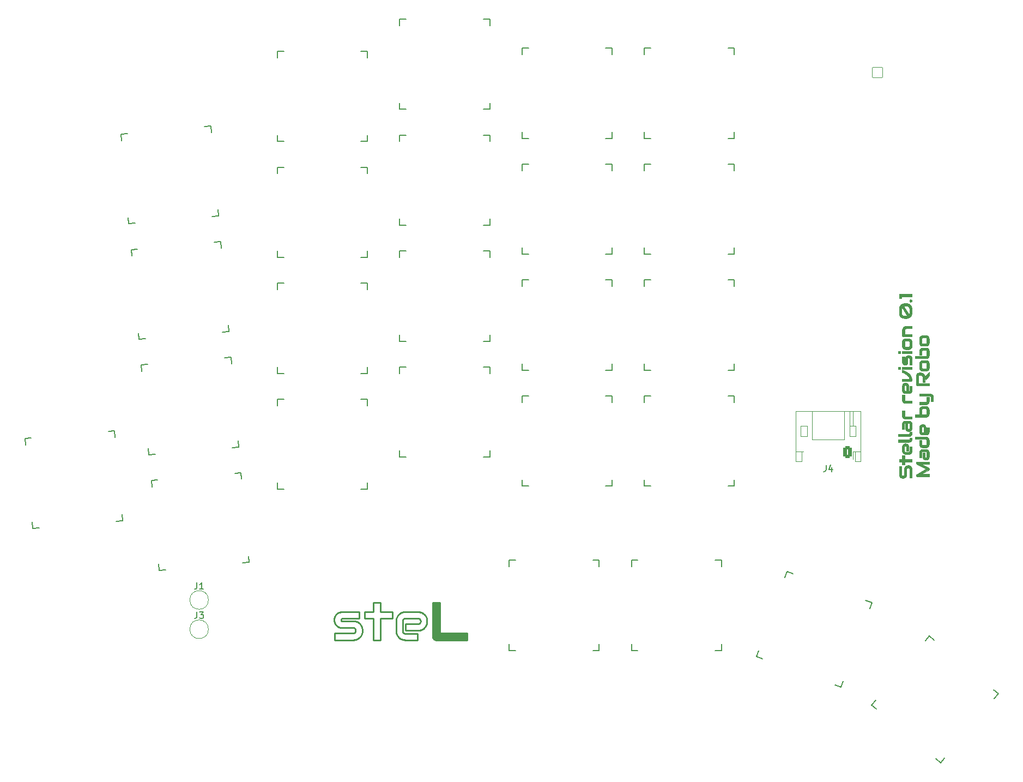
<source format=gto>
G04 #@! TF.GenerationSoftware,KiCad,Pcbnew,8.0.5*
G04 #@! TF.CreationDate,2024-11-21T22:09:12+01:00*
G04 #@! TF.ProjectId,stellar,7374656c-6c61-4722-9e6b-696361645f70,rev?*
G04 #@! TF.SameCoordinates,Original*
G04 #@! TF.FileFunction,Legend,Top*
G04 #@! TF.FilePolarity,Positive*
%FSLAX46Y46*%
G04 Gerber Fmt 4.6, Leading zero omitted, Abs format (unit mm)*
G04 Created by KiCad (PCBNEW 8.0.5) date 2024-11-21 22:09:12*
%MOMM*%
%LPD*%
G01*
G04 APERTURE LIST*
G04 Aperture macros list*
%AMRoundRect*
0 Rectangle with rounded corners*
0 $1 Rounding radius*
0 $2 $3 $4 $5 $6 $7 $8 $9 X,Y pos of 4 corners*
0 Add a 4 corners polygon primitive as box body*
4,1,4,$2,$3,$4,$5,$6,$7,$8,$9,$2,$3,0*
0 Add four circle primitives for the rounded corners*
1,1,$1+$1,$2,$3*
1,1,$1+$1,$4,$5*
1,1,$1+$1,$6,$7*
1,1,$1+$1,$8,$9*
0 Add four rect primitives between the rounded corners*
20,1,$1+$1,$2,$3,$4,$5,0*
20,1,$1+$1,$4,$5,$6,$7,0*
20,1,$1+$1,$6,$7,$8,$9,0*
20,1,$1+$1,$8,$9,$2,$3,0*%
G04 Aperture macros list end*
%ADD10C,0.088836*%
%ADD11C,0.261400*%
%ADD12C,0.150000*%
%ADD13C,0.120000*%
%ADD14C,1.801800*%
%ADD15C,3.100000*%
%ADD16C,3.529000*%
%ADD17C,3.600000*%
%ADD18RoundRect,0.270833X0.379167X0.654167X-0.379167X0.654167X-0.379167X-0.654167X0.379167X-0.654167X0*%
%ADD19O,1.300000X1.850000*%
%ADD20C,2.600000*%
%ADD21C,2.700000*%
%ADD22RoundRect,0.050000X-0.800000X0.800000X-0.800000X-0.800000X0.800000X-0.800000X0.800000X0.800000X0*%
%ADD23C,1.700000*%
G04 APERTURE END LIST*
D10*
X209605230Y-91281950D02*
X209624017Y-91282358D01*
X209643191Y-91283585D01*
X209662752Y-91285628D01*
X209682701Y-91288490D01*
X209703037Y-91292169D01*
X209723760Y-91296665D01*
X209744871Y-91301979D01*
X209766369Y-91308111D01*
X209777000Y-91311511D01*
X209787544Y-91315170D01*
X209798003Y-91319087D01*
X209808375Y-91323262D01*
X209818662Y-91327695D01*
X209828862Y-91332387D01*
X209838976Y-91337337D01*
X209849004Y-91342545D01*
X209858945Y-91348011D01*
X209868801Y-91353735D01*
X209878571Y-91359717D01*
X209888254Y-91365958D01*
X209897852Y-91372457D01*
X209907363Y-91379213D01*
X209916789Y-91386228D01*
X209926128Y-91393501D01*
X209935162Y-91400876D01*
X209944012Y-91408542D01*
X209952679Y-91416499D01*
X209961163Y-91424746D01*
X209969464Y-91433283D01*
X209977583Y-91442111D01*
X209985518Y-91451230D01*
X209993270Y-91460639D01*
X210000839Y-91470339D01*
X210008225Y-91480329D01*
X210015428Y-91490611D01*
X210022449Y-91501182D01*
X210029286Y-91512045D01*
X210035940Y-91523198D01*
X210042412Y-91534642D01*
X210048700Y-91546377D01*
X210054704Y-91558244D01*
X210060321Y-91570435D01*
X210065551Y-91582948D01*
X210070393Y-91595784D01*
X210074847Y-91608943D01*
X210078915Y-91622425D01*
X210082594Y-91636229D01*
X210085887Y-91650356D01*
X210088792Y-91664806D01*
X210091310Y-91679579D01*
X210093440Y-91694675D01*
X210095183Y-91710093D01*
X210096539Y-91725835D01*
X210097507Y-91741899D01*
X210098088Y-91758286D01*
X210098282Y-91774995D01*
X210098282Y-92420917D01*
X209758106Y-92420917D01*
X209758106Y-91774995D01*
X209757934Y-91766000D01*
X209757417Y-91757262D01*
X209756557Y-91748784D01*
X209755352Y-91740563D01*
X209753803Y-91732601D01*
X209751909Y-91724897D01*
X209749671Y-91717452D01*
X209747089Y-91710265D01*
X209744162Y-91703336D01*
X209740892Y-91696665D01*
X209737276Y-91690253D01*
X209733317Y-91684099D01*
X209729013Y-91678203D01*
X209724365Y-91672566D01*
X209719372Y-91667186D01*
X209714035Y-91662065D01*
X209708273Y-91657228D01*
X209702350Y-91652703D01*
X209696266Y-91648490D01*
X209690019Y-91644589D01*
X209683612Y-91641000D01*
X209677043Y-91637723D01*
X209670313Y-91634758D01*
X209663421Y-91632106D01*
X209656368Y-91629765D01*
X209649154Y-91627737D01*
X209641778Y-91626020D01*
X209634240Y-91624616D01*
X209626542Y-91623524D01*
X209618682Y-91622744D01*
X209610660Y-91622275D01*
X209602478Y-91622119D01*
X209593817Y-91622297D01*
X209585392Y-91622830D01*
X209577204Y-91623717D01*
X209569253Y-91624960D01*
X209561538Y-91626558D01*
X209554060Y-91628511D01*
X209546819Y-91630820D01*
X209539814Y-91633483D01*
X209533046Y-91636501D01*
X209526515Y-91639874D01*
X209520221Y-91643603D01*
X209514163Y-91647686D01*
X209508342Y-91652124D01*
X209502758Y-91656918D01*
X209497410Y-91662066D01*
X209492300Y-91667570D01*
X209487464Y-91673154D01*
X209482939Y-91678889D01*
X209478727Y-91684775D01*
X209474827Y-91690812D01*
X209471239Y-91696999D01*
X209467962Y-91703336D01*
X209464998Y-91709824D01*
X209462346Y-91716463D01*
X209460005Y-91723253D01*
X209457977Y-91730193D01*
X209456261Y-91737283D01*
X209454856Y-91744524D01*
X209453764Y-91751916D01*
X209452984Y-91759459D01*
X209452516Y-91767152D01*
X209452360Y-91774995D01*
X209452360Y-92420917D01*
X209452538Y-92429912D01*
X209453070Y-92438648D01*
X209453958Y-92447127D01*
X209455201Y-92455347D01*
X209456799Y-92463309D01*
X209458752Y-92471013D01*
X209461060Y-92478458D01*
X209463723Y-92485646D01*
X209466741Y-92492575D01*
X209470115Y-92499246D01*
X209473843Y-92505658D01*
X209477927Y-92511813D01*
X209482365Y-92517709D01*
X209487158Y-92523347D01*
X209492307Y-92528726D01*
X209497810Y-92533847D01*
X209503405Y-92538685D01*
X209509173Y-92543210D01*
X209515112Y-92547423D01*
X209521224Y-92551324D01*
X209527507Y-92554912D01*
X209533963Y-92558189D01*
X209540591Y-92561154D01*
X209547391Y-92563807D01*
X209554363Y-92566147D01*
X209561507Y-92568176D01*
X209568824Y-92569892D01*
X209576312Y-92571296D01*
X209583973Y-92572389D01*
X209591806Y-92573169D01*
X209599811Y-92573637D01*
X209607988Y-92573793D01*
X210107923Y-92573793D01*
X210116751Y-92573621D01*
X210125331Y-92573104D01*
X210133664Y-92572244D01*
X210141749Y-92571039D01*
X210149587Y-92569490D01*
X210157178Y-92567596D01*
X210164521Y-92565358D01*
X210171617Y-92562776D01*
X210178466Y-92559849D01*
X210185067Y-92556578D01*
X210191421Y-92552963D01*
X210197528Y-92549004D01*
X210203387Y-92544700D01*
X210208999Y-92540051D01*
X210214363Y-92535059D01*
X210219480Y-92529722D01*
X210224316Y-92523960D01*
X210228841Y-92518037D01*
X210233053Y-92511952D01*
X210236953Y-92505706D01*
X210240541Y-92499299D01*
X210243818Y-92492730D01*
X210246782Y-92486000D01*
X210249434Y-92479108D01*
X210251775Y-92472055D01*
X210253803Y-92464841D01*
X210255519Y-92457465D01*
X210256924Y-92449927D01*
X210258016Y-92442229D01*
X210258796Y-92434369D01*
X210259264Y-92426347D01*
X210259420Y-92418165D01*
X210259420Y-91774995D01*
X210600975Y-91774995D01*
X210600975Y-92420917D01*
X210600566Y-92439704D01*
X210599340Y-92458878D01*
X210597296Y-92478439D01*
X210594434Y-92498388D01*
X210590754Y-92518724D01*
X210586257Y-92539447D01*
X210580941Y-92560558D01*
X210574808Y-92582056D01*
X210571414Y-92592687D01*
X210567772Y-92603231D01*
X210563883Y-92613690D01*
X210559747Y-92624062D01*
X210555362Y-92634349D01*
X210550731Y-92644549D01*
X210545851Y-92654663D01*
X210540724Y-92664691D01*
X210535350Y-92674632D01*
X210529728Y-92684488D01*
X210523858Y-92694258D01*
X210517741Y-92703941D01*
X210511376Y-92713539D01*
X210504764Y-92723050D01*
X210497904Y-92732476D01*
X210490797Y-92741815D01*
X210483260Y-92750848D01*
X210475455Y-92759699D01*
X210467380Y-92768366D01*
X210459036Y-92776850D01*
X210450423Y-92785151D01*
X210441542Y-92793270D01*
X210432391Y-92801205D01*
X210422970Y-92808957D01*
X210413281Y-92816526D01*
X210403323Y-92823912D01*
X210393096Y-92831115D01*
X210382600Y-92838136D01*
X210371835Y-92844973D01*
X210360801Y-92851627D01*
X210349498Y-92858099D01*
X210337927Y-92864387D01*
X210325893Y-92870391D01*
X210313546Y-92876008D01*
X210300888Y-92881238D01*
X210287917Y-92886080D01*
X210274635Y-92890534D01*
X210261040Y-92894602D01*
X210247133Y-92898281D01*
X210232914Y-92901574D01*
X210218383Y-92904479D01*
X210203540Y-92906997D01*
X210188385Y-92909127D01*
X210172918Y-92910870D01*
X210157138Y-92912226D01*
X210141047Y-92913194D01*
X210124644Y-92913775D01*
X210107929Y-92913969D01*
X209605236Y-92913969D01*
X209586471Y-92913560D01*
X209567361Y-92912333D01*
X209547907Y-92910288D01*
X209528109Y-92907425D01*
X209507967Y-92903744D01*
X209487481Y-92899246D01*
X209466650Y-92893930D01*
X209445476Y-92887796D01*
X209434684Y-92884402D01*
X209424000Y-92880761D01*
X209413423Y-92876871D01*
X209402954Y-92872735D01*
X209392592Y-92868351D01*
X209382338Y-92863719D01*
X209372191Y-92858839D01*
X209362153Y-92853713D01*
X209352221Y-92848338D01*
X209342398Y-92842716D01*
X209332682Y-92836846D01*
X209323073Y-92830729D01*
X209313573Y-92824365D01*
X209304180Y-92817752D01*
X209294894Y-92810892D01*
X209285717Y-92803785D01*
X209276517Y-92796248D01*
X209267511Y-92788443D01*
X209258699Y-92780368D01*
X209250080Y-92772024D01*
X209241655Y-92763412D01*
X209233424Y-92754530D01*
X209225386Y-92745379D01*
X209217542Y-92735959D01*
X209209892Y-92726270D01*
X209202436Y-92716311D01*
X209195173Y-92706084D01*
X209188104Y-92695588D01*
X209181229Y-92684823D01*
X209174547Y-92673789D01*
X209168060Y-92662486D01*
X209161766Y-92650915D01*
X209155762Y-92638881D01*
X209150145Y-92626535D01*
X209144915Y-92613876D01*
X209140073Y-92600906D01*
X209135619Y-92587623D01*
X209131551Y-92574028D01*
X209127871Y-92560121D01*
X209124579Y-92545902D01*
X209121674Y-92531371D01*
X209119156Y-92516528D01*
X209117026Y-92501373D01*
X209115283Y-92485906D01*
X209113927Y-92470127D01*
X209112959Y-92454035D01*
X209112378Y-92437632D01*
X209112184Y-92420917D01*
X209112184Y-91774995D01*
X209112593Y-91756232D01*
X209113820Y-91737124D01*
X209115865Y-91717671D01*
X209118728Y-91697873D01*
X209122409Y-91677730D01*
X209126907Y-91657243D01*
X209132223Y-91636412D01*
X209138357Y-91615236D01*
X209141757Y-91604444D01*
X209145416Y-91593759D01*
X209149333Y-91583183D01*
X209153508Y-91572713D01*
X209157941Y-91562352D01*
X209162633Y-91552097D01*
X209167583Y-91541951D01*
X209172791Y-91531912D01*
X209178257Y-91521981D01*
X209183981Y-91512157D01*
X209189964Y-91502441D01*
X209196204Y-91492833D01*
X209202703Y-91483332D01*
X209209459Y-91473939D01*
X209216474Y-91464654D01*
X209223747Y-91455476D01*
X209231122Y-91446278D01*
X209238788Y-91437272D01*
X209246745Y-91428461D01*
X209254992Y-91419843D01*
X209263529Y-91411418D01*
X209272357Y-91403187D01*
X209281475Y-91395150D01*
X209290885Y-91387306D01*
X209300584Y-91379656D01*
X209310574Y-91372199D01*
X209320855Y-91364936D01*
X209331426Y-91357867D01*
X209342288Y-91350991D01*
X209353441Y-91344309D01*
X209364884Y-91337820D01*
X209376617Y-91331525D01*
X209388485Y-91325521D01*
X209400675Y-91319904D01*
X209413189Y-91314675D01*
X209426025Y-91309833D01*
X209439183Y-91305378D01*
X209452665Y-91301311D01*
X209466470Y-91297631D01*
X209480597Y-91294339D01*
X209495047Y-91291433D01*
X209509820Y-91288916D01*
X209524915Y-91286785D01*
X209540334Y-91285042D01*
X209556075Y-91283687D01*
X209572139Y-91282718D01*
X209588526Y-91282137D01*
X209605236Y-91281944D01*
X209605230Y-91281950D01*
G36*
X209605230Y-91281950D02*
G01*
X209624017Y-91282358D01*
X209643191Y-91283585D01*
X209662752Y-91285628D01*
X209682701Y-91288490D01*
X209703037Y-91292169D01*
X209723760Y-91296665D01*
X209744871Y-91301979D01*
X209766369Y-91308111D01*
X209777000Y-91311511D01*
X209787544Y-91315170D01*
X209798003Y-91319087D01*
X209808375Y-91323262D01*
X209818662Y-91327695D01*
X209828862Y-91332387D01*
X209838976Y-91337337D01*
X209849004Y-91342545D01*
X209858945Y-91348011D01*
X209868801Y-91353735D01*
X209878571Y-91359717D01*
X209888254Y-91365958D01*
X209897852Y-91372457D01*
X209907363Y-91379213D01*
X209916789Y-91386228D01*
X209926128Y-91393501D01*
X209935162Y-91400876D01*
X209944012Y-91408542D01*
X209952679Y-91416499D01*
X209961163Y-91424746D01*
X209969464Y-91433283D01*
X209977583Y-91442111D01*
X209985518Y-91451230D01*
X209993270Y-91460639D01*
X210000839Y-91470339D01*
X210008225Y-91480329D01*
X210015428Y-91490611D01*
X210022449Y-91501182D01*
X210029286Y-91512045D01*
X210035940Y-91523198D01*
X210042412Y-91534642D01*
X210048700Y-91546377D01*
X210054704Y-91558244D01*
X210060321Y-91570435D01*
X210065551Y-91582948D01*
X210070393Y-91595784D01*
X210074847Y-91608943D01*
X210078915Y-91622425D01*
X210082594Y-91636229D01*
X210085887Y-91650356D01*
X210088792Y-91664806D01*
X210091310Y-91679579D01*
X210093440Y-91694675D01*
X210095183Y-91710093D01*
X210096539Y-91725835D01*
X210097507Y-91741899D01*
X210098088Y-91758286D01*
X210098282Y-91774995D01*
X210098282Y-92420917D01*
X209758106Y-92420917D01*
X209758106Y-91774995D01*
X209757934Y-91766000D01*
X209757417Y-91757262D01*
X209756557Y-91748784D01*
X209755352Y-91740563D01*
X209753803Y-91732601D01*
X209751909Y-91724897D01*
X209749671Y-91717452D01*
X209747089Y-91710265D01*
X209744162Y-91703336D01*
X209740892Y-91696665D01*
X209737276Y-91690253D01*
X209733317Y-91684099D01*
X209729013Y-91678203D01*
X209724365Y-91672566D01*
X209719372Y-91667186D01*
X209714035Y-91662065D01*
X209708273Y-91657228D01*
X209702350Y-91652703D01*
X209696266Y-91648490D01*
X209690019Y-91644589D01*
X209683612Y-91641000D01*
X209677043Y-91637723D01*
X209670313Y-91634758D01*
X209663421Y-91632106D01*
X209656368Y-91629765D01*
X209649154Y-91627737D01*
X209641778Y-91626020D01*
X209634240Y-91624616D01*
X209626542Y-91623524D01*
X209618682Y-91622744D01*
X209610660Y-91622275D01*
X209602478Y-91622119D01*
X209593817Y-91622297D01*
X209585392Y-91622830D01*
X209577204Y-91623717D01*
X209569253Y-91624960D01*
X209561538Y-91626558D01*
X209554060Y-91628511D01*
X209546819Y-91630820D01*
X209539814Y-91633483D01*
X209533046Y-91636501D01*
X209526515Y-91639874D01*
X209520221Y-91643603D01*
X209514163Y-91647686D01*
X209508342Y-91652124D01*
X209502758Y-91656918D01*
X209497410Y-91662066D01*
X209492300Y-91667570D01*
X209487464Y-91673154D01*
X209482939Y-91678889D01*
X209478727Y-91684775D01*
X209474827Y-91690812D01*
X209471239Y-91696999D01*
X209467962Y-91703336D01*
X209464998Y-91709824D01*
X209462346Y-91716463D01*
X209460005Y-91723253D01*
X209457977Y-91730193D01*
X209456261Y-91737283D01*
X209454856Y-91744524D01*
X209453764Y-91751916D01*
X209452984Y-91759459D01*
X209452516Y-91767152D01*
X209452360Y-91774995D01*
X209452360Y-92420917D01*
X209452538Y-92429912D01*
X209453070Y-92438648D01*
X209453958Y-92447127D01*
X209455201Y-92455347D01*
X209456799Y-92463309D01*
X209458752Y-92471013D01*
X209461060Y-92478458D01*
X209463723Y-92485646D01*
X209466741Y-92492575D01*
X209470115Y-92499246D01*
X209473843Y-92505658D01*
X209477927Y-92511813D01*
X209482365Y-92517709D01*
X209487158Y-92523347D01*
X209492307Y-92528726D01*
X209497810Y-92533847D01*
X209503405Y-92538685D01*
X209509173Y-92543210D01*
X209515112Y-92547423D01*
X209521224Y-92551324D01*
X209527507Y-92554912D01*
X209533963Y-92558189D01*
X209540591Y-92561154D01*
X209547391Y-92563807D01*
X209554363Y-92566147D01*
X209561507Y-92568176D01*
X209568824Y-92569892D01*
X209576312Y-92571296D01*
X209583973Y-92572389D01*
X209591806Y-92573169D01*
X209599811Y-92573637D01*
X209607988Y-92573793D01*
X210107923Y-92573793D01*
X210116751Y-92573621D01*
X210125331Y-92573104D01*
X210133664Y-92572244D01*
X210141749Y-92571039D01*
X210149587Y-92569490D01*
X210157178Y-92567596D01*
X210164521Y-92565358D01*
X210171617Y-92562776D01*
X210178466Y-92559849D01*
X210185067Y-92556578D01*
X210191421Y-92552963D01*
X210197528Y-92549004D01*
X210203387Y-92544700D01*
X210208999Y-92540051D01*
X210214363Y-92535059D01*
X210219480Y-92529722D01*
X210224316Y-92523960D01*
X210228841Y-92518037D01*
X210233053Y-92511952D01*
X210236953Y-92505706D01*
X210240541Y-92499299D01*
X210243818Y-92492730D01*
X210246782Y-92486000D01*
X210249434Y-92479108D01*
X210251775Y-92472055D01*
X210253803Y-92464841D01*
X210255519Y-92457465D01*
X210256924Y-92449927D01*
X210258016Y-92442229D01*
X210258796Y-92434369D01*
X210259264Y-92426347D01*
X210259420Y-92418165D01*
X210259420Y-91774995D01*
X210600975Y-91774995D01*
X210600975Y-92420917D01*
X210600566Y-92439704D01*
X210599340Y-92458878D01*
X210597296Y-92478439D01*
X210594434Y-92498388D01*
X210590754Y-92518724D01*
X210586257Y-92539447D01*
X210580941Y-92560558D01*
X210574808Y-92582056D01*
X210571414Y-92592687D01*
X210567772Y-92603231D01*
X210563883Y-92613690D01*
X210559747Y-92624062D01*
X210555362Y-92634349D01*
X210550731Y-92644549D01*
X210545851Y-92654663D01*
X210540724Y-92664691D01*
X210535350Y-92674632D01*
X210529728Y-92684488D01*
X210523858Y-92694258D01*
X210517741Y-92703941D01*
X210511376Y-92713539D01*
X210504764Y-92723050D01*
X210497904Y-92732476D01*
X210490797Y-92741815D01*
X210483260Y-92750848D01*
X210475455Y-92759699D01*
X210467380Y-92768366D01*
X210459036Y-92776850D01*
X210450423Y-92785151D01*
X210441542Y-92793270D01*
X210432391Y-92801205D01*
X210422970Y-92808957D01*
X210413281Y-92816526D01*
X210403323Y-92823912D01*
X210393096Y-92831115D01*
X210382600Y-92838136D01*
X210371835Y-92844973D01*
X210360801Y-92851627D01*
X210349498Y-92858099D01*
X210337927Y-92864387D01*
X210325893Y-92870391D01*
X210313546Y-92876008D01*
X210300888Y-92881238D01*
X210287917Y-92886080D01*
X210274635Y-92890534D01*
X210261040Y-92894602D01*
X210247133Y-92898281D01*
X210232914Y-92901574D01*
X210218383Y-92904479D01*
X210203540Y-92906997D01*
X210188385Y-92909127D01*
X210172918Y-92910870D01*
X210157138Y-92912226D01*
X210141047Y-92913194D01*
X210124644Y-92913775D01*
X210107929Y-92913969D01*
X209605236Y-92913969D01*
X209586471Y-92913560D01*
X209567361Y-92912333D01*
X209547907Y-92910288D01*
X209528109Y-92907425D01*
X209507967Y-92903744D01*
X209487481Y-92899246D01*
X209466650Y-92893930D01*
X209445476Y-92887796D01*
X209434684Y-92884402D01*
X209424000Y-92880761D01*
X209413423Y-92876871D01*
X209402954Y-92872735D01*
X209392592Y-92868351D01*
X209382338Y-92863719D01*
X209372191Y-92858839D01*
X209362153Y-92853713D01*
X209352221Y-92848338D01*
X209342398Y-92842716D01*
X209332682Y-92836846D01*
X209323073Y-92830729D01*
X209313573Y-92824365D01*
X209304180Y-92817752D01*
X209294894Y-92810892D01*
X209285717Y-92803785D01*
X209276517Y-92796248D01*
X209267511Y-92788443D01*
X209258699Y-92780368D01*
X209250080Y-92772024D01*
X209241655Y-92763412D01*
X209233424Y-92754530D01*
X209225386Y-92745379D01*
X209217542Y-92735959D01*
X209209892Y-92726270D01*
X209202436Y-92716311D01*
X209195173Y-92706084D01*
X209188104Y-92695588D01*
X209181229Y-92684823D01*
X209174547Y-92673789D01*
X209168060Y-92662486D01*
X209161766Y-92650915D01*
X209155762Y-92638881D01*
X209150145Y-92626535D01*
X209144915Y-92613876D01*
X209140073Y-92600906D01*
X209135619Y-92587623D01*
X209131551Y-92574028D01*
X209127871Y-92560121D01*
X209124579Y-92545902D01*
X209121674Y-92531371D01*
X209119156Y-92516528D01*
X209117026Y-92501373D01*
X209115283Y-92485906D01*
X209113927Y-92470127D01*
X209112959Y-92454035D01*
X209112378Y-92437632D01*
X209112184Y-92420917D01*
X209112184Y-91774995D01*
X209112593Y-91756232D01*
X209113820Y-91737124D01*
X209115865Y-91717671D01*
X209118728Y-91697873D01*
X209122409Y-91677730D01*
X209126907Y-91657243D01*
X209132223Y-91636412D01*
X209138357Y-91615236D01*
X209141757Y-91604444D01*
X209145416Y-91593759D01*
X209149333Y-91583183D01*
X209153508Y-91572713D01*
X209157941Y-91562352D01*
X209162633Y-91552097D01*
X209167583Y-91541951D01*
X209172791Y-91531912D01*
X209178257Y-91521981D01*
X209183981Y-91512157D01*
X209189964Y-91502441D01*
X209196204Y-91492833D01*
X209202703Y-91483332D01*
X209209459Y-91473939D01*
X209216474Y-91464654D01*
X209223747Y-91455476D01*
X209231122Y-91446278D01*
X209238788Y-91437272D01*
X209246745Y-91428461D01*
X209254992Y-91419843D01*
X209263529Y-91411418D01*
X209272357Y-91403187D01*
X209281475Y-91395150D01*
X209290885Y-91387306D01*
X209300584Y-91379656D01*
X209310574Y-91372199D01*
X209320855Y-91364936D01*
X209331426Y-91357867D01*
X209342288Y-91350991D01*
X209353441Y-91344309D01*
X209364884Y-91337820D01*
X209376617Y-91331525D01*
X209388485Y-91325521D01*
X209400675Y-91319904D01*
X209413189Y-91314675D01*
X209426025Y-91309833D01*
X209439183Y-91305378D01*
X209452665Y-91301311D01*
X209466470Y-91297631D01*
X209480597Y-91294339D01*
X209495047Y-91291433D01*
X209509820Y-91288916D01*
X209524915Y-91286785D01*
X209540334Y-91285042D01*
X209556075Y-91283687D01*
X209572139Y-91282718D01*
X209588526Y-91282137D01*
X209605236Y-91281944D01*
X209605230Y-91281950D01*
G37*
X210126704Y-97156261D02*
X210145878Y-97157487D01*
X210165440Y-97159531D01*
X210185388Y-97162393D01*
X210205724Y-97166073D01*
X210226448Y-97170570D01*
X210247558Y-97175886D01*
X210269056Y-97182019D01*
X210279687Y-97185418D01*
X210290232Y-97189076D01*
X210300690Y-97192992D01*
X210311063Y-97197166D01*
X210321349Y-97201599D01*
X210331549Y-97206290D01*
X210341663Y-97211239D01*
X210351691Y-97216446D01*
X210361633Y-97221912D01*
X210371488Y-97227637D01*
X210381258Y-97233619D01*
X210390942Y-97239861D01*
X210400539Y-97246360D01*
X210410051Y-97253118D01*
X210419476Y-97260134D01*
X210428816Y-97267409D01*
X210437849Y-97274785D01*
X210446699Y-97282450D01*
X210455366Y-97290407D01*
X210463851Y-97298654D01*
X210472152Y-97307191D01*
X210480270Y-97316019D01*
X210488205Y-97325138D01*
X210495957Y-97334547D01*
X210503526Y-97344246D01*
X210510913Y-97354236D01*
X210518116Y-97364517D01*
X210525136Y-97375088D01*
X210531973Y-97385950D01*
X210538628Y-97397103D01*
X210545099Y-97408546D01*
X210551387Y-97420279D01*
X210557392Y-97432147D01*
X210563009Y-97444337D01*
X210568238Y-97456851D01*
X210573080Y-97469687D01*
X210577535Y-97482845D01*
X210581602Y-97496327D01*
X210585282Y-97510132D01*
X210588574Y-97524259D01*
X210591479Y-97538709D01*
X210593997Y-97553482D01*
X210596127Y-97568577D01*
X210597870Y-97583996D01*
X210599226Y-97599737D01*
X210600194Y-97615801D01*
X210600775Y-97632188D01*
X210600969Y-97648898D01*
X210600969Y-98294820D01*
X210600560Y-98313604D01*
X210599333Y-98332777D01*
X210597288Y-98352338D01*
X210594425Y-98372286D01*
X210590744Y-98392622D01*
X210586246Y-98413346D01*
X210580930Y-98434458D01*
X210574796Y-98455958D01*
X210571402Y-98466589D01*
X210567761Y-98477134D01*
X210563872Y-98487593D01*
X210559735Y-98497965D01*
X210555351Y-98508251D01*
X210550719Y-98518451D01*
X210545840Y-98528565D01*
X210540713Y-98538593D01*
X210535339Y-98548535D01*
X210529716Y-98558390D01*
X210523847Y-98568160D01*
X210517730Y-98577844D01*
X210511365Y-98587441D01*
X210504753Y-98596953D01*
X210497893Y-98606378D01*
X210490785Y-98615718D01*
X210483249Y-98624751D01*
X210475443Y-98633601D01*
X210467369Y-98642269D01*
X210459025Y-98650753D01*
X210450412Y-98659054D01*
X210441530Y-98667172D01*
X210432379Y-98675107D01*
X210422959Y-98682859D01*
X210413270Y-98690429D01*
X210403312Y-98697815D01*
X210393085Y-98705018D01*
X210382589Y-98712038D01*
X210371824Y-98718875D01*
X210360790Y-98725530D01*
X210349487Y-98732001D01*
X210337915Y-98738290D01*
X210325881Y-98744294D01*
X210313535Y-98749911D01*
X210300877Y-98755140D01*
X210287906Y-98759982D01*
X210274623Y-98764437D01*
X210261029Y-98768504D01*
X210247122Y-98772184D01*
X210232903Y-98775476D01*
X210218372Y-98778382D01*
X210203529Y-98780899D01*
X210188373Y-98783030D01*
X210172906Y-98784773D01*
X210157127Y-98786128D01*
X210141036Y-98787097D01*
X210124633Y-98787677D01*
X210107917Y-98787871D01*
X210089131Y-98787462D01*
X210069957Y-98786236D01*
X210050395Y-98784192D01*
X210030447Y-98781331D01*
X210010111Y-98777652D01*
X209989387Y-98773155D01*
X209968277Y-98767841D01*
X209946779Y-98761710D01*
X209935987Y-98758315D01*
X209925303Y-98754673D01*
X209914726Y-98750783D01*
X209904256Y-98746646D01*
X209893895Y-98742261D01*
X209883641Y-98737629D01*
X209873494Y-98732749D01*
X209863455Y-98727622D01*
X209853524Y-98722248D01*
X209843700Y-98716626D01*
X209833984Y-98710757D01*
X209824376Y-98704640D01*
X209814875Y-98698276D01*
X209805482Y-98691664D01*
X209796197Y-98684805D01*
X209787020Y-98677699D01*
X209777820Y-98670162D01*
X209768814Y-98662357D01*
X209760002Y-98654282D01*
X209751383Y-98645938D01*
X209742959Y-98637325D01*
X209734728Y-98628443D01*
X209726691Y-98619292D01*
X209718847Y-98609872D01*
X209711197Y-98600182D01*
X209703741Y-98590224D01*
X209696478Y-98579997D01*
X209689409Y-98569500D01*
X209682534Y-98558734D01*
X209675852Y-98547700D01*
X209669363Y-98536396D01*
X209663069Y-98524823D01*
X209657064Y-98512788D01*
X209651447Y-98500441D01*
X209646218Y-98487782D01*
X209641376Y-98474811D01*
X209636921Y-98461529D01*
X209632854Y-98447934D01*
X209629174Y-98434027D01*
X209625882Y-98419808D01*
X209622977Y-98405278D01*
X209620459Y-98390435D01*
X209618329Y-98375280D01*
X209616586Y-98359813D01*
X209615230Y-98344034D01*
X209614262Y-98327943D01*
X209613681Y-98311540D01*
X209613487Y-98294825D01*
X209613487Y-97648904D01*
X209955042Y-97648904D01*
X209955042Y-98294837D01*
X209955219Y-98303832D01*
X209955752Y-98312570D01*
X209956640Y-98321049D01*
X209957883Y-98329269D01*
X209959480Y-98337231D01*
X209961434Y-98344935D01*
X209963742Y-98352380D01*
X209966405Y-98359567D01*
X209969423Y-98366496D01*
X209972796Y-98373167D01*
X209976525Y-98379579D01*
X209980608Y-98385733D01*
X209985047Y-98391629D01*
X209989840Y-98397266D01*
X209994988Y-98402646D01*
X210000492Y-98407767D01*
X210006087Y-98412603D01*
X210011854Y-98417127D01*
X210017794Y-98421340D01*
X210023905Y-98425240D01*
X210030189Y-98428828D01*
X210036645Y-98432105D01*
X210043273Y-98435069D01*
X210050073Y-98437721D01*
X210057045Y-98440062D01*
X210064189Y-98442090D01*
X210071505Y-98443806D01*
X210078994Y-98445210D01*
X210086655Y-98446303D01*
X210094487Y-98447083D01*
X210102493Y-98447551D01*
X210110670Y-98447707D01*
X210119331Y-98447529D01*
X210127755Y-98446997D01*
X210135943Y-98446109D01*
X210143895Y-98444866D01*
X210151609Y-98443268D01*
X210159087Y-98441315D01*
X210166329Y-98439007D01*
X210173333Y-98436344D01*
X210180101Y-98433325D01*
X210186633Y-98429952D01*
X210192927Y-98426224D01*
X210198985Y-98422140D01*
X210204806Y-98417702D01*
X210210390Y-98412909D01*
X210215737Y-98407760D01*
X210220848Y-98402257D01*
X210225518Y-98396340D01*
X210229886Y-98390293D01*
X210233954Y-98384117D01*
X210237720Y-98377812D01*
X210241185Y-98371378D01*
X210244348Y-98364815D01*
X210247211Y-98358122D01*
X210249772Y-98351300D01*
X210252032Y-98344350D01*
X210253990Y-98337270D01*
X210255648Y-98330061D01*
X210257004Y-98322722D01*
X210258058Y-98315255D01*
X210258812Y-98307659D01*
X210259264Y-98299933D01*
X210259414Y-98292079D01*
X210259414Y-97648909D01*
X210259242Y-97639914D01*
X210258726Y-97631176D01*
X210257865Y-97622697D01*
X210256660Y-97614476D01*
X210255111Y-97606514D01*
X210253217Y-97598809D01*
X210250979Y-97591363D01*
X210248397Y-97584176D01*
X210245471Y-97577246D01*
X210242200Y-97570575D01*
X210238585Y-97564163D01*
X210234625Y-97558008D01*
X210230321Y-97552112D01*
X210225673Y-97546474D01*
X210220680Y-97541095D01*
X210215343Y-97535973D01*
X210209748Y-97531137D01*
X210203981Y-97526613D01*
X210198041Y-97522401D01*
X210191930Y-97518500D01*
X210185646Y-97514912D01*
X210179190Y-97511636D01*
X210172562Y-97508671D01*
X210165762Y-97506019D01*
X210158790Y-97503679D01*
X210151646Y-97501651D01*
X210144330Y-97499934D01*
X210136841Y-97498530D01*
X210129180Y-97497438D01*
X210121347Y-97496658D01*
X210113342Y-97496189D01*
X210105165Y-97496033D01*
X209605230Y-97496033D01*
X209596564Y-97496206D01*
X209588123Y-97496722D01*
X209579908Y-97497583D01*
X209571919Y-97498788D01*
X209564156Y-97500337D01*
X209556619Y-97502230D01*
X209549308Y-97504468D01*
X209542223Y-97507051D01*
X209535363Y-97509977D01*
X209528730Y-97513248D01*
X209522322Y-97516863D01*
X209516140Y-97520823D01*
X209510185Y-97525127D01*
X209504455Y-97529775D01*
X209498951Y-97534768D01*
X209493673Y-97540105D01*
X209488670Y-97545534D01*
X209483989Y-97551145D01*
X209479631Y-97556940D01*
X209475596Y-97562917D01*
X209471884Y-97569078D01*
X209468494Y-97575421D01*
X209465428Y-97581946D01*
X209462684Y-97588655D01*
X209460263Y-97595546D01*
X209458165Y-97602620D01*
X209456389Y-97609877D01*
X209454937Y-97617317D01*
X209453807Y-97624939D01*
X209453000Y-97632745D01*
X209452516Y-97640733D01*
X209452354Y-97648904D01*
X209452354Y-98435307D01*
X209112184Y-98435307D01*
X209112184Y-97648909D01*
X209112593Y-97630144D01*
X209113820Y-97611035D01*
X209115865Y-97591581D01*
X209118728Y-97571783D01*
X209122409Y-97551640D01*
X209126907Y-97531154D01*
X209132223Y-97510324D01*
X209138357Y-97489150D01*
X209141757Y-97478358D01*
X209145416Y-97467673D01*
X209149332Y-97457097D01*
X209153507Y-97446627D01*
X209157940Y-97436266D01*
X209162632Y-97426011D01*
X209167581Y-97415865D01*
X209172789Y-97405826D01*
X209178255Y-97395895D01*
X209183979Y-97386071D01*
X209189961Y-97376355D01*
X209196202Y-97366747D01*
X209202701Y-97357246D01*
X209209458Y-97347853D01*
X209216473Y-97338568D01*
X209223747Y-97329390D01*
X209231122Y-97320191D01*
X209238788Y-97311185D01*
X209246745Y-97302372D01*
X209254992Y-97293754D01*
X209263529Y-97285329D01*
X209272357Y-97277097D01*
X209281475Y-97269060D01*
X209290885Y-97261216D01*
X209300584Y-97253566D01*
X209310574Y-97246109D01*
X209320855Y-97238846D01*
X209331426Y-97231777D01*
X209342288Y-97224902D01*
X209353441Y-97218221D01*
X209364884Y-97211733D01*
X209376617Y-97205439D01*
X209388485Y-97199435D01*
X209400675Y-97193818D01*
X209413189Y-97188589D01*
X209426025Y-97183747D01*
X209439183Y-97179292D01*
X209452665Y-97175225D01*
X209466470Y-97171545D01*
X209480597Y-97168252D01*
X209495047Y-97165347D01*
X209509820Y-97162830D01*
X209524915Y-97160699D01*
X209540334Y-97158956D01*
X209556075Y-97157601D01*
X209572139Y-97156632D01*
X209588526Y-97156051D01*
X209605236Y-97155858D01*
X210107917Y-97155852D01*
X210126704Y-97156261D01*
G36*
X210126704Y-97156261D02*
G01*
X210145878Y-97157487D01*
X210165440Y-97159531D01*
X210185388Y-97162393D01*
X210205724Y-97166073D01*
X210226448Y-97170570D01*
X210247558Y-97175886D01*
X210269056Y-97182019D01*
X210279687Y-97185418D01*
X210290232Y-97189076D01*
X210300690Y-97192992D01*
X210311063Y-97197166D01*
X210321349Y-97201599D01*
X210331549Y-97206290D01*
X210341663Y-97211239D01*
X210351691Y-97216446D01*
X210361633Y-97221912D01*
X210371488Y-97227637D01*
X210381258Y-97233619D01*
X210390942Y-97239861D01*
X210400539Y-97246360D01*
X210410051Y-97253118D01*
X210419476Y-97260134D01*
X210428816Y-97267409D01*
X210437849Y-97274785D01*
X210446699Y-97282450D01*
X210455366Y-97290407D01*
X210463851Y-97298654D01*
X210472152Y-97307191D01*
X210480270Y-97316019D01*
X210488205Y-97325138D01*
X210495957Y-97334547D01*
X210503526Y-97344246D01*
X210510913Y-97354236D01*
X210518116Y-97364517D01*
X210525136Y-97375088D01*
X210531973Y-97385950D01*
X210538628Y-97397103D01*
X210545099Y-97408546D01*
X210551387Y-97420279D01*
X210557392Y-97432147D01*
X210563009Y-97444337D01*
X210568238Y-97456851D01*
X210573080Y-97469687D01*
X210577535Y-97482845D01*
X210581602Y-97496327D01*
X210585282Y-97510132D01*
X210588574Y-97524259D01*
X210591479Y-97538709D01*
X210593997Y-97553482D01*
X210596127Y-97568577D01*
X210597870Y-97583996D01*
X210599226Y-97599737D01*
X210600194Y-97615801D01*
X210600775Y-97632188D01*
X210600969Y-97648898D01*
X210600969Y-98294820D01*
X210600560Y-98313604D01*
X210599333Y-98332777D01*
X210597288Y-98352338D01*
X210594425Y-98372286D01*
X210590744Y-98392622D01*
X210586246Y-98413346D01*
X210580930Y-98434458D01*
X210574796Y-98455958D01*
X210571402Y-98466589D01*
X210567761Y-98477134D01*
X210563872Y-98487593D01*
X210559735Y-98497965D01*
X210555351Y-98508251D01*
X210550719Y-98518451D01*
X210545840Y-98528565D01*
X210540713Y-98538593D01*
X210535339Y-98548535D01*
X210529716Y-98558390D01*
X210523847Y-98568160D01*
X210517730Y-98577844D01*
X210511365Y-98587441D01*
X210504753Y-98596953D01*
X210497893Y-98606378D01*
X210490785Y-98615718D01*
X210483249Y-98624751D01*
X210475443Y-98633601D01*
X210467369Y-98642269D01*
X210459025Y-98650753D01*
X210450412Y-98659054D01*
X210441530Y-98667172D01*
X210432379Y-98675107D01*
X210422959Y-98682859D01*
X210413270Y-98690429D01*
X210403312Y-98697815D01*
X210393085Y-98705018D01*
X210382589Y-98712038D01*
X210371824Y-98718875D01*
X210360790Y-98725530D01*
X210349487Y-98732001D01*
X210337915Y-98738290D01*
X210325881Y-98744294D01*
X210313535Y-98749911D01*
X210300877Y-98755140D01*
X210287906Y-98759982D01*
X210274623Y-98764437D01*
X210261029Y-98768504D01*
X210247122Y-98772184D01*
X210232903Y-98775476D01*
X210218372Y-98778382D01*
X210203529Y-98780899D01*
X210188373Y-98783030D01*
X210172906Y-98784773D01*
X210157127Y-98786128D01*
X210141036Y-98787097D01*
X210124633Y-98787677D01*
X210107917Y-98787871D01*
X210089131Y-98787462D01*
X210069957Y-98786236D01*
X210050395Y-98784192D01*
X210030447Y-98781331D01*
X210010111Y-98777652D01*
X209989387Y-98773155D01*
X209968277Y-98767841D01*
X209946779Y-98761710D01*
X209935987Y-98758315D01*
X209925303Y-98754673D01*
X209914726Y-98750783D01*
X209904256Y-98746646D01*
X209893895Y-98742261D01*
X209883641Y-98737629D01*
X209873494Y-98732749D01*
X209863455Y-98727622D01*
X209853524Y-98722248D01*
X209843700Y-98716626D01*
X209833984Y-98710757D01*
X209824376Y-98704640D01*
X209814875Y-98698276D01*
X209805482Y-98691664D01*
X209796197Y-98684805D01*
X209787020Y-98677699D01*
X209777820Y-98670162D01*
X209768814Y-98662357D01*
X209760002Y-98654282D01*
X209751383Y-98645938D01*
X209742959Y-98637325D01*
X209734728Y-98628443D01*
X209726691Y-98619292D01*
X209718847Y-98609872D01*
X209711197Y-98600182D01*
X209703741Y-98590224D01*
X209696478Y-98579997D01*
X209689409Y-98569500D01*
X209682534Y-98558734D01*
X209675852Y-98547700D01*
X209669363Y-98536396D01*
X209663069Y-98524823D01*
X209657064Y-98512788D01*
X209651447Y-98500441D01*
X209646218Y-98487782D01*
X209641376Y-98474811D01*
X209636921Y-98461529D01*
X209632854Y-98447934D01*
X209629174Y-98434027D01*
X209625882Y-98419808D01*
X209622977Y-98405278D01*
X209620459Y-98390435D01*
X209618329Y-98375280D01*
X209616586Y-98359813D01*
X209615230Y-98344034D01*
X209614262Y-98327943D01*
X209613681Y-98311540D01*
X209613487Y-98294825D01*
X209613487Y-97648904D01*
X209955042Y-97648904D01*
X209955042Y-98294837D01*
X209955219Y-98303832D01*
X209955752Y-98312570D01*
X209956640Y-98321049D01*
X209957883Y-98329269D01*
X209959480Y-98337231D01*
X209961434Y-98344935D01*
X209963742Y-98352380D01*
X209966405Y-98359567D01*
X209969423Y-98366496D01*
X209972796Y-98373167D01*
X209976525Y-98379579D01*
X209980608Y-98385733D01*
X209985047Y-98391629D01*
X209989840Y-98397266D01*
X209994988Y-98402646D01*
X210000492Y-98407767D01*
X210006087Y-98412603D01*
X210011854Y-98417127D01*
X210017794Y-98421340D01*
X210023905Y-98425240D01*
X210030189Y-98428828D01*
X210036645Y-98432105D01*
X210043273Y-98435069D01*
X210050073Y-98437721D01*
X210057045Y-98440062D01*
X210064189Y-98442090D01*
X210071505Y-98443806D01*
X210078994Y-98445210D01*
X210086655Y-98446303D01*
X210094487Y-98447083D01*
X210102493Y-98447551D01*
X210110670Y-98447707D01*
X210119331Y-98447529D01*
X210127755Y-98446997D01*
X210135943Y-98446109D01*
X210143895Y-98444866D01*
X210151609Y-98443268D01*
X210159087Y-98441315D01*
X210166329Y-98439007D01*
X210173333Y-98436344D01*
X210180101Y-98433325D01*
X210186633Y-98429952D01*
X210192927Y-98426224D01*
X210198985Y-98422140D01*
X210204806Y-98417702D01*
X210210390Y-98412909D01*
X210215737Y-98407760D01*
X210220848Y-98402257D01*
X210225518Y-98396340D01*
X210229886Y-98390293D01*
X210233954Y-98384117D01*
X210237720Y-98377812D01*
X210241185Y-98371378D01*
X210244348Y-98364815D01*
X210247211Y-98358122D01*
X210249772Y-98351300D01*
X210252032Y-98344350D01*
X210253990Y-98337270D01*
X210255648Y-98330061D01*
X210257004Y-98322722D01*
X210258058Y-98315255D01*
X210258812Y-98307659D01*
X210259264Y-98299933D01*
X210259414Y-98292079D01*
X210259414Y-97648909D01*
X210259242Y-97639914D01*
X210258726Y-97631176D01*
X210257865Y-97622697D01*
X210256660Y-97614476D01*
X210255111Y-97606514D01*
X210253217Y-97598809D01*
X210250979Y-97591363D01*
X210248397Y-97584176D01*
X210245471Y-97577246D01*
X210242200Y-97570575D01*
X210238585Y-97564163D01*
X210234625Y-97558008D01*
X210230321Y-97552112D01*
X210225673Y-97546474D01*
X210220680Y-97541095D01*
X210215343Y-97535973D01*
X210209748Y-97531137D01*
X210203981Y-97526613D01*
X210198041Y-97522401D01*
X210191930Y-97518500D01*
X210185646Y-97514912D01*
X210179190Y-97511636D01*
X210172562Y-97508671D01*
X210165762Y-97506019D01*
X210158790Y-97503679D01*
X210151646Y-97501651D01*
X210144330Y-97499934D01*
X210136841Y-97498530D01*
X210129180Y-97497438D01*
X210121347Y-97496658D01*
X210113342Y-97496189D01*
X210105165Y-97496033D01*
X209605230Y-97496033D01*
X209596564Y-97496206D01*
X209588123Y-97496722D01*
X209579908Y-97497583D01*
X209571919Y-97498788D01*
X209564156Y-97500337D01*
X209556619Y-97502230D01*
X209549308Y-97504468D01*
X209542223Y-97507051D01*
X209535363Y-97509977D01*
X209528730Y-97513248D01*
X209522322Y-97516863D01*
X209516140Y-97520823D01*
X209510185Y-97525127D01*
X209504455Y-97529775D01*
X209498951Y-97534768D01*
X209493673Y-97540105D01*
X209488670Y-97545534D01*
X209483989Y-97551145D01*
X209479631Y-97556940D01*
X209475596Y-97562917D01*
X209471884Y-97569078D01*
X209468494Y-97575421D01*
X209465428Y-97581946D01*
X209462684Y-97588655D01*
X209460263Y-97595546D01*
X209458165Y-97602620D01*
X209456389Y-97609877D01*
X209454937Y-97617317D01*
X209453807Y-97624939D01*
X209453000Y-97632745D01*
X209452516Y-97640733D01*
X209452354Y-97648904D01*
X209452354Y-98435307D01*
X209112184Y-98435307D01*
X209112184Y-97648909D01*
X209112593Y-97630144D01*
X209113820Y-97611035D01*
X209115865Y-97591581D01*
X209118728Y-97571783D01*
X209122409Y-97551640D01*
X209126907Y-97531154D01*
X209132223Y-97510324D01*
X209138357Y-97489150D01*
X209141757Y-97478358D01*
X209145416Y-97467673D01*
X209149332Y-97457097D01*
X209153507Y-97446627D01*
X209157940Y-97436266D01*
X209162632Y-97426011D01*
X209167581Y-97415865D01*
X209172789Y-97405826D01*
X209178255Y-97395895D01*
X209183979Y-97386071D01*
X209189961Y-97376355D01*
X209196202Y-97366747D01*
X209202701Y-97357246D01*
X209209458Y-97347853D01*
X209216473Y-97338568D01*
X209223747Y-97329390D01*
X209231122Y-97320191D01*
X209238788Y-97311185D01*
X209246745Y-97302372D01*
X209254992Y-97293754D01*
X209263529Y-97285329D01*
X209272357Y-97277097D01*
X209281475Y-97269060D01*
X209290885Y-97261216D01*
X209300584Y-97253566D01*
X209310574Y-97246109D01*
X209320855Y-97238846D01*
X209331426Y-97231777D01*
X209342288Y-97224902D01*
X209353441Y-97218221D01*
X209364884Y-97211733D01*
X209376617Y-97205439D01*
X209388485Y-97199435D01*
X209400675Y-97193818D01*
X209413189Y-97188589D01*
X209426025Y-97183747D01*
X209439183Y-97179292D01*
X209452665Y-97175225D01*
X209466470Y-97171545D01*
X209480597Y-97168252D01*
X209495047Y-97165347D01*
X209509820Y-97162830D01*
X209524915Y-97160699D01*
X209540334Y-97158956D01*
X209556075Y-97157601D01*
X209572139Y-97156632D01*
X209588526Y-97156051D01*
X209605236Y-97155858D01*
X210107917Y-97155852D01*
X210126704Y-97156261D01*
G37*
X210600969Y-99082602D02*
X210600560Y-99102056D01*
X210599334Y-99121855D01*
X210597290Y-99141997D01*
X210594428Y-99162484D01*
X210590748Y-99183315D01*
X210586251Y-99204490D01*
X210580936Y-99226009D01*
X210574802Y-99247872D01*
X210571403Y-99258675D01*
X210567745Y-99269391D01*
X210563829Y-99280022D01*
X210559655Y-99290566D01*
X210555222Y-99301025D01*
X210550532Y-99311397D01*
X210545582Y-99321683D01*
X210540375Y-99331883D01*
X210534909Y-99341997D01*
X210529184Y-99352025D01*
X210523202Y-99361967D01*
X210516961Y-99371822D01*
X210510461Y-99381592D01*
X210503703Y-99391275D01*
X210496687Y-99400873D01*
X210489412Y-99410384D01*
X210481704Y-99419751D01*
X210473727Y-99428913D01*
X210465480Y-99437871D01*
X210456965Y-99446625D01*
X210448180Y-99455174D01*
X210439126Y-99463518D01*
X210429803Y-99471658D01*
X210420211Y-99479594D01*
X210410350Y-99487324D01*
X210400219Y-99494851D01*
X210389820Y-99502173D01*
X210379151Y-99509290D01*
X210368213Y-99516203D01*
X210357006Y-99522911D01*
X210345529Y-99529415D01*
X210333784Y-99535714D01*
X210321566Y-99541718D01*
X210309015Y-99547335D01*
X210296131Y-99552565D01*
X210282913Y-99557407D01*
X210269361Y-99561861D01*
X210255476Y-99565929D01*
X210241257Y-99569608D01*
X210226705Y-99572901D01*
X210211819Y-99575806D01*
X210196599Y-99578324D01*
X210181046Y-99580454D01*
X210165160Y-99582197D01*
X210148939Y-99583553D01*
X210132385Y-99584521D01*
X210115497Y-99585102D01*
X210098276Y-99585295D01*
X208482777Y-99585295D01*
X208482777Y-99227216D01*
X210098270Y-99227216D01*
X210106431Y-99227054D01*
X210114388Y-99226570D01*
X210122140Y-99225763D01*
X210129688Y-99224633D01*
X210137032Y-99223181D01*
X210144171Y-99221405D01*
X210151106Y-99219307D01*
X210157836Y-99216886D01*
X210164362Y-99214142D01*
X210170683Y-99211075D01*
X210176800Y-99207686D01*
X210182712Y-99203974D01*
X210188420Y-99199939D01*
X210193924Y-99195581D01*
X210199222Y-99190900D01*
X210204317Y-99185897D01*
X210208987Y-99180651D01*
X210213355Y-99175244D01*
X210217423Y-99169676D01*
X210221189Y-99163946D01*
X210224654Y-99158056D01*
X210227817Y-99152003D01*
X210230680Y-99145789D01*
X210233241Y-99139414D01*
X210235501Y-99132878D01*
X210237459Y-99126180D01*
X210239117Y-99119321D01*
X210240473Y-99112300D01*
X210241527Y-99105118D01*
X210242281Y-99097774D01*
X210242733Y-99090269D01*
X210242883Y-99082602D01*
X210242883Y-98922843D01*
X210600969Y-98922843D01*
X210600969Y-99082602D01*
G36*
X210600969Y-99082602D02*
G01*
X210600560Y-99102056D01*
X210599334Y-99121855D01*
X210597290Y-99141997D01*
X210594428Y-99162484D01*
X210590748Y-99183315D01*
X210586251Y-99204490D01*
X210580936Y-99226009D01*
X210574802Y-99247872D01*
X210571403Y-99258675D01*
X210567745Y-99269391D01*
X210563829Y-99280022D01*
X210559655Y-99290566D01*
X210555222Y-99301025D01*
X210550532Y-99311397D01*
X210545582Y-99321683D01*
X210540375Y-99331883D01*
X210534909Y-99341997D01*
X210529184Y-99352025D01*
X210523202Y-99361967D01*
X210516961Y-99371822D01*
X210510461Y-99381592D01*
X210503703Y-99391275D01*
X210496687Y-99400873D01*
X210489412Y-99410384D01*
X210481704Y-99419751D01*
X210473727Y-99428913D01*
X210465480Y-99437871D01*
X210456965Y-99446625D01*
X210448180Y-99455174D01*
X210439126Y-99463518D01*
X210429803Y-99471658D01*
X210420211Y-99479594D01*
X210410350Y-99487324D01*
X210400219Y-99494851D01*
X210389820Y-99502173D01*
X210379151Y-99509290D01*
X210368213Y-99516203D01*
X210357006Y-99522911D01*
X210345529Y-99529415D01*
X210333784Y-99535714D01*
X210321566Y-99541718D01*
X210309015Y-99547335D01*
X210296131Y-99552565D01*
X210282913Y-99557407D01*
X210269361Y-99561861D01*
X210255476Y-99565929D01*
X210241257Y-99569608D01*
X210226705Y-99572901D01*
X210211819Y-99575806D01*
X210196599Y-99578324D01*
X210181046Y-99580454D01*
X210165160Y-99582197D01*
X210148939Y-99583553D01*
X210132385Y-99584521D01*
X210115497Y-99585102D01*
X210098276Y-99585295D01*
X208482777Y-99585295D01*
X208482777Y-99227216D01*
X210098270Y-99227216D01*
X210106431Y-99227054D01*
X210114388Y-99226570D01*
X210122140Y-99225763D01*
X210129688Y-99224633D01*
X210137032Y-99223181D01*
X210144171Y-99221405D01*
X210151106Y-99219307D01*
X210157836Y-99216886D01*
X210164362Y-99214142D01*
X210170683Y-99211075D01*
X210176800Y-99207686D01*
X210182712Y-99203974D01*
X210188420Y-99199939D01*
X210193924Y-99195581D01*
X210199222Y-99190900D01*
X210204317Y-99185897D01*
X210208987Y-99180651D01*
X210213355Y-99175244D01*
X210217423Y-99169676D01*
X210221189Y-99163946D01*
X210224654Y-99158056D01*
X210227817Y-99152003D01*
X210230680Y-99145789D01*
X210233241Y-99139414D01*
X210235501Y-99132878D01*
X210237459Y-99126180D01*
X210239117Y-99119321D01*
X210240473Y-99112300D01*
X210241527Y-99105118D01*
X210242281Y-99097774D01*
X210242733Y-99090269D01*
X210242883Y-99082602D01*
X210242883Y-98922843D01*
X210600969Y-98922843D01*
X210600969Y-99082602D01*
G37*
X212787685Y-85828765D02*
X212800683Y-85829345D01*
X212813853Y-85830313D01*
X212827195Y-85831669D01*
X212840709Y-85833411D01*
X212854396Y-85835540D01*
X212868255Y-85838056D01*
X212882286Y-85840959D01*
X212896404Y-85843928D01*
X212910523Y-85847328D01*
X212924640Y-85851158D01*
X212938757Y-85855420D01*
X212952873Y-85860113D01*
X212966988Y-85865236D01*
X212981103Y-85870789D01*
X212995216Y-85876773D01*
X213008932Y-85883209D01*
X213022518Y-85890117D01*
X213035971Y-85897498D01*
X213049294Y-85905352D01*
X213062484Y-85913679D01*
X213075544Y-85922480D01*
X213088472Y-85931754D01*
X213101268Y-85941501D01*
X213107591Y-85946392D01*
X213113828Y-85951422D01*
X213119980Y-85956592D01*
X213126046Y-85961902D01*
X213132027Y-85967352D01*
X213137922Y-85972942D01*
X213143732Y-85978671D01*
X213149456Y-85984541D01*
X213155095Y-85990550D01*
X213160648Y-85996700D01*
X213166116Y-86002989D01*
X213171498Y-86009418D01*
X213176794Y-86015987D01*
X213182004Y-86022696D01*
X213187129Y-86029544D01*
X213192169Y-86036533D01*
X213196928Y-86043489D01*
X213201569Y-86050584D01*
X213206091Y-86057820D01*
X213210496Y-86065195D01*
X213214782Y-86072710D01*
X213218949Y-86080366D01*
X213222999Y-86088161D01*
X213226930Y-86096096D01*
X213230743Y-86104171D01*
X213234438Y-86112386D01*
X213238014Y-86120741D01*
X213241472Y-86129236D01*
X213244812Y-86137871D01*
X213248033Y-86146645D01*
X213254121Y-86164615D01*
X213256955Y-86173815D01*
X213259605Y-86183166D01*
X213262073Y-86192667D01*
X213264358Y-86202319D01*
X213266460Y-86212121D01*
X213268379Y-86222074D01*
X213271669Y-86242431D01*
X213274228Y-86263390D01*
X213276056Y-86284952D01*
X213277153Y-86307117D01*
X213277519Y-86329885D01*
X213277519Y-86975807D01*
X213277347Y-86988632D01*
X213276830Y-87001630D01*
X213275969Y-87014800D01*
X213274763Y-87028142D01*
X213273212Y-87041656D01*
X213271317Y-87055343D01*
X213269077Y-87069202D01*
X213266492Y-87083232D01*
X213263204Y-87097349D01*
X213259526Y-87111466D01*
X213255460Y-87125582D01*
X213251004Y-87139698D01*
X213246160Y-87153814D01*
X213240927Y-87167930D01*
X213235304Y-87182046D01*
X213229293Y-87196163D01*
X213222873Y-87209870D01*
X213216024Y-87223448D01*
X213208745Y-87236898D01*
X213201038Y-87250218D01*
X213192901Y-87263410D01*
X213184335Y-87276472D01*
X213175340Y-87289405D01*
X213165916Y-87302209D01*
X213160861Y-87308536D01*
X213155687Y-87314777D01*
X213150396Y-87320931D01*
X213144987Y-87326999D01*
X213139461Y-87332982D01*
X213133816Y-87338878D01*
X213128053Y-87344688D01*
X213122173Y-87350412D01*
X213116175Y-87356050D01*
X213110059Y-87361602D01*
X213103825Y-87367067D01*
X213097474Y-87372447D01*
X213091004Y-87377740D01*
X213084417Y-87382948D01*
X213077713Y-87388069D01*
X213070890Y-87393104D01*
X213063766Y-87397865D01*
X213056513Y-87402508D01*
X213049131Y-87407033D01*
X213041620Y-87411439D01*
X213033979Y-87415726D01*
X213026210Y-87419895D01*
X213018312Y-87423946D01*
X213010285Y-87427878D01*
X212993844Y-87435388D01*
X212976886Y-87442423D01*
X212959413Y-87448986D01*
X212941423Y-87455074D01*
X212932053Y-87457909D01*
X212922544Y-87460562D01*
X212912896Y-87463031D01*
X212903108Y-87465318D01*
X212883114Y-87469342D01*
X212862562Y-87472635D01*
X212841453Y-87475196D01*
X212819786Y-87477025D01*
X212797562Y-87478123D01*
X212774780Y-87478488D01*
X211159286Y-87478488D01*
X211159286Y-87120409D01*
X212774780Y-87120409D01*
X212782941Y-87120247D01*
X212790898Y-87119763D01*
X212798650Y-87118956D01*
X212806198Y-87117826D01*
X212813542Y-87116374D01*
X212820681Y-87114598D01*
X212827615Y-87112500D01*
X212834346Y-87110079D01*
X212840871Y-87107335D01*
X212847193Y-87104268D01*
X212853310Y-87100879D01*
X212859222Y-87097167D01*
X212864930Y-87093132D01*
X212870433Y-87088774D01*
X212875732Y-87084093D01*
X212880826Y-87079090D01*
X212885494Y-87073844D01*
X212889861Y-87068437D01*
X212893927Y-87062869D01*
X212897691Y-87057139D01*
X212901154Y-87051248D01*
X212904317Y-87045196D01*
X212907178Y-87038982D01*
X212909738Y-87032607D01*
X212911997Y-87026071D01*
X212913954Y-87019373D01*
X212915611Y-87012514D01*
X212916966Y-87005493D01*
X212918020Y-86998311D01*
X212918773Y-86990967D01*
X212919225Y-86983462D01*
X212919376Y-86975795D01*
X212919376Y-86329874D01*
X212919220Y-86321557D01*
X212918753Y-86313477D01*
X212917973Y-86305634D01*
X212916882Y-86298027D01*
X212915480Y-86290657D01*
X212913765Y-86283524D01*
X212911739Y-86276627D01*
X212909402Y-86269967D01*
X212906752Y-86263544D01*
X212903791Y-86257357D01*
X212900518Y-86251407D01*
X212896933Y-86245694D01*
X212893036Y-86240217D01*
X212888828Y-86234977D01*
X212884308Y-86229973D01*
X212879476Y-86225206D01*
X212874383Y-86220536D01*
X212869097Y-86216167D01*
X212863617Y-86212100D01*
X212857945Y-86208334D01*
X212852079Y-86204869D01*
X212846020Y-86201705D01*
X212839767Y-86198843D01*
X212833322Y-86196282D01*
X212826684Y-86194022D01*
X212819852Y-86192063D01*
X212812827Y-86190406D01*
X212805610Y-86189050D01*
X212798199Y-86187995D01*
X212790595Y-86187242D01*
X212782798Y-86186790D01*
X212774808Y-86186639D01*
X212290020Y-86186639D01*
X212281703Y-86186795D01*
X212273623Y-86187263D01*
X212265780Y-86188044D01*
X212258173Y-86189136D01*
X212250803Y-86190540D01*
X212243670Y-86192257D01*
X212236773Y-86194285D01*
X212230113Y-86196626D01*
X212223690Y-86199278D01*
X212217503Y-86202243D01*
X212211553Y-86205520D01*
X212205840Y-86209109D01*
X212200363Y-86213010D01*
X212195123Y-86217223D01*
X212190119Y-86221748D01*
X212185352Y-86226585D01*
X212180682Y-86231669D01*
X212176313Y-86236935D01*
X212172246Y-86242385D01*
X212168480Y-86248018D01*
X212165015Y-86253833D01*
X212161851Y-86259832D01*
X212158989Y-86266014D01*
X212156428Y-86272378D01*
X212154168Y-86278926D01*
X212152209Y-86285656D01*
X212150552Y-86292570D01*
X212149196Y-86299666D01*
X212148141Y-86306945D01*
X212147388Y-86314407D01*
X212146936Y-86322052D01*
X212146785Y-86329879D01*
X212146785Y-86975801D01*
X211788705Y-86975801D01*
X211788705Y-86329879D01*
X211788899Y-86317054D01*
X211789480Y-86304056D01*
X211790448Y-86290886D01*
X211791803Y-86277544D01*
X211793545Y-86264030D01*
X211795675Y-86250343D01*
X211798191Y-86236485D01*
X211801094Y-86222454D01*
X211804062Y-86208358D01*
X211807462Y-86194306D01*
X211811293Y-86180298D01*
X211815555Y-86166332D01*
X211820247Y-86152409D01*
X211825370Y-86138529D01*
X211830924Y-86124691D01*
X211836908Y-86110897D01*
X211843343Y-86096866D01*
X211850251Y-86083007D01*
X211857633Y-86069320D01*
X211865487Y-86055806D01*
X211873814Y-86042464D01*
X211882614Y-86029294D01*
X211891888Y-86016296D01*
X211901636Y-86003471D01*
X211906526Y-85997150D01*
X211911556Y-85990925D01*
X211916726Y-85984798D01*
X211922036Y-85978767D01*
X211927486Y-85972833D01*
X211933076Y-85966996D01*
X211938805Y-85961255D01*
X211944675Y-85955612D01*
X211950684Y-85950065D01*
X211956833Y-85944615D01*
X211963121Y-85939262D01*
X211969550Y-85934006D01*
X211976118Y-85928847D01*
X211982826Y-85923784D01*
X211989674Y-85918818D01*
X211996662Y-85913950D01*
X212003617Y-85909188D01*
X212010713Y-85904545D01*
X212017948Y-85900021D01*
X212025324Y-85895615D01*
X212032839Y-85891327D01*
X212040494Y-85887158D01*
X212048290Y-85883108D01*
X212056225Y-85879175D01*
X212064300Y-85875361D01*
X212072515Y-85871666D01*
X212080870Y-85868089D01*
X212089364Y-85864630D01*
X212097999Y-85861290D01*
X212106774Y-85858068D01*
X212124744Y-85851980D01*
X212133944Y-85849145D01*
X212143295Y-85846494D01*
X212152796Y-85844025D01*
X212162447Y-85841739D01*
X212172250Y-85839636D01*
X212182202Y-85837716D01*
X212202559Y-85834424D01*
X212223519Y-85831863D01*
X212245081Y-85830034D01*
X212267246Y-85828937D01*
X212290014Y-85828571D01*
X212774860Y-85828571D01*
X212787685Y-85828765D01*
G36*
X212787685Y-85828765D02*
G01*
X212800683Y-85829345D01*
X212813853Y-85830313D01*
X212827195Y-85831669D01*
X212840709Y-85833411D01*
X212854396Y-85835540D01*
X212868255Y-85838056D01*
X212882286Y-85840959D01*
X212896404Y-85843928D01*
X212910523Y-85847328D01*
X212924640Y-85851158D01*
X212938757Y-85855420D01*
X212952873Y-85860113D01*
X212966988Y-85865236D01*
X212981103Y-85870789D01*
X212995216Y-85876773D01*
X213008932Y-85883209D01*
X213022518Y-85890117D01*
X213035971Y-85897498D01*
X213049294Y-85905352D01*
X213062484Y-85913679D01*
X213075544Y-85922480D01*
X213088472Y-85931754D01*
X213101268Y-85941501D01*
X213107591Y-85946392D01*
X213113828Y-85951422D01*
X213119980Y-85956592D01*
X213126046Y-85961902D01*
X213132027Y-85967352D01*
X213137922Y-85972942D01*
X213143732Y-85978671D01*
X213149456Y-85984541D01*
X213155095Y-85990550D01*
X213160648Y-85996700D01*
X213166116Y-86002989D01*
X213171498Y-86009418D01*
X213176794Y-86015987D01*
X213182004Y-86022696D01*
X213187129Y-86029544D01*
X213192169Y-86036533D01*
X213196928Y-86043489D01*
X213201569Y-86050584D01*
X213206091Y-86057820D01*
X213210496Y-86065195D01*
X213214782Y-86072710D01*
X213218949Y-86080366D01*
X213222999Y-86088161D01*
X213226930Y-86096096D01*
X213230743Y-86104171D01*
X213234438Y-86112386D01*
X213238014Y-86120741D01*
X213241472Y-86129236D01*
X213244812Y-86137871D01*
X213248033Y-86146645D01*
X213254121Y-86164615D01*
X213256955Y-86173815D01*
X213259605Y-86183166D01*
X213262073Y-86192667D01*
X213264358Y-86202319D01*
X213266460Y-86212121D01*
X213268379Y-86222074D01*
X213271669Y-86242431D01*
X213274228Y-86263390D01*
X213276056Y-86284952D01*
X213277153Y-86307117D01*
X213277519Y-86329885D01*
X213277519Y-86975807D01*
X213277347Y-86988632D01*
X213276830Y-87001630D01*
X213275969Y-87014800D01*
X213274763Y-87028142D01*
X213273212Y-87041656D01*
X213271317Y-87055343D01*
X213269077Y-87069202D01*
X213266492Y-87083232D01*
X213263204Y-87097349D01*
X213259526Y-87111466D01*
X213255460Y-87125582D01*
X213251004Y-87139698D01*
X213246160Y-87153814D01*
X213240927Y-87167930D01*
X213235304Y-87182046D01*
X213229293Y-87196163D01*
X213222873Y-87209870D01*
X213216024Y-87223448D01*
X213208745Y-87236898D01*
X213201038Y-87250218D01*
X213192901Y-87263410D01*
X213184335Y-87276472D01*
X213175340Y-87289405D01*
X213165916Y-87302209D01*
X213160861Y-87308536D01*
X213155687Y-87314777D01*
X213150396Y-87320931D01*
X213144987Y-87326999D01*
X213139461Y-87332982D01*
X213133816Y-87338878D01*
X213128053Y-87344688D01*
X213122173Y-87350412D01*
X213116175Y-87356050D01*
X213110059Y-87361602D01*
X213103825Y-87367067D01*
X213097474Y-87372447D01*
X213091004Y-87377740D01*
X213084417Y-87382948D01*
X213077713Y-87388069D01*
X213070890Y-87393104D01*
X213063766Y-87397865D01*
X213056513Y-87402508D01*
X213049131Y-87407033D01*
X213041620Y-87411439D01*
X213033979Y-87415726D01*
X213026210Y-87419895D01*
X213018312Y-87423946D01*
X213010285Y-87427878D01*
X212993844Y-87435388D01*
X212976886Y-87442423D01*
X212959413Y-87448986D01*
X212941423Y-87455074D01*
X212932053Y-87457909D01*
X212922544Y-87460562D01*
X212912896Y-87463031D01*
X212903108Y-87465318D01*
X212883114Y-87469342D01*
X212862562Y-87472635D01*
X212841453Y-87475196D01*
X212819786Y-87477025D01*
X212797562Y-87478123D01*
X212774780Y-87478488D01*
X211159286Y-87478488D01*
X211159286Y-87120409D01*
X212774780Y-87120409D01*
X212782941Y-87120247D01*
X212790898Y-87119763D01*
X212798650Y-87118956D01*
X212806198Y-87117826D01*
X212813542Y-87116374D01*
X212820681Y-87114598D01*
X212827615Y-87112500D01*
X212834346Y-87110079D01*
X212840871Y-87107335D01*
X212847193Y-87104268D01*
X212853310Y-87100879D01*
X212859222Y-87097167D01*
X212864930Y-87093132D01*
X212870433Y-87088774D01*
X212875732Y-87084093D01*
X212880826Y-87079090D01*
X212885494Y-87073844D01*
X212889861Y-87068437D01*
X212893927Y-87062869D01*
X212897691Y-87057139D01*
X212901154Y-87051248D01*
X212904317Y-87045196D01*
X212907178Y-87038982D01*
X212909738Y-87032607D01*
X212911997Y-87026071D01*
X212913954Y-87019373D01*
X212915611Y-87012514D01*
X212916966Y-87005493D01*
X212918020Y-86998311D01*
X212918773Y-86990967D01*
X212919225Y-86983462D01*
X212919376Y-86975795D01*
X212919376Y-86329874D01*
X212919220Y-86321557D01*
X212918753Y-86313477D01*
X212917973Y-86305634D01*
X212916882Y-86298027D01*
X212915480Y-86290657D01*
X212913765Y-86283524D01*
X212911739Y-86276627D01*
X212909402Y-86269967D01*
X212906752Y-86263544D01*
X212903791Y-86257357D01*
X212900518Y-86251407D01*
X212896933Y-86245694D01*
X212893036Y-86240217D01*
X212888828Y-86234977D01*
X212884308Y-86229973D01*
X212879476Y-86225206D01*
X212874383Y-86220536D01*
X212869097Y-86216167D01*
X212863617Y-86212100D01*
X212857945Y-86208334D01*
X212852079Y-86204869D01*
X212846020Y-86201705D01*
X212839767Y-86198843D01*
X212833322Y-86196282D01*
X212826684Y-86194022D01*
X212819852Y-86192063D01*
X212812827Y-86190406D01*
X212805610Y-86189050D01*
X212798199Y-86187995D01*
X212790595Y-86187242D01*
X212782798Y-86186790D01*
X212774808Y-86186639D01*
X212290020Y-86186639D01*
X212281703Y-86186795D01*
X212273623Y-86187263D01*
X212265780Y-86188044D01*
X212258173Y-86189136D01*
X212250803Y-86190540D01*
X212243670Y-86192257D01*
X212236773Y-86194285D01*
X212230113Y-86196626D01*
X212223690Y-86199278D01*
X212217503Y-86202243D01*
X212211553Y-86205520D01*
X212205840Y-86209109D01*
X212200363Y-86213010D01*
X212195123Y-86217223D01*
X212190119Y-86221748D01*
X212185352Y-86226585D01*
X212180682Y-86231669D01*
X212176313Y-86236935D01*
X212172246Y-86242385D01*
X212168480Y-86248018D01*
X212165015Y-86253833D01*
X212161851Y-86259832D01*
X212158989Y-86266014D01*
X212156428Y-86272378D01*
X212154168Y-86278926D01*
X212152209Y-86285656D01*
X212150552Y-86292570D01*
X212149196Y-86299666D01*
X212148141Y-86306945D01*
X212147388Y-86314407D01*
X212146936Y-86322052D01*
X212146785Y-86329879D01*
X212146785Y-86975801D01*
X211788705Y-86975801D01*
X211788705Y-86329879D01*
X211788899Y-86317054D01*
X211789480Y-86304056D01*
X211790448Y-86290886D01*
X211791803Y-86277544D01*
X211793545Y-86264030D01*
X211795675Y-86250343D01*
X211798191Y-86236485D01*
X211801094Y-86222454D01*
X211804062Y-86208358D01*
X211807462Y-86194306D01*
X211811293Y-86180298D01*
X211815555Y-86166332D01*
X211820247Y-86152409D01*
X211825370Y-86138529D01*
X211830924Y-86124691D01*
X211836908Y-86110897D01*
X211843343Y-86096866D01*
X211850251Y-86083007D01*
X211857633Y-86069320D01*
X211865487Y-86055806D01*
X211873814Y-86042464D01*
X211882614Y-86029294D01*
X211891888Y-86016296D01*
X211901636Y-86003471D01*
X211906526Y-85997150D01*
X211911556Y-85990925D01*
X211916726Y-85984798D01*
X211922036Y-85978767D01*
X211927486Y-85972833D01*
X211933076Y-85966996D01*
X211938805Y-85961255D01*
X211944675Y-85955612D01*
X211950684Y-85950065D01*
X211956833Y-85944615D01*
X211963121Y-85939262D01*
X211969550Y-85934006D01*
X211976118Y-85928847D01*
X211982826Y-85923784D01*
X211989674Y-85918818D01*
X211996662Y-85913950D01*
X212003617Y-85909188D01*
X212010713Y-85904545D01*
X212017948Y-85900021D01*
X212025324Y-85895615D01*
X212032839Y-85891327D01*
X212040494Y-85887158D01*
X212048290Y-85883108D01*
X212056225Y-85879175D01*
X212064300Y-85875361D01*
X212072515Y-85871666D01*
X212080870Y-85868089D01*
X212089364Y-85864630D01*
X212097999Y-85861290D01*
X212106774Y-85858068D01*
X212124744Y-85851980D01*
X212133944Y-85849145D01*
X212143295Y-85846494D01*
X212152796Y-85844025D01*
X212162447Y-85841739D01*
X212172250Y-85839636D01*
X212182202Y-85837716D01*
X212202559Y-85834424D01*
X212223519Y-85831863D01*
X212245081Y-85830034D01*
X212267246Y-85828937D01*
X212290014Y-85828571D01*
X212774860Y-85828571D01*
X212787685Y-85828765D01*
G37*
X210425180Y-78344281D02*
X210429780Y-78344458D01*
X210434348Y-78344752D01*
X210438883Y-78345164D01*
X210443386Y-78345694D01*
X210447856Y-78346342D01*
X210452295Y-78347107D01*
X210456700Y-78347991D01*
X210461074Y-78348992D01*
X210465415Y-78350111D01*
X210469724Y-78351348D01*
X210474001Y-78352702D01*
X210478245Y-78354175D01*
X210482458Y-78355765D01*
X210486638Y-78357474D01*
X210490785Y-78359300D01*
X210494718Y-78361068D01*
X210498598Y-78362921D01*
X210502423Y-78364860D01*
X210506194Y-78366885D01*
X210509912Y-78368995D01*
X210513575Y-78371191D01*
X210517185Y-78373472D01*
X210520741Y-78375839D01*
X210524243Y-78378291D01*
X210527691Y-78380828D01*
X210531086Y-78383452D01*
X210534426Y-78386160D01*
X210537713Y-78388954D01*
X210540946Y-78391834D01*
X210544125Y-78394799D01*
X210547250Y-78397849D01*
X210550140Y-78400821D01*
X210552953Y-78403867D01*
X210555692Y-78406987D01*
X210558355Y-78410182D01*
X210560943Y-78413451D01*
X210563455Y-78416795D01*
X210565892Y-78420213D01*
X210568254Y-78423706D01*
X210570540Y-78427273D01*
X210572752Y-78430914D01*
X210574888Y-78434630D01*
X210576948Y-78438420D01*
X210578933Y-78442285D01*
X210580844Y-78446224D01*
X210582678Y-78450238D01*
X210584438Y-78454326D01*
X210586105Y-78458307D01*
X210587665Y-78462320D01*
X210589117Y-78466364D01*
X210590461Y-78470440D01*
X210591698Y-78474548D01*
X210592827Y-78478688D01*
X210593849Y-78482859D01*
X210594763Y-78487062D01*
X210595570Y-78491296D01*
X210596269Y-78495562D01*
X210596861Y-78499860D01*
X210597345Y-78504189D01*
X210597721Y-78508550D01*
X210597990Y-78512943D01*
X210598151Y-78517367D01*
X210598205Y-78521823D01*
X210598151Y-78526457D01*
X210597990Y-78531058D01*
X210597721Y-78535628D01*
X210597345Y-78540165D01*
X210596861Y-78544670D01*
X210596269Y-78549143D01*
X210595570Y-78553583D01*
X210594763Y-78557991D01*
X210593849Y-78562367D01*
X210592827Y-78566711D01*
X210591698Y-78571022D01*
X210590461Y-78575302D01*
X210589117Y-78579549D01*
X210587665Y-78583763D01*
X210586105Y-78587945D01*
X210584438Y-78592095D01*
X210582679Y-78596034D01*
X210580845Y-78599917D01*
X210578936Y-78603747D01*
X210576951Y-78607521D01*
X210574891Y-78611242D01*
X210572756Y-78614908D01*
X210570545Y-78618519D01*
X210568258Y-78622076D01*
X210565896Y-78625579D01*
X210563459Y-78629027D01*
X210560946Y-78632420D01*
X210558358Y-78635760D01*
X210555694Y-78639044D01*
X210552955Y-78642275D01*
X210550141Y-78645451D01*
X210547250Y-78648572D01*
X210544125Y-78651459D01*
X210540946Y-78654271D01*
X210537713Y-78657009D01*
X210534426Y-78659671D01*
X210531086Y-78662258D01*
X210527691Y-78664771D01*
X210524243Y-78667208D01*
X210520741Y-78669570D01*
X210517185Y-78671858D01*
X210513575Y-78674070D01*
X210509912Y-78676208D01*
X210506194Y-78678270D01*
X210502423Y-78680258D01*
X210498598Y-78682171D01*
X210494718Y-78684008D01*
X210490785Y-78685771D01*
X210486638Y-78687442D01*
X210482458Y-78689006D01*
X210478245Y-78690461D01*
X210474001Y-78691809D01*
X210469724Y-78693049D01*
X210465415Y-78694181D01*
X210461074Y-78695206D01*
X210456700Y-78696122D01*
X210452295Y-78696931D01*
X210447856Y-78697632D01*
X210443386Y-78698225D01*
X210438883Y-78698710D01*
X210434348Y-78699087D01*
X210429780Y-78699357D01*
X210425180Y-78699519D01*
X210420547Y-78699573D01*
X210416086Y-78699519D01*
X210411658Y-78699357D01*
X210407262Y-78699087D01*
X210402898Y-78698710D01*
X210398567Y-78698225D01*
X210394269Y-78697632D01*
X210390002Y-78696931D01*
X210385769Y-78696122D01*
X210381567Y-78695206D01*
X210377398Y-78694181D01*
X210373262Y-78693049D01*
X210369158Y-78691809D01*
X210365087Y-78690461D01*
X210361048Y-78689006D01*
X210357041Y-78687442D01*
X210353067Y-78685771D01*
X210348972Y-78684008D01*
X210344953Y-78682171D01*
X210341009Y-78680258D01*
X210337140Y-78678270D01*
X210333347Y-78676208D01*
X210329629Y-78674070D01*
X210325987Y-78671858D01*
X210322421Y-78669570D01*
X210318929Y-78667208D01*
X210315513Y-78664771D01*
X210312173Y-78662258D01*
X210308908Y-78659671D01*
X210305718Y-78657009D01*
X210302604Y-78654271D01*
X210299565Y-78651459D01*
X210296602Y-78648572D01*
X210293545Y-78645443D01*
X210290575Y-78642260D01*
X210287691Y-78639023D01*
X210284893Y-78635734D01*
X210282182Y-78632391D01*
X210279556Y-78628995D01*
X210277017Y-78625545D01*
X210274563Y-78622042D01*
X210272196Y-78618485D01*
X210269915Y-78614875D01*
X210267720Y-78611212D01*
X210265611Y-78607496D01*
X210263588Y-78603726D01*
X210261651Y-78599902D01*
X210259800Y-78596025D01*
X210258035Y-78592095D01*
X210256201Y-78587945D01*
X210254485Y-78583763D01*
X210252887Y-78579549D01*
X210251407Y-78575302D01*
X210250046Y-78571022D01*
X210248803Y-78566711D01*
X210247678Y-78562367D01*
X210246672Y-78557991D01*
X210245784Y-78553583D01*
X210245015Y-78549143D01*
X210244363Y-78544670D01*
X210243831Y-78540165D01*
X210243416Y-78535628D01*
X210243120Y-78531058D01*
X210242943Y-78526457D01*
X210242883Y-78521823D01*
X210242943Y-78517367D01*
X210243120Y-78512943D01*
X210243416Y-78508550D01*
X210243831Y-78504189D01*
X210244363Y-78499860D01*
X210245015Y-78495562D01*
X210245784Y-78491296D01*
X210246672Y-78487062D01*
X210247678Y-78482859D01*
X210248803Y-78478688D01*
X210250046Y-78474548D01*
X210251407Y-78470440D01*
X210252887Y-78466364D01*
X210254485Y-78462320D01*
X210256201Y-78458307D01*
X210258035Y-78454326D01*
X210259799Y-78450230D01*
X210261650Y-78446209D01*
X210263586Y-78442264D01*
X210265609Y-78438394D01*
X210267718Y-78434600D01*
X210269913Y-78430882D01*
X210272194Y-78427239D01*
X210274561Y-78423671D01*
X210277015Y-78420179D01*
X210279555Y-78416763D01*
X210282181Y-78413422D01*
X210284893Y-78410156D01*
X210287691Y-78406966D01*
X210290575Y-78403852D01*
X210293545Y-78400813D01*
X210296602Y-78397849D01*
X210299565Y-78394790D01*
X210302604Y-78391817D01*
X210305719Y-78388931D01*
X210308909Y-78386131D01*
X210312174Y-78383418D01*
X210315515Y-78380792D01*
X210318931Y-78378253D01*
X210322423Y-78375800D01*
X210325990Y-78373434D01*
X210329632Y-78371154D01*
X210333350Y-78368962D01*
X210337142Y-78366856D01*
X210341011Y-78364837D01*
X210344954Y-78362904D01*
X210348973Y-78361059D01*
X210353067Y-78359300D01*
X210357043Y-78357474D01*
X210361051Y-78355765D01*
X210365092Y-78354175D01*
X210369165Y-78352702D01*
X210373270Y-78351348D01*
X210377407Y-78350111D01*
X210381576Y-78348992D01*
X210385777Y-78347991D01*
X210390011Y-78347107D01*
X210394277Y-78346342D01*
X210398575Y-78345694D01*
X210402905Y-78345164D01*
X210407267Y-78344752D01*
X210411662Y-78344458D01*
X210416088Y-78344281D01*
X210420547Y-78344222D01*
X210425180Y-78344281D01*
G36*
X210425180Y-78344281D02*
G01*
X210429780Y-78344458D01*
X210434348Y-78344752D01*
X210438883Y-78345164D01*
X210443386Y-78345694D01*
X210447856Y-78346342D01*
X210452295Y-78347107D01*
X210456700Y-78347991D01*
X210461074Y-78348992D01*
X210465415Y-78350111D01*
X210469724Y-78351348D01*
X210474001Y-78352702D01*
X210478245Y-78354175D01*
X210482458Y-78355765D01*
X210486638Y-78357474D01*
X210490785Y-78359300D01*
X210494718Y-78361068D01*
X210498598Y-78362921D01*
X210502423Y-78364860D01*
X210506194Y-78366885D01*
X210509912Y-78368995D01*
X210513575Y-78371191D01*
X210517185Y-78373472D01*
X210520741Y-78375839D01*
X210524243Y-78378291D01*
X210527691Y-78380828D01*
X210531086Y-78383452D01*
X210534426Y-78386160D01*
X210537713Y-78388954D01*
X210540946Y-78391834D01*
X210544125Y-78394799D01*
X210547250Y-78397849D01*
X210550140Y-78400821D01*
X210552953Y-78403867D01*
X210555692Y-78406987D01*
X210558355Y-78410182D01*
X210560943Y-78413451D01*
X210563455Y-78416795D01*
X210565892Y-78420213D01*
X210568254Y-78423706D01*
X210570540Y-78427273D01*
X210572752Y-78430914D01*
X210574888Y-78434630D01*
X210576948Y-78438420D01*
X210578933Y-78442285D01*
X210580844Y-78446224D01*
X210582678Y-78450238D01*
X210584438Y-78454326D01*
X210586105Y-78458307D01*
X210587665Y-78462320D01*
X210589117Y-78466364D01*
X210590461Y-78470440D01*
X210591698Y-78474548D01*
X210592827Y-78478688D01*
X210593849Y-78482859D01*
X210594763Y-78487062D01*
X210595570Y-78491296D01*
X210596269Y-78495562D01*
X210596861Y-78499860D01*
X210597345Y-78504189D01*
X210597721Y-78508550D01*
X210597990Y-78512943D01*
X210598151Y-78517367D01*
X210598205Y-78521823D01*
X210598151Y-78526457D01*
X210597990Y-78531058D01*
X210597721Y-78535628D01*
X210597345Y-78540165D01*
X210596861Y-78544670D01*
X210596269Y-78549143D01*
X210595570Y-78553583D01*
X210594763Y-78557991D01*
X210593849Y-78562367D01*
X210592827Y-78566711D01*
X210591698Y-78571022D01*
X210590461Y-78575302D01*
X210589117Y-78579549D01*
X210587665Y-78583763D01*
X210586105Y-78587945D01*
X210584438Y-78592095D01*
X210582679Y-78596034D01*
X210580845Y-78599917D01*
X210578936Y-78603747D01*
X210576951Y-78607521D01*
X210574891Y-78611242D01*
X210572756Y-78614908D01*
X210570545Y-78618519D01*
X210568258Y-78622076D01*
X210565896Y-78625579D01*
X210563459Y-78629027D01*
X210560946Y-78632420D01*
X210558358Y-78635760D01*
X210555694Y-78639044D01*
X210552955Y-78642275D01*
X210550141Y-78645451D01*
X210547250Y-78648572D01*
X210544125Y-78651459D01*
X210540946Y-78654271D01*
X210537713Y-78657009D01*
X210534426Y-78659671D01*
X210531086Y-78662258D01*
X210527691Y-78664771D01*
X210524243Y-78667208D01*
X210520741Y-78669570D01*
X210517185Y-78671858D01*
X210513575Y-78674070D01*
X210509912Y-78676208D01*
X210506194Y-78678270D01*
X210502423Y-78680258D01*
X210498598Y-78682171D01*
X210494718Y-78684008D01*
X210490785Y-78685771D01*
X210486638Y-78687442D01*
X210482458Y-78689006D01*
X210478245Y-78690461D01*
X210474001Y-78691809D01*
X210469724Y-78693049D01*
X210465415Y-78694181D01*
X210461074Y-78695206D01*
X210456700Y-78696122D01*
X210452295Y-78696931D01*
X210447856Y-78697632D01*
X210443386Y-78698225D01*
X210438883Y-78698710D01*
X210434348Y-78699087D01*
X210429780Y-78699357D01*
X210425180Y-78699519D01*
X210420547Y-78699573D01*
X210416086Y-78699519D01*
X210411658Y-78699357D01*
X210407262Y-78699087D01*
X210402898Y-78698710D01*
X210398567Y-78698225D01*
X210394269Y-78697632D01*
X210390002Y-78696931D01*
X210385769Y-78696122D01*
X210381567Y-78695206D01*
X210377398Y-78694181D01*
X210373262Y-78693049D01*
X210369158Y-78691809D01*
X210365087Y-78690461D01*
X210361048Y-78689006D01*
X210357041Y-78687442D01*
X210353067Y-78685771D01*
X210348972Y-78684008D01*
X210344953Y-78682171D01*
X210341009Y-78680258D01*
X210337140Y-78678270D01*
X210333347Y-78676208D01*
X210329629Y-78674070D01*
X210325987Y-78671858D01*
X210322421Y-78669570D01*
X210318929Y-78667208D01*
X210315513Y-78664771D01*
X210312173Y-78662258D01*
X210308908Y-78659671D01*
X210305718Y-78657009D01*
X210302604Y-78654271D01*
X210299565Y-78651459D01*
X210296602Y-78648572D01*
X210293545Y-78645443D01*
X210290575Y-78642260D01*
X210287691Y-78639023D01*
X210284893Y-78635734D01*
X210282182Y-78632391D01*
X210279556Y-78628995D01*
X210277017Y-78625545D01*
X210274563Y-78622042D01*
X210272196Y-78618485D01*
X210269915Y-78614875D01*
X210267720Y-78611212D01*
X210265611Y-78607496D01*
X210263588Y-78603726D01*
X210261651Y-78599902D01*
X210259800Y-78596025D01*
X210258035Y-78592095D01*
X210256201Y-78587945D01*
X210254485Y-78583763D01*
X210252887Y-78579549D01*
X210251407Y-78575302D01*
X210250046Y-78571022D01*
X210248803Y-78566711D01*
X210247678Y-78562367D01*
X210246672Y-78557991D01*
X210245784Y-78553583D01*
X210245015Y-78549143D01*
X210244363Y-78544670D01*
X210243831Y-78540165D01*
X210243416Y-78535628D01*
X210243120Y-78531058D01*
X210242943Y-78526457D01*
X210242883Y-78521823D01*
X210242943Y-78517367D01*
X210243120Y-78512943D01*
X210243416Y-78508550D01*
X210243831Y-78504189D01*
X210244363Y-78499860D01*
X210245015Y-78495562D01*
X210245784Y-78491296D01*
X210246672Y-78487062D01*
X210247678Y-78482859D01*
X210248803Y-78478688D01*
X210250046Y-78474548D01*
X210251407Y-78470440D01*
X210252887Y-78466364D01*
X210254485Y-78462320D01*
X210256201Y-78458307D01*
X210258035Y-78454326D01*
X210259799Y-78450230D01*
X210261650Y-78446209D01*
X210263586Y-78442264D01*
X210265609Y-78438394D01*
X210267718Y-78434600D01*
X210269913Y-78430882D01*
X210272194Y-78427239D01*
X210274561Y-78423671D01*
X210277015Y-78420179D01*
X210279555Y-78416763D01*
X210282181Y-78413422D01*
X210284893Y-78410156D01*
X210287691Y-78406966D01*
X210290575Y-78403852D01*
X210293545Y-78400813D01*
X210296602Y-78397849D01*
X210299565Y-78394790D01*
X210302604Y-78391817D01*
X210305719Y-78388931D01*
X210308909Y-78386131D01*
X210312174Y-78383418D01*
X210315515Y-78380792D01*
X210318931Y-78378253D01*
X210322423Y-78375800D01*
X210325990Y-78373434D01*
X210329632Y-78371154D01*
X210333350Y-78368962D01*
X210337142Y-78366856D01*
X210341011Y-78364837D01*
X210344954Y-78362904D01*
X210348973Y-78361059D01*
X210353067Y-78359300D01*
X210357043Y-78357474D01*
X210361051Y-78355765D01*
X210365092Y-78354175D01*
X210369165Y-78352702D01*
X210373270Y-78351348D01*
X210377407Y-78350111D01*
X210381576Y-78348992D01*
X210385777Y-78347991D01*
X210390011Y-78347107D01*
X210394277Y-78346342D01*
X210398575Y-78345694D01*
X210402905Y-78345164D01*
X210407267Y-78344752D01*
X210411662Y-78344458D01*
X210416088Y-78344281D01*
X210420547Y-78344222D01*
X210425180Y-78344281D01*
G37*
D11*
X124735471Y-127872106D02*
X122154050Y-127872106D01*
X122134293Y-127872425D01*
X122115548Y-127873381D01*
X122097818Y-127874974D01*
X122081101Y-127877205D01*
X122073123Y-127878559D01*
X122065398Y-127880073D01*
X122057927Y-127881745D01*
X122050709Y-127883578D01*
X122043745Y-127885569D01*
X122037034Y-127887720D01*
X122030577Y-127890030D01*
X122024374Y-127892500D01*
X122018881Y-127894590D01*
X122013547Y-127896807D01*
X122008371Y-127899150D01*
X122003354Y-127901619D01*
X121998495Y-127904215D01*
X121993794Y-127906938D01*
X121989252Y-127909787D01*
X121984868Y-127912762D01*
X121980642Y-127915865D01*
X121976575Y-127919093D01*
X121972666Y-127922448D01*
X121968915Y-127925930D01*
X121965323Y-127929538D01*
X121961889Y-127933273D01*
X121958613Y-127937134D01*
X121955495Y-127941122D01*
X121953011Y-127944698D01*
X121950655Y-127948338D01*
X121948427Y-127952042D01*
X121946329Y-127955809D01*
X121944359Y-127959640D01*
X121942518Y-127963534D01*
X121940805Y-127967491D01*
X121939222Y-127971513D01*
X121937767Y-127975597D01*
X121936441Y-127979746D01*
X121935244Y-127983958D01*
X121934175Y-127988233D01*
X121933235Y-127992572D01*
X121932424Y-127996975D01*
X121931742Y-128001442D01*
X121931188Y-128005972D01*
X121930274Y-128014075D01*
X121929481Y-128022178D01*
X121928811Y-128030283D01*
X121928263Y-128038388D01*
X121927837Y-128046495D01*
X121927533Y-128054602D01*
X121927350Y-128062711D01*
X121927290Y-128070822D01*
X121928523Y-128086586D01*
X121930272Y-128101465D01*
X121931340Y-128108572D01*
X121932537Y-128115458D01*
X121933863Y-128122122D01*
X121935318Y-128128565D01*
X121936901Y-128134786D01*
X121938614Y-128140786D01*
X121940455Y-128146565D01*
X121942426Y-128152123D01*
X121944525Y-128157459D01*
X121946753Y-128162574D01*
X121949111Y-128167467D01*
X121951597Y-128172140D01*
X121954177Y-128176620D01*
X121956817Y-128180941D01*
X121959520Y-128185104D01*
X121962283Y-128189109D01*
X121965107Y-128192955D01*
X121967993Y-128196643D01*
X121970940Y-128200172D01*
X121973948Y-128203543D01*
X121977017Y-128206756D01*
X121980148Y-128209811D01*
X121983340Y-128212707D01*
X121986593Y-128215445D01*
X121989908Y-128218024D01*
X121993283Y-128220446D01*
X121996721Y-128222709D01*
X122000219Y-128224813D01*
X122004286Y-128226793D01*
X122008385Y-128228679D01*
X122012517Y-128230471D01*
X122016680Y-128232169D01*
X122020875Y-128233773D01*
X122025102Y-128235282D01*
X122029361Y-128236698D01*
X122033652Y-128238020D01*
X122037975Y-128239247D01*
X122042330Y-128240381D01*
X122046716Y-128241420D01*
X122051135Y-128242366D01*
X122055585Y-128243217D01*
X122060067Y-128243974D01*
X122064582Y-128244638D01*
X122069128Y-128245207D01*
X123779279Y-128245207D01*
X123829460Y-128245777D01*
X123878691Y-128247486D01*
X123926972Y-128250336D01*
X123974304Y-128254325D01*
X124020685Y-128259454D01*
X124066117Y-128265722D01*
X124110599Y-128273131D01*
X124154131Y-128281679D01*
X124196714Y-128291367D01*
X124238347Y-128302195D01*
X124279030Y-128314162D01*
X124318763Y-128327269D01*
X124357546Y-128341516D01*
X124395380Y-128356903D01*
X124432264Y-128373430D01*
X124468198Y-128391096D01*
X124503229Y-128409633D01*
X124537405Y-128428771D01*
X124570727Y-128448511D01*
X124603194Y-128468853D01*
X124634806Y-128489796D01*
X124665564Y-128511340D01*
X124695467Y-128533487D01*
X124724515Y-128556234D01*
X124752709Y-128579583D01*
X124780048Y-128603534D01*
X124806532Y-128628086D01*
X124832161Y-128653240D01*
X124856936Y-128678995D01*
X124880855Y-128705352D01*
X124903920Y-128732310D01*
X124926130Y-128759870D01*
X124947531Y-128787384D01*
X124968173Y-128815214D01*
X124988055Y-128843361D01*
X125007177Y-128871824D01*
X125025539Y-128900603D01*
X125043142Y-128929699D01*
X125059986Y-128959111D01*
X125076069Y-128988840D01*
X125091393Y-129018885D01*
X125105958Y-129049247D01*
X125119762Y-129079925D01*
X125132807Y-129110920D01*
X125145092Y-129142231D01*
X125156617Y-129173860D01*
X125167383Y-129205804D01*
X125177389Y-129238066D01*
X125196387Y-129302335D01*
X125212852Y-129365465D01*
X125226785Y-129427456D01*
X125238185Y-129488307D01*
X125247051Y-129548018D01*
X125253384Y-129606589D01*
X125257184Y-129664021D01*
X125258451Y-129720312D01*
X125258245Y-129720068D01*
X125257169Y-129787123D01*
X125253941Y-129852532D01*
X125248560Y-129916295D01*
X125241026Y-129978412D01*
X125231341Y-130038882D01*
X125219502Y-130097707D01*
X125205511Y-130154885D01*
X125189367Y-130210417D01*
X125171445Y-130263355D01*
X125152131Y-130314773D01*
X125131425Y-130364670D01*
X125109327Y-130413047D01*
X125085837Y-130459903D01*
X125060956Y-130505240D01*
X125034682Y-130549056D01*
X125007017Y-130591352D01*
X124992691Y-130611440D01*
X124978080Y-130631180D01*
X124963184Y-130650571D01*
X124948003Y-130669614D01*
X124932536Y-130688309D01*
X124916785Y-130706656D01*
X124900749Y-130724654D01*
X124884429Y-130742305D01*
X124867823Y-130759607D01*
X124850932Y-130776561D01*
X124833756Y-130793166D01*
X124816296Y-130809423D01*
X124798550Y-130825332D01*
X124780520Y-130840893D01*
X124762204Y-130856106D01*
X124743604Y-130870970D01*
X124705866Y-130898703D01*
X124667621Y-130925170D01*
X124628870Y-130950371D01*
X124589612Y-130974304D01*
X124549847Y-130996971D01*
X124509575Y-131018371D01*
X124468796Y-131038504D01*
X124427511Y-131057371D01*
X124386861Y-131075035D01*
X124345957Y-131091559D01*
X124304800Y-131106944D01*
X124263390Y-131121191D01*
X124221726Y-131134299D01*
X124179809Y-131146268D01*
X124137638Y-131157099D01*
X124095213Y-131166792D01*
X124053929Y-131174388D01*
X124013153Y-131180971D01*
X123972882Y-131186541D01*
X123933117Y-131191099D01*
X123893859Y-131194644D01*
X123855107Y-131197176D01*
X123816860Y-131198695D01*
X123779119Y-131199201D01*
X120926176Y-131199201D01*
X120926176Y-130145567D01*
X123771009Y-130145567D01*
X123797447Y-130145139D01*
X123823061Y-130143857D01*
X123847851Y-130141720D01*
X123871819Y-130138728D01*
X123894963Y-130134881D01*
X123917283Y-130130179D01*
X123938780Y-130124622D01*
X123959454Y-130118211D01*
X123979305Y-130110944D01*
X123998332Y-130102823D01*
X124016535Y-130093847D01*
X124033916Y-130084017D01*
X124050473Y-130073331D01*
X124066207Y-130061791D01*
X124081118Y-130049396D01*
X124095205Y-130036146D01*
X124108455Y-130022089D01*
X124120850Y-130007272D01*
X124132390Y-129991695D01*
X124143075Y-129975358D01*
X124152906Y-129958261D01*
X124161882Y-129940405D01*
X124170003Y-129921788D01*
X124177270Y-129902412D01*
X124183681Y-129882276D01*
X124189238Y-129861381D01*
X124193940Y-129839725D01*
X124197787Y-129817310D01*
X124200779Y-129794135D01*
X124202916Y-129770201D01*
X124204198Y-129745506D01*
X124204626Y-129720053D01*
X124200574Y-129669017D01*
X124197421Y-129644734D01*
X124193516Y-129621275D01*
X124188860Y-129598638D01*
X124183453Y-129576825D01*
X124177294Y-129555834D01*
X124170384Y-129535667D01*
X124162722Y-129516323D01*
X124154309Y-129497802D01*
X124145145Y-129480104D01*
X124135229Y-129463229D01*
X124124561Y-129447178D01*
X124113143Y-129431949D01*
X124100973Y-129417544D01*
X124088051Y-129403962D01*
X124074379Y-129391203D01*
X124059954Y-129379267D01*
X124044779Y-129368155D01*
X124028852Y-129357865D01*
X124012173Y-129348399D01*
X123994743Y-129339755D01*
X123976562Y-129331935D01*
X123957630Y-129324938D01*
X123937946Y-129318765D01*
X123917510Y-129313414D01*
X123896324Y-129308887D01*
X123874385Y-129305183D01*
X123851696Y-129302301D01*
X123828255Y-129300244D01*
X123804063Y-129299009D01*
X123779119Y-129298597D01*
X122145940Y-129298597D01*
X122102789Y-129298122D01*
X122060460Y-129296697D01*
X122018954Y-129294323D01*
X121978272Y-129290998D01*
X121938412Y-129286724D01*
X121899376Y-129281500D01*
X121861162Y-129275326D01*
X121823772Y-129268203D01*
X121787205Y-129260129D01*
X121751461Y-129251106D01*
X121716540Y-129241133D01*
X121682442Y-129230210D01*
X121649167Y-129218338D01*
X121616715Y-129205516D01*
X121585086Y-129191744D01*
X121554281Y-129177023D01*
X121524235Y-129161589D01*
X121494886Y-129145680D01*
X121466233Y-129129297D01*
X121438277Y-129112438D01*
X121411017Y-129095105D01*
X121384454Y-129077296D01*
X121358587Y-129059013D01*
X121333417Y-129040254D01*
X121308944Y-129021021D01*
X121285168Y-129001313D01*
X121262088Y-128981130D01*
X121239705Y-128960472D01*
X121218019Y-128939339D01*
X121197029Y-128917731D01*
X121176736Y-128895648D01*
X121157140Y-128873091D01*
X121138714Y-128850186D01*
X121120922Y-128827060D01*
X121103762Y-128803711D01*
X121087235Y-128780142D01*
X121071342Y-128756350D01*
X121056082Y-128732336D01*
X121041455Y-128708101D01*
X121027461Y-128683644D01*
X121014100Y-128658965D01*
X121001372Y-128634065D01*
X120989277Y-128608942D01*
X120977815Y-128583598D01*
X120966987Y-128558031D01*
X120956791Y-128532243D01*
X120947228Y-128506233D01*
X120938299Y-128480001D01*
X120923104Y-128427764D01*
X120909936Y-128376414D01*
X120898794Y-128325949D01*
X120889678Y-128276370D01*
X120882587Y-128227677D01*
X120877523Y-128179870D01*
X120874485Y-128132948D01*
X120873472Y-128086912D01*
X120873963Y-128043284D01*
X120875435Y-128000543D01*
X120877889Y-127958688D01*
X120881324Y-127917720D01*
X120885740Y-127877638D01*
X120891139Y-127838443D01*
X120897518Y-127800134D01*
X120904879Y-127762712D01*
X120913222Y-127726177D01*
X120922545Y-127690528D01*
X120932851Y-127655766D01*
X120944137Y-127621890D01*
X120956405Y-127588901D01*
X120969655Y-127556798D01*
X120983885Y-127525582D01*
X120999097Y-127495252D01*
X121015054Y-127465222D01*
X121031516Y-127435921D01*
X121048486Y-127407347D01*
X121065962Y-127379501D01*
X121083945Y-127352384D01*
X121102435Y-127325995D01*
X121121431Y-127300334D01*
X121140934Y-127275402D01*
X121160943Y-127251198D01*
X121181459Y-127227722D01*
X121202481Y-127204974D01*
X121224010Y-127182955D01*
X121246046Y-127161665D01*
X121268588Y-127141102D01*
X121291636Y-127121269D01*
X121315191Y-127102163D01*
X121339124Y-127083753D01*
X121363311Y-127066008D01*
X121387752Y-127048927D01*
X121412445Y-127032511D01*
X121437393Y-127016760D01*
X121462594Y-127001674D01*
X121488048Y-126987253D01*
X121513756Y-126973496D01*
X121539718Y-126960404D01*
X121565933Y-126947977D01*
X121592401Y-126936215D01*
X121619123Y-126925117D01*
X121646098Y-126914684D01*
X121673326Y-126904916D01*
X121700808Y-126895812D01*
X121728544Y-126887373D01*
X121783824Y-126871223D01*
X121838217Y-126857226D01*
X121891723Y-126845383D01*
X121944341Y-126835692D01*
X121996073Y-126828155D01*
X122046918Y-126822771D01*
X122096876Y-126819541D01*
X122145948Y-126818464D01*
X124735471Y-126818464D01*
X124735471Y-127872106D01*
D10*
X212281814Y-97718232D02*
X212300601Y-97718641D01*
X212319775Y-97719867D01*
X212339336Y-97721911D01*
X212359285Y-97724772D01*
X212379621Y-97728451D01*
X212400344Y-97732948D01*
X212421455Y-97738262D01*
X212442953Y-97744393D01*
X212453584Y-97747793D01*
X212464128Y-97751452D01*
X212474587Y-97755369D01*
X212484959Y-97759543D01*
X212495246Y-97763976D01*
X212505446Y-97768668D01*
X212515560Y-97773617D01*
X212525588Y-97778825D01*
X212535529Y-97784291D01*
X212545385Y-97790015D01*
X212555155Y-97795997D01*
X212564838Y-97802238D01*
X212574436Y-97808737D01*
X212583947Y-97815494D01*
X212593373Y-97822509D01*
X212602712Y-97829783D01*
X212611745Y-97837159D01*
X212620596Y-97844825D01*
X212629263Y-97852781D01*
X212637747Y-97861028D01*
X212646048Y-97869565D01*
X212654167Y-97878393D01*
X212662102Y-97887512D01*
X212669854Y-97896921D01*
X212677423Y-97906620D01*
X212684809Y-97916610D01*
X212692012Y-97926891D01*
X212699033Y-97937462D01*
X212705870Y-97948324D01*
X212712524Y-97959477D01*
X212718996Y-97970920D01*
X212725284Y-97982653D01*
X212731288Y-97994521D01*
X212736905Y-98006711D01*
X212742135Y-98019225D01*
X212746977Y-98032061D01*
X212751431Y-98045220D01*
X212755499Y-98058701D01*
X212759179Y-98072506D01*
X212762471Y-98086633D01*
X212765376Y-98101083D01*
X212767894Y-98115856D01*
X212770024Y-98130952D01*
X212771767Y-98146370D01*
X212773123Y-98162111D01*
X212774091Y-98178175D01*
X212774672Y-98194562D01*
X212774866Y-98211272D01*
X212774866Y-98857194D01*
X212434690Y-98857194D01*
X212434690Y-98211272D01*
X212434518Y-98202276D01*
X212434001Y-98193539D01*
X212433141Y-98185060D01*
X212431936Y-98176840D01*
X212430387Y-98168878D01*
X212428493Y-98161174D01*
X212426255Y-98153728D01*
X212423673Y-98146541D01*
X212420746Y-98139613D01*
X212417476Y-98132942D01*
X212413860Y-98126530D01*
X212409901Y-98120376D01*
X212405597Y-98114480D01*
X212400949Y-98108842D01*
X212395956Y-98103463D01*
X212390619Y-98098342D01*
X212384857Y-98093505D01*
X212378934Y-98088979D01*
X212372849Y-98084766D01*
X212366603Y-98080866D01*
X212360196Y-98077277D01*
X212353627Y-98074000D01*
X212346897Y-98071035D01*
X212340005Y-98068383D01*
X212332952Y-98066042D01*
X212325738Y-98064013D01*
X212318362Y-98062297D01*
X212310824Y-98060893D01*
X212303126Y-98059800D01*
X212295266Y-98059020D01*
X212287244Y-98058552D01*
X212279062Y-98058396D01*
X212270401Y-98058574D01*
X212261976Y-98059106D01*
X212253788Y-98059994D01*
X212245837Y-98061237D01*
X212238122Y-98062835D01*
X212230644Y-98064788D01*
X212223403Y-98067096D01*
X212216398Y-98069759D01*
X212209630Y-98072778D01*
X212203099Y-98076151D01*
X212196805Y-98079879D01*
X212190747Y-98083963D01*
X212184926Y-98088401D01*
X212179342Y-98093195D01*
X212173994Y-98098343D01*
X212168884Y-98103846D01*
X212164047Y-98109431D01*
X212159522Y-98115166D01*
X212155309Y-98121052D01*
X212151408Y-98127088D01*
X212147819Y-98133275D01*
X212144542Y-98139613D01*
X212141577Y-98146101D01*
X212138925Y-98152740D01*
X212136584Y-98159529D01*
X212134556Y-98166469D01*
X212132839Y-98173560D01*
X212131435Y-98180801D01*
X212130343Y-98188193D01*
X212129562Y-98195735D01*
X212129094Y-98203428D01*
X212128938Y-98211272D01*
X212128938Y-98857194D01*
X212129116Y-98866189D01*
X212129648Y-98874927D01*
X212130536Y-98883405D01*
X212131779Y-98891626D01*
X212133377Y-98899588D01*
X212135330Y-98907292D01*
X212137638Y-98914737D01*
X212140301Y-98921924D01*
X212143320Y-98928853D01*
X212146693Y-98935524D01*
X212150421Y-98941936D01*
X212154505Y-98948090D01*
X212158943Y-98953986D01*
X212163737Y-98959623D01*
X212168885Y-98965003D01*
X212174388Y-98970124D01*
X212179984Y-98974961D01*
X212185751Y-98979486D01*
X212191690Y-98983699D01*
X212197802Y-98987600D01*
X212204086Y-98991189D01*
X212210541Y-98994466D01*
X212217169Y-98997431D01*
X212223969Y-99000083D01*
X212230941Y-99002424D01*
X212238086Y-99004452D01*
X212245402Y-99006169D01*
X212252890Y-99007573D01*
X212260551Y-99008665D01*
X212268384Y-99009445D01*
X212276389Y-99009914D01*
X212284566Y-99010070D01*
X212784502Y-99010070D01*
X212793329Y-99009898D01*
X212801909Y-99009381D01*
X212810242Y-99008520D01*
X212818327Y-99007315D01*
X212826165Y-99005766D01*
X212833756Y-99003873D01*
X212841099Y-99001635D01*
X212848195Y-98999053D01*
X212855043Y-98996126D01*
X212861644Y-98992855D01*
X212867998Y-98989240D01*
X212874104Y-98985280D01*
X212879962Y-98980976D01*
X212885573Y-98976328D01*
X212890937Y-98971336D01*
X212896053Y-98965998D01*
X212900885Y-98960237D01*
X212905405Y-98954314D01*
X212909613Y-98948229D01*
X212913510Y-98941983D01*
X212917095Y-98935576D01*
X212920368Y-98929007D01*
X212923329Y-98922277D01*
X212925978Y-98915385D01*
X212928316Y-98908332D01*
X212930342Y-98901117D01*
X212932057Y-98893741D01*
X212933459Y-98886204D01*
X212934550Y-98878505D01*
X212935329Y-98870645D01*
X212935797Y-98862624D01*
X212935953Y-98854441D01*
X212935953Y-98211272D01*
X213277513Y-98211272D01*
X213277513Y-98857194D01*
X213277104Y-98875980D01*
X213275877Y-98895155D01*
X213273832Y-98914716D01*
X213270969Y-98934665D01*
X213267289Y-98955000D01*
X213262790Y-98975724D01*
X213257474Y-98996834D01*
X213251340Y-99018332D01*
X213247945Y-99028963D01*
X213244303Y-99039508D01*
X213240413Y-99049967D01*
X213236275Y-99060339D01*
X213231890Y-99070625D01*
X213227257Y-99080825D01*
X213222377Y-99090939D01*
X213217250Y-99100967D01*
X213211875Y-99110909D01*
X213206253Y-99120765D01*
X213200383Y-99130534D01*
X213194266Y-99140218D01*
X213187901Y-99149815D01*
X213181289Y-99159327D01*
X213174430Y-99168752D01*
X213167324Y-99178092D01*
X213159783Y-99187125D01*
X213151974Y-99195975D01*
X213143897Y-99204643D01*
X213135550Y-99213127D01*
X213126936Y-99221428D01*
X213118052Y-99229546D01*
X213108900Y-99237481D01*
X213099480Y-99245234D01*
X213089791Y-99252803D01*
X213079834Y-99260189D01*
X213069608Y-99267392D01*
X213059114Y-99274412D01*
X213048352Y-99281250D01*
X213037321Y-99287904D01*
X213026021Y-99294375D01*
X213014453Y-99300664D01*
X213002418Y-99306668D01*
X212990072Y-99312285D01*
X212977413Y-99317514D01*
X212964442Y-99322356D01*
X212951159Y-99326811D01*
X212937564Y-99330878D01*
X212923658Y-99334558D01*
X212909439Y-99337851D01*
X212894908Y-99340756D01*
X212880065Y-99343273D01*
X212864910Y-99345404D01*
X212849444Y-99347147D01*
X212833665Y-99348502D01*
X212817574Y-99349471D01*
X212801171Y-99350052D01*
X212784456Y-99350245D01*
X212281814Y-99350245D01*
X212263049Y-99349836D01*
X212243939Y-99348609D01*
X212224485Y-99346564D01*
X212204687Y-99343701D01*
X212184545Y-99340021D01*
X212164059Y-99335522D01*
X212143229Y-99330206D01*
X212122055Y-99324073D01*
X212111263Y-99320679D01*
X212100578Y-99317037D01*
X212090001Y-99313148D01*
X212079532Y-99309011D01*
X212069170Y-99304627D01*
X212058916Y-99299995D01*
X212048770Y-99295116D01*
X212038731Y-99289989D01*
X212028800Y-99284615D01*
X212018976Y-99278993D01*
X212009260Y-99273123D01*
X211999652Y-99267006D01*
X211990151Y-99260641D01*
X211980758Y-99254029D01*
X211971473Y-99247169D01*
X211962295Y-99240062D01*
X211953095Y-99232525D01*
X211944090Y-99224720D01*
X211935277Y-99216645D01*
X211926659Y-99208301D01*
X211918234Y-99199688D01*
X211910003Y-99190806D01*
X211901966Y-99181655D01*
X211894123Y-99172235D01*
X211886473Y-99162545D01*
X211879016Y-99152587D01*
X211871754Y-99142359D01*
X211864685Y-99131863D01*
X211857809Y-99121097D01*
X211851127Y-99110062D01*
X211844639Y-99098758D01*
X211838344Y-99087186D01*
X211832340Y-99075152D01*
X211826723Y-99062805D01*
X211821493Y-99050147D01*
X211816651Y-99037177D01*
X211812197Y-99023894D01*
X211808130Y-99010299D01*
X211804450Y-98996392D01*
X211801157Y-98982173D01*
X211798252Y-98967642D01*
X211795734Y-98952799D01*
X211793604Y-98937644D01*
X211791861Y-98922177D01*
X211790505Y-98906397D01*
X211789537Y-98890306D01*
X211788956Y-98873903D01*
X211788763Y-98857188D01*
X211788763Y-98211266D01*
X211789171Y-98192501D01*
X211790398Y-98173391D01*
X211792441Y-98153938D01*
X211795303Y-98134140D01*
X211798982Y-98113997D01*
X211803478Y-98093511D01*
X211808792Y-98072681D01*
X211814924Y-98051507D01*
X211818324Y-98040715D01*
X211821983Y-98030030D01*
X211825900Y-98019453D01*
X211830075Y-98008984D01*
X211834508Y-97998623D01*
X211839200Y-97988368D01*
X211844150Y-97978222D01*
X211849358Y-97968183D01*
X211854824Y-97958252D01*
X211860548Y-97948428D01*
X211866530Y-97938712D01*
X211872771Y-97929104D01*
X211879270Y-97919603D01*
X211886026Y-97910210D01*
X211893041Y-97900925D01*
X211900314Y-97891747D01*
X211907689Y-97882548D01*
X211915355Y-97873542D01*
X211923312Y-97864729D01*
X211931559Y-97856110D01*
X211940096Y-97847685D01*
X211948924Y-97839454D01*
X211958043Y-97831417D01*
X211967452Y-97823573D01*
X211977152Y-97815922D01*
X211987142Y-97808466D01*
X211997424Y-97801203D01*
X212007995Y-97794134D01*
X212018858Y-97787259D01*
X212030011Y-97780578D01*
X212041455Y-97774090D01*
X212053190Y-97767796D01*
X212065057Y-97761792D01*
X212077248Y-97756175D01*
X212089761Y-97750946D01*
X212102597Y-97746104D01*
X212115756Y-97741649D01*
X212129238Y-97737582D01*
X212143042Y-97733902D01*
X212157169Y-97730609D01*
X212171619Y-97727704D01*
X212186392Y-97725187D01*
X212201488Y-97723056D01*
X212216906Y-97721313D01*
X212232648Y-97719958D01*
X212248712Y-97718989D01*
X212265099Y-97718408D01*
X212281808Y-97718215D01*
X212281814Y-97718232D01*
G36*
X212281814Y-97718232D02*
G01*
X212300601Y-97718641D01*
X212319775Y-97719867D01*
X212339336Y-97721911D01*
X212359285Y-97724772D01*
X212379621Y-97728451D01*
X212400344Y-97732948D01*
X212421455Y-97738262D01*
X212442953Y-97744393D01*
X212453584Y-97747793D01*
X212464128Y-97751452D01*
X212474587Y-97755369D01*
X212484959Y-97759543D01*
X212495246Y-97763976D01*
X212505446Y-97768668D01*
X212515560Y-97773617D01*
X212525588Y-97778825D01*
X212535529Y-97784291D01*
X212545385Y-97790015D01*
X212555155Y-97795997D01*
X212564838Y-97802238D01*
X212574436Y-97808737D01*
X212583947Y-97815494D01*
X212593373Y-97822509D01*
X212602712Y-97829783D01*
X212611745Y-97837159D01*
X212620596Y-97844825D01*
X212629263Y-97852781D01*
X212637747Y-97861028D01*
X212646048Y-97869565D01*
X212654167Y-97878393D01*
X212662102Y-97887512D01*
X212669854Y-97896921D01*
X212677423Y-97906620D01*
X212684809Y-97916610D01*
X212692012Y-97926891D01*
X212699033Y-97937462D01*
X212705870Y-97948324D01*
X212712524Y-97959477D01*
X212718996Y-97970920D01*
X212725284Y-97982653D01*
X212731288Y-97994521D01*
X212736905Y-98006711D01*
X212742135Y-98019225D01*
X212746977Y-98032061D01*
X212751431Y-98045220D01*
X212755499Y-98058701D01*
X212759179Y-98072506D01*
X212762471Y-98086633D01*
X212765376Y-98101083D01*
X212767894Y-98115856D01*
X212770024Y-98130952D01*
X212771767Y-98146370D01*
X212773123Y-98162111D01*
X212774091Y-98178175D01*
X212774672Y-98194562D01*
X212774866Y-98211272D01*
X212774866Y-98857194D01*
X212434690Y-98857194D01*
X212434690Y-98211272D01*
X212434518Y-98202276D01*
X212434001Y-98193539D01*
X212433141Y-98185060D01*
X212431936Y-98176840D01*
X212430387Y-98168878D01*
X212428493Y-98161174D01*
X212426255Y-98153728D01*
X212423673Y-98146541D01*
X212420746Y-98139613D01*
X212417476Y-98132942D01*
X212413860Y-98126530D01*
X212409901Y-98120376D01*
X212405597Y-98114480D01*
X212400949Y-98108842D01*
X212395956Y-98103463D01*
X212390619Y-98098342D01*
X212384857Y-98093505D01*
X212378934Y-98088979D01*
X212372849Y-98084766D01*
X212366603Y-98080866D01*
X212360196Y-98077277D01*
X212353627Y-98074000D01*
X212346897Y-98071035D01*
X212340005Y-98068383D01*
X212332952Y-98066042D01*
X212325738Y-98064013D01*
X212318362Y-98062297D01*
X212310824Y-98060893D01*
X212303126Y-98059800D01*
X212295266Y-98059020D01*
X212287244Y-98058552D01*
X212279062Y-98058396D01*
X212270401Y-98058574D01*
X212261976Y-98059106D01*
X212253788Y-98059994D01*
X212245837Y-98061237D01*
X212238122Y-98062835D01*
X212230644Y-98064788D01*
X212223403Y-98067096D01*
X212216398Y-98069759D01*
X212209630Y-98072778D01*
X212203099Y-98076151D01*
X212196805Y-98079879D01*
X212190747Y-98083963D01*
X212184926Y-98088401D01*
X212179342Y-98093195D01*
X212173994Y-98098343D01*
X212168884Y-98103846D01*
X212164047Y-98109431D01*
X212159522Y-98115166D01*
X212155309Y-98121052D01*
X212151408Y-98127088D01*
X212147819Y-98133275D01*
X212144542Y-98139613D01*
X212141577Y-98146101D01*
X212138925Y-98152740D01*
X212136584Y-98159529D01*
X212134556Y-98166469D01*
X212132839Y-98173560D01*
X212131435Y-98180801D01*
X212130343Y-98188193D01*
X212129562Y-98195735D01*
X212129094Y-98203428D01*
X212128938Y-98211272D01*
X212128938Y-98857194D01*
X212129116Y-98866189D01*
X212129648Y-98874927D01*
X212130536Y-98883405D01*
X212131779Y-98891626D01*
X212133377Y-98899588D01*
X212135330Y-98907292D01*
X212137638Y-98914737D01*
X212140301Y-98921924D01*
X212143320Y-98928853D01*
X212146693Y-98935524D01*
X212150421Y-98941936D01*
X212154505Y-98948090D01*
X212158943Y-98953986D01*
X212163737Y-98959623D01*
X212168885Y-98965003D01*
X212174388Y-98970124D01*
X212179984Y-98974961D01*
X212185751Y-98979486D01*
X212191690Y-98983699D01*
X212197802Y-98987600D01*
X212204086Y-98991189D01*
X212210541Y-98994466D01*
X212217169Y-98997431D01*
X212223969Y-99000083D01*
X212230941Y-99002424D01*
X212238086Y-99004452D01*
X212245402Y-99006169D01*
X212252890Y-99007573D01*
X212260551Y-99008665D01*
X212268384Y-99009445D01*
X212276389Y-99009914D01*
X212284566Y-99010070D01*
X212784502Y-99010070D01*
X212793329Y-99009898D01*
X212801909Y-99009381D01*
X212810242Y-99008520D01*
X212818327Y-99007315D01*
X212826165Y-99005766D01*
X212833756Y-99003873D01*
X212841099Y-99001635D01*
X212848195Y-98999053D01*
X212855043Y-98996126D01*
X212861644Y-98992855D01*
X212867998Y-98989240D01*
X212874104Y-98985280D01*
X212879962Y-98980976D01*
X212885573Y-98976328D01*
X212890937Y-98971336D01*
X212896053Y-98965998D01*
X212900885Y-98960237D01*
X212905405Y-98954314D01*
X212909613Y-98948229D01*
X212913510Y-98941983D01*
X212917095Y-98935576D01*
X212920368Y-98929007D01*
X212923329Y-98922277D01*
X212925978Y-98915385D01*
X212928316Y-98908332D01*
X212930342Y-98901117D01*
X212932057Y-98893741D01*
X212933459Y-98886204D01*
X212934550Y-98878505D01*
X212935329Y-98870645D01*
X212935797Y-98862624D01*
X212935953Y-98854441D01*
X212935953Y-98211272D01*
X213277513Y-98211272D01*
X213277513Y-98857194D01*
X213277104Y-98875980D01*
X213275877Y-98895155D01*
X213273832Y-98914716D01*
X213270969Y-98934665D01*
X213267289Y-98955000D01*
X213262790Y-98975724D01*
X213257474Y-98996834D01*
X213251340Y-99018332D01*
X213247945Y-99028963D01*
X213244303Y-99039508D01*
X213240413Y-99049967D01*
X213236275Y-99060339D01*
X213231890Y-99070625D01*
X213227257Y-99080825D01*
X213222377Y-99090939D01*
X213217250Y-99100967D01*
X213211875Y-99110909D01*
X213206253Y-99120765D01*
X213200383Y-99130534D01*
X213194266Y-99140218D01*
X213187901Y-99149815D01*
X213181289Y-99159327D01*
X213174430Y-99168752D01*
X213167324Y-99178092D01*
X213159783Y-99187125D01*
X213151974Y-99195975D01*
X213143897Y-99204643D01*
X213135550Y-99213127D01*
X213126936Y-99221428D01*
X213118052Y-99229546D01*
X213108900Y-99237481D01*
X213099480Y-99245234D01*
X213089791Y-99252803D01*
X213079834Y-99260189D01*
X213069608Y-99267392D01*
X213059114Y-99274412D01*
X213048352Y-99281250D01*
X213037321Y-99287904D01*
X213026021Y-99294375D01*
X213014453Y-99300664D01*
X213002418Y-99306668D01*
X212990072Y-99312285D01*
X212977413Y-99317514D01*
X212964442Y-99322356D01*
X212951159Y-99326811D01*
X212937564Y-99330878D01*
X212923658Y-99334558D01*
X212909439Y-99337851D01*
X212894908Y-99340756D01*
X212880065Y-99343273D01*
X212864910Y-99345404D01*
X212849444Y-99347147D01*
X212833665Y-99348502D01*
X212817574Y-99349471D01*
X212801171Y-99350052D01*
X212784456Y-99350245D01*
X212281814Y-99350245D01*
X212263049Y-99349836D01*
X212243939Y-99348609D01*
X212224485Y-99346564D01*
X212204687Y-99343701D01*
X212184545Y-99340021D01*
X212164059Y-99335522D01*
X212143229Y-99330206D01*
X212122055Y-99324073D01*
X212111263Y-99320679D01*
X212100578Y-99317037D01*
X212090001Y-99313148D01*
X212079532Y-99309011D01*
X212069170Y-99304627D01*
X212058916Y-99299995D01*
X212048770Y-99295116D01*
X212038731Y-99289989D01*
X212028800Y-99284615D01*
X212018976Y-99278993D01*
X212009260Y-99273123D01*
X211999652Y-99267006D01*
X211990151Y-99260641D01*
X211980758Y-99254029D01*
X211971473Y-99247169D01*
X211962295Y-99240062D01*
X211953095Y-99232525D01*
X211944090Y-99224720D01*
X211935277Y-99216645D01*
X211926659Y-99208301D01*
X211918234Y-99199688D01*
X211910003Y-99190806D01*
X211901966Y-99181655D01*
X211894123Y-99172235D01*
X211886473Y-99162545D01*
X211879016Y-99152587D01*
X211871754Y-99142359D01*
X211864685Y-99131863D01*
X211857809Y-99121097D01*
X211851127Y-99110062D01*
X211844639Y-99098758D01*
X211838344Y-99087186D01*
X211832340Y-99075152D01*
X211826723Y-99062805D01*
X211821493Y-99050147D01*
X211816651Y-99037177D01*
X211812197Y-99023894D01*
X211808130Y-99010299D01*
X211804450Y-98996392D01*
X211801157Y-98982173D01*
X211798252Y-98967642D01*
X211795734Y-98952799D01*
X211793604Y-98937644D01*
X211791861Y-98922177D01*
X211790505Y-98906397D01*
X211789537Y-98890306D01*
X211788956Y-98873903D01*
X211788763Y-98857188D01*
X211788763Y-98211266D01*
X211789171Y-98192501D01*
X211790398Y-98173391D01*
X211792441Y-98153938D01*
X211795303Y-98134140D01*
X211798982Y-98113997D01*
X211803478Y-98093511D01*
X211808792Y-98072681D01*
X211814924Y-98051507D01*
X211818324Y-98040715D01*
X211821983Y-98030030D01*
X211825900Y-98019453D01*
X211830075Y-98008984D01*
X211834508Y-97998623D01*
X211839200Y-97988368D01*
X211844150Y-97978222D01*
X211849358Y-97968183D01*
X211854824Y-97958252D01*
X211860548Y-97948428D01*
X211866530Y-97938712D01*
X211872771Y-97929104D01*
X211879270Y-97919603D01*
X211886026Y-97910210D01*
X211893041Y-97900925D01*
X211900314Y-97891747D01*
X211907689Y-97882548D01*
X211915355Y-97873542D01*
X211923312Y-97864729D01*
X211931559Y-97856110D01*
X211940096Y-97847685D01*
X211948924Y-97839454D01*
X211958043Y-97831417D01*
X211967452Y-97823573D01*
X211977152Y-97815922D01*
X211987142Y-97808466D01*
X211997424Y-97801203D01*
X212007995Y-97794134D01*
X212018858Y-97787259D01*
X212030011Y-97780578D01*
X212041455Y-97774090D01*
X212053190Y-97767796D01*
X212065057Y-97761792D01*
X212077248Y-97756175D01*
X212089761Y-97750946D01*
X212102597Y-97746104D01*
X212115756Y-97741649D01*
X212129238Y-97737582D01*
X212143042Y-97733902D01*
X212157169Y-97730609D01*
X212171619Y-97727704D01*
X212186392Y-97725187D01*
X212201488Y-97723056D01*
X212216906Y-97721313D01*
X212232648Y-97719958D01*
X212248712Y-97718989D01*
X212265099Y-97718408D01*
X212281808Y-97718215D01*
X212281814Y-97718232D01*
G37*
X210600969Y-86734331D02*
X209112179Y-86734331D01*
X209112179Y-86376251D01*
X210600969Y-86376251D01*
X210600969Y-86734331D01*
G36*
X210600969Y-86734331D02*
G01*
X209112179Y-86734331D01*
X209112179Y-86376251D01*
X210600969Y-86376251D01*
X210600969Y-86734331D01*
G37*
X212787691Y-94918508D02*
X212800688Y-94919089D01*
X212813857Y-94920057D01*
X212827198Y-94921412D01*
X212840711Y-94923155D01*
X212854397Y-94925284D01*
X212868255Y-94927800D01*
X212882286Y-94930703D01*
X212896404Y-94933672D01*
X212910523Y-94937071D01*
X212924641Y-94940902D01*
X212938758Y-94945164D01*
X212952875Y-94949856D01*
X212966991Y-94954980D01*
X212981106Y-94960533D01*
X212995222Y-94966517D01*
X213008938Y-94972953D01*
X213022522Y-94979861D01*
X213035975Y-94987242D01*
X213049296Y-94995096D01*
X213062485Y-95003423D01*
X213075542Y-95012224D01*
X213088468Y-95021498D01*
X213101263Y-95031245D01*
X213107585Y-95036135D01*
X213113823Y-95041166D01*
X213119974Y-95046336D01*
X213126041Y-95051646D01*
X213132021Y-95057096D01*
X213137917Y-95062685D01*
X213143727Y-95068415D01*
X213149451Y-95074284D01*
X213155089Y-95080293D01*
X213160643Y-95086442D01*
X213166110Y-95092731D01*
X213171492Y-95099159D01*
X213176788Y-95105728D01*
X213181999Y-95112436D01*
X213187124Y-95119283D01*
X213192163Y-95126271D01*
X213196922Y-95133227D01*
X213201563Y-95140322D01*
X213206086Y-95147558D01*
X213210490Y-95154933D01*
X213214776Y-95162449D01*
X213218944Y-95170104D01*
X213222993Y-95177899D01*
X213226924Y-95185834D01*
X213230737Y-95193909D01*
X213234432Y-95202124D01*
X213238008Y-95210479D01*
X213241466Y-95218974D01*
X213244806Y-95227609D01*
X213248027Y-95236384D01*
X213254116Y-95254353D01*
X213256949Y-95263553D01*
X213259599Y-95272904D01*
X213262067Y-95282405D01*
X213264352Y-95292057D01*
X213266454Y-95301859D01*
X213268373Y-95311812D01*
X213271664Y-95332169D01*
X213274223Y-95353128D01*
X213276051Y-95374691D01*
X213277147Y-95396855D01*
X213277513Y-95419623D01*
X213277513Y-96065545D01*
X213277341Y-96078370D01*
X213276824Y-96091368D01*
X213275963Y-96104538D01*
X213274757Y-96117880D01*
X213273207Y-96131394D01*
X213271311Y-96145081D01*
X213269071Y-96158940D01*
X213266487Y-96172971D01*
X213263198Y-96187088D01*
X213259520Y-96201205D01*
X213255454Y-96215322D01*
X213250999Y-96229439D01*
X213246154Y-96243556D01*
X213240921Y-96257673D01*
X213235299Y-96271790D01*
X213229288Y-96285907D01*
X213222867Y-96299614D01*
X213216018Y-96313192D01*
X213208740Y-96326642D01*
X213201032Y-96339962D01*
X213192895Y-96353154D01*
X213184329Y-96366216D01*
X213175334Y-96379149D01*
X213165910Y-96391953D01*
X213160855Y-96398280D01*
X213155682Y-96404520D01*
X213150391Y-96410675D01*
X213144982Y-96416743D01*
X213139455Y-96422726D01*
X213133810Y-96428622D01*
X213128048Y-96434432D01*
X213122167Y-96440156D01*
X213116169Y-96445794D01*
X213110053Y-96451345D01*
X213103820Y-96456811D01*
X213097468Y-96462191D01*
X213090999Y-96467484D01*
X213084412Y-96472691D01*
X213077707Y-96477813D01*
X213070884Y-96482848D01*
X213063760Y-96487609D01*
X213056507Y-96492252D01*
X213049126Y-96496776D01*
X213041615Y-96501182D01*
X213033975Y-96505470D01*
X213026207Y-96509639D01*
X213018309Y-96513690D01*
X213010283Y-96517622D01*
X212993843Y-96525132D01*
X212976888Y-96532167D01*
X212959416Y-96538729D01*
X212941429Y-96544818D01*
X212932059Y-96547653D01*
X212922550Y-96550306D01*
X212912902Y-96552775D01*
X212903114Y-96555062D01*
X212883120Y-96559086D01*
X212862567Y-96562379D01*
X212841457Y-96564940D01*
X212819789Y-96566769D01*
X212797564Y-96567866D01*
X212774780Y-96568232D01*
X211159286Y-96568232D01*
X211159286Y-96210152D01*
X212774780Y-96210152D01*
X212782941Y-96209991D01*
X212790898Y-96209507D01*
X212798650Y-96208700D01*
X212806198Y-96207570D01*
X212813542Y-96206117D01*
X212820681Y-96204342D01*
X212827615Y-96202244D01*
X212834346Y-96199823D01*
X212840871Y-96197079D01*
X212847193Y-96194012D01*
X212853310Y-96190623D01*
X212859222Y-96186911D01*
X212864930Y-96182875D01*
X212870433Y-96178518D01*
X212875732Y-96173837D01*
X212880826Y-96168834D01*
X212885494Y-96163588D01*
X212889861Y-96158181D01*
X212893927Y-96152613D01*
X212897691Y-96146883D01*
X212901154Y-96140992D01*
X212904317Y-96134940D01*
X212907178Y-96128726D01*
X212909738Y-96122351D01*
X212911997Y-96115815D01*
X212913954Y-96109117D01*
X212915611Y-96102257D01*
X212916966Y-96095237D01*
X212918020Y-96088054D01*
X212918773Y-96080711D01*
X212919225Y-96073206D01*
X212919376Y-96065539D01*
X212919376Y-95419617D01*
X212919220Y-95411301D01*
X212918751Y-95403221D01*
X212917970Y-95395378D01*
X212916877Y-95387771D01*
X212915472Y-95380401D01*
X212913754Y-95373268D01*
X212911724Y-95366371D01*
X212909382Y-95359711D01*
X212906727Y-95353288D01*
X212903760Y-95347101D01*
X212900481Y-95341151D01*
X212896890Y-95335438D01*
X212892986Y-95329961D01*
X212888770Y-95324721D01*
X212884242Y-95319717D01*
X212879402Y-95314950D01*
X212874309Y-95310280D01*
X212869022Y-95305911D01*
X212863543Y-95301844D01*
X212857870Y-95298078D01*
X212852004Y-95294613D01*
X212845945Y-95291449D01*
X212839693Y-95288587D01*
X212833248Y-95286026D01*
X212826609Y-95283766D01*
X212819778Y-95281807D01*
X212812753Y-95280150D01*
X212805535Y-95278794D01*
X212798124Y-95277739D01*
X212790521Y-95276986D01*
X212782724Y-95276534D01*
X212774734Y-95276383D01*
X212290071Y-95276383D01*
X212281754Y-95276539D01*
X212273674Y-95277007D01*
X212265831Y-95277788D01*
X212258225Y-95278880D01*
X212250855Y-95280284D01*
X212243721Y-95282001D01*
X212236825Y-95284029D01*
X212230165Y-95286370D01*
X212223741Y-95289022D01*
X212217555Y-95291987D01*
X212211605Y-95295264D01*
X212205891Y-95298853D01*
X212200414Y-95302754D01*
X212195174Y-95306967D01*
X212190170Y-95311492D01*
X212185403Y-95316329D01*
X212180733Y-95321412D01*
X212176365Y-95326679D01*
X212172297Y-95332129D01*
X212168531Y-95337762D01*
X212165066Y-95343577D01*
X212161903Y-95349576D01*
X212159040Y-95355758D01*
X212156479Y-95362122D01*
X212154219Y-95368670D01*
X212152261Y-95375400D01*
X212150603Y-95382314D01*
X212149247Y-95389410D01*
X212148193Y-95396689D01*
X212147439Y-95404151D01*
X212146987Y-95411796D01*
X212146837Y-95419623D01*
X212146837Y-96065545D01*
X211788757Y-96065545D01*
X211788757Y-95419623D01*
X211788950Y-95406798D01*
X211789531Y-95393800D01*
X211790499Y-95380630D01*
X211791855Y-95367288D01*
X211793597Y-95353774D01*
X211795726Y-95340087D01*
X211798242Y-95326228D01*
X211801145Y-95312197D01*
X211804114Y-95298102D01*
X211807514Y-95284050D01*
X211811344Y-95270041D01*
X211815606Y-95256076D01*
X211820299Y-95242153D01*
X211825422Y-95228273D01*
X211830975Y-95214435D01*
X211836959Y-95200640D01*
X211843395Y-95186610D01*
X211850303Y-95172751D01*
X211857684Y-95159064D01*
X211865538Y-95145550D01*
X211873865Y-95132208D01*
X211882666Y-95119038D01*
X211891940Y-95106040D01*
X211901687Y-95093215D01*
X211906578Y-95086893D01*
X211911608Y-95080669D01*
X211916778Y-95074541D01*
X211922088Y-95068511D01*
X211927538Y-95062577D01*
X211933128Y-95056739D01*
X211938857Y-95050999D01*
X211944727Y-95045356D01*
X211950736Y-95039809D01*
X211956886Y-95034359D01*
X211963175Y-95029006D01*
X211969604Y-95023750D01*
X211976173Y-95018590D01*
X211982882Y-95013528D01*
X211989730Y-95008562D01*
X211996719Y-95003693D01*
X212003675Y-94998932D01*
X212010770Y-94994289D01*
X212018006Y-94989765D01*
X212025381Y-94985359D01*
X212032896Y-94981071D01*
X212040552Y-94976902D01*
X212048347Y-94972851D01*
X212056282Y-94968919D01*
X212064357Y-94965105D01*
X212072572Y-94961410D01*
X212080927Y-94957833D01*
X212089422Y-94954374D01*
X212098057Y-94951034D01*
X212106831Y-94947812D01*
X212124801Y-94941724D01*
X212134001Y-94938889D01*
X212143352Y-94936238D01*
X212152853Y-94933769D01*
X212162505Y-94931483D01*
X212172307Y-94929380D01*
X212182259Y-94927460D01*
X212202617Y-94924168D01*
X212223576Y-94921607D01*
X212245138Y-94919778D01*
X212267303Y-94918681D01*
X212290071Y-94918315D01*
X212774866Y-94918315D01*
X212787691Y-94918508D01*
G36*
X212787691Y-94918508D02*
G01*
X212800688Y-94919089D01*
X212813857Y-94920057D01*
X212827198Y-94921412D01*
X212840711Y-94923155D01*
X212854397Y-94925284D01*
X212868255Y-94927800D01*
X212882286Y-94930703D01*
X212896404Y-94933672D01*
X212910523Y-94937071D01*
X212924641Y-94940902D01*
X212938758Y-94945164D01*
X212952875Y-94949856D01*
X212966991Y-94954980D01*
X212981106Y-94960533D01*
X212995222Y-94966517D01*
X213008938Y-94972953D01*
X213022522Y-94979861D01*
X213035975Y-94987242D01*
X213049296Y-94995096D01*
X213062485Y-95003423D01*
X213075542Y-95012224D01*
X213088468Y-95021498D01*
X213101263Y-95031245D01*
X213107585Y-95036135D01*
X213113823Y-95041166D01*
X213119974Y-95046336D01*
X213126041Y-95051646D01*
X213132021Y-95057096D01*
X213137917Y-95062685D01*
X213143727Y-95068415D01*
X213149451Y-95074284D01*
X213155089Y-95080293D01*
X213160643Y-95086442D01*
X213166110Y-95092731D01*
X213171492Y-95099159D01*
X213176788Y-95105728D01*
X213181999Y-95112436D01*
X213187124Y-95119283D01*
X213192163Y-95126271D01*
X213196922Y-95133227D01*
X213201563Y-95140322D01*
X213206086Y-95147558D01*
X213210490Y-95154933D01*
X213214776Y-95162449D01*
X213218944Y-95170104D01*
X213222993Y-95177899D01*
X213226924Y-95185834D01*
X213230737Y-95193909D01*
X213234432Y-95202124D01*
X213238008Y-95210479D01*
X213241466Y-95218974D01*
X213244806Y-95227609D01*
X213248027Y-95236384D01*
X213254116Y-95254353D01*
X213256949Y-95263553D01*
X213259599Y-95272904D01*
X213262067Y-95282405D01*
X213264352Y-95292057D01*
X213266454Y-95301859D01*
X213268373Y-95311812D01*
X213271664Y-95332169D01*
X213274223Y-95353128D01*
X213276051Y-95374691D01*
X213277147Y-95396855D01*
X213277513Y-95419623D01*
X213277513Y-96065545D01*
X213277341Y-96078370D01*
X213276824Y-96091368D01*
X213275963Y-96104538D01*
X213274757Y-96117880D01*
X213273207Y-96131394D01*
X213271311Y-96145081D01*
X213269071Y-96158940D01*
X213266487Y-96172971D01*
X213263198Y-96187088D01*
X213259520Y-96201205D01*
X213255454Y-96215322D01*
X213250999Y-96229439D01*
X213246154Y-96243556D01*
X213240921Y-96257673D01*
X213235299Y-96271790D01*
X213229288Y-96285907D01*
X213222867Y-96299614D01*
X213216018Y-96313192D01*
X213208740Y-96326642D01*
X213201032Y-96339962D01*
X213192895Y-96353154D01*
X213184329Y-96366216D01*
X213175334Y-96379149D01*
X213165910Y-96391953D01*
X213160855Y-96398280D01*
X213155682Y-96404520D01*
X213150391Y-96410675D01*
X213144982Y-96416743D01*
X213139455Y-96422726D01*
X213133810Y-96428622D01*
X213128048Y-96434432D01*
X213122167Y-96440156D01*
X213116169Y-96445794D01*
X213110053Y-96451345D01*
X213103820Y-96456811D01*
X213097468Y-96462191D01*
X213090999Y-96467484D01*
X213084412Y-96472691D01*
X213077707Y-96477813D01*
X213070884Y-96482848D01*
X213063760Y-96487609D01*
X213056507Y-96492252D01*
X213049126Y-96496776D01*
X213041615Y-96501182D01*
X213033975Y-96505470D01*
X213026207Y-96509639D01*
X213018309Y-96513690D01*
X213010283Y-96517622D01*
X212993843Y-96525132D01*
X212976888Y-96532167D01*
X212959416Y-96538729D01*
X212941429Y-96544818D01*
X212932059Y-96547653D01*
X212922550Y-96550306D01*
X212912902Y-96552775D01*
X212903114Y-96555062D01*
X212883120Y-96559086D01*
X212862567Y-96562379D01*
X212841457Y-96564940D01*
X212819789Y-96566769D01*
X212797564Y-96567866D01*
X212774780Y-96568232D01*
X211159286Y-96568232D01*
X211159286Y-96210152D01*
X212774780Y-96210152D01*
X212782941Y-96209991D01*
X212790898Y-96209507D01*
X212798650Y-96208700D01*
X212806198Y-96207570D01*
X212813542Y-96206117D01*
X212820681Y-96204342D01*
X212827615Y-96202244D01*
X212834346Y-96199823D01*
X212840871Y-96197079D01*
X212847193Y-96194012D01*
X212853310Y-96190623D01*
X212859222Y-96186911D01*
X212864930Y-96182875D01*
X212870433Y-96178518D01*
X212875732Y-96173837D01*
X212880826Y-96168834D01*
X212885494Y-96163588D01*
X212889861Y-96158181D01*
X212893927Y-96152613D01*
X212897691Y-96146883D01*
X212901154Y-96140992D01*
X212904317Y-96134940D01*
X212907178Y-96128726D01*
X212909738Y-96122351D01*
X212911997Y-96115815D01*
X212913954Y-96109117D01*
X212915611Y-96102257D01*
X212916966Y-96095237D01*
X212918020Y-96088054D01*
X212918773Y-96080711D01*
X212919225Y-96073206D01*
X212919376Y-96065539D01*
X212919376Y-95419617D01*
X212919220Y-95411301D01*
X212918751Y-95403221D01*
X212917970Y-95395378D01*
X212916877Y-95387771D01*
X212915472Y-95380401D01*
X212913754Y-95373268D01*
X212911724Y-95366371D01*
X212909382Y-95359711D01*
X212906727Y-95353288D01*
X212903760Y-95347101D01*
X212900481Y-95341151D01*
X212896890Y-95335438D01*
X212892986Y-95329961D01*
X212888770Y-95324721D01*
X212884242Y-95319717D01*
X212879402Y-95314950D01*
X212874309Y-95310280D01*
X212869022Y-95305911D01*
X212863543Y-95301844D01*
X212857870Y-95298078D01*
X212852004Y-95294613D01*
X212845945Y-95291449D01*
X212839693Y-95288587D01*
X212833248Y-95286026D01*
X212826609Y-95283766D01*
X212819778Y-95281807D01*
X212812753Y-95280150D01*
X212805535Y-95278794D01*
X212798124Y-95277739D01*
X212790521Y-95276986D01*
X212782724Y-95276534D01*
X212774734Y-95276383D01*
X212290071Y-95276383D01*
X212281754Y-95276539D01*
X212273674Y-95277007D01*
X212265831Y-95277788D01*
X212258225Y-95278880D01*
X212250855Y-95280284D01*
X212243721Y-95282001D01*
X212236825Y-95284029D01*
X212230165Y-95286370D01*
X212223741Y-95289022D01*
X212217555Y-95291987D01*
X212211605Y-95295264D01*
X212205891Y-95298853D01*
X212200414Y-95302754D01*
X212195174Y-95306967D01*
X212190170Y-95311492D01*
X212185403Y-95316329D01*
X212180733Y-95321412D01*
X212176365Y-95326679D01*
X212172297Y-95332129D01*
X212168531Y-95337762D01*
X212165066Y-95343577D01*
X212161903Y-95349576D01*
X212159040Y-95355758D01*
X212156479Y-95362122D01*
X212154219Y-95368670D01*
X212152261Y-95375400D01*
X212150603Y-95382314D01*
X212149247Y-95389410D01*
X212148193Y-95396689D01*
X212147439Y-95404151D01*
X212146987Y-95411796D01*
X212146837Y-95419623D01*
X212146837Y-96065545D01*
X211788757Y-96065545D01*
X211788757Y-95419623D01*
X211788950Y-95406798D01*
X211789531Y-95393800D01*
X211790499Y-95380630D01*
X211791855Y-95367288D01*
X211793597Y-95353774D01*
X211795726Y-95340087D01*
X211798242Y-95326228D01*
X211801145Y-95312197D01*
X211804114Y-95298102D01*
X211807514Y-95284050D01*
X211811344Y-95270041D01*
X211815606Y-95256076D01*
X211820299Y-95242153D01*
X211825422Y-95228273D01*
X211830975Y-95214435D01*
X211836959Y-95200640D01*
X211843395Y-95186610D01*
X211850303Y-95172751D01*
X211857684Y-95159064D01*
X211865538Y-95145550D01*
X211873865Y-95132208D01*
X211882666Y-95119038D01*
X211891940Y-95106040D01*
X211901687Y-95093215D01*
X211906578Y-95086893D01*
X211911608Y-95080669D01*
X211916778Y-95074541D01*
X211922088Y-95068511D01*
X211927538Y-95062577D01*
X211933128Y-95056739D01*
X211938857Y-95050999D01*
X211944727Y-95045356D01*
X211950736Y-95039809D01*
X211956886Y-95034359D01*
X211963175Y-95029006D01*
X211969604Y-95023750D01*
X211976173Y-95018590D01*
X211982882Y-95013528D01*
X211989730Y-95008562D01*
X211996719Y-95003693D01*
X212003675Y-94998932D01*
X212010770Y-94994289D01*
X212018006Y-94989765D01*
X212025381Y-94985359D01*
X212032896Y-94981071D01*
X212040552Y-94976902D01*
X212048347Y-94972851D01*
X212056282Y-94968919D01*
X212064357Y-94965105D01*
X212072572Y-94961410D01*
X212080927Y-94957833D01*
X212089422Y-94954374D01*
X212098057Y-94951034D01*
X212106831Y-94947812D01*
X212124801Y-94941724D01*
X212134001Y-94938889D01*
X212143352Y-94936238D01*
X212152853Y-94933769D01*
X212162505Y-94931483D01*
X212172307Y-94929380D01*
X212182259Y-94927460D01*
X212202617Y-94924168D01*
X212223576Y-94921607D01*
X212245138Y-94919778D01*
X212267303Y-94918681D01*
X212290071Y-94918315D01*
X212774866Y-94918315D01*
X212787691Y-94918508D01*
G37*
X210600969Y-99966784D02*
X210600560Y-99986238D01*
X210599334Y-100006037D01*
X210597290Y-100026179D01*
X210594428Y-100046666D01*
X210590748Y-100067497D01*
X210586251Y-100088672D01*
X210580936Y-100110191D01*
X210574802Y-100132054D01*
X210571403Y-100142856D01*
X210567745Y-100153573D01*
X210563829Y-100164204D01*
X210559655Y-100174748D01*
X210555222Y-100185206D01*
X210550532Y-100195579D01*
X210545582Y-100205865D01*
X210540375Y-100216065D01*
X210534909Y-100226179D01*
X210529184Y-100236207D01*
X210523202Y-100246148D01*
X210516961Y-100256004D01*
X210510461Y-100265774D01*
X210503703Y-100275457D01*
X210496687Y-100285054D01*
X210489412Y-100294566D01*
X210481704Y-100303933D01*
X210473727Y-100313095D01*
X210465480Y-100322053D01*
X210456965Y-100330807D01*
X210448180Y-100339355D01*
X210439126Y-100347700D01*
X210429803Y-100355840D01*
X210420211Y-100363775D01*
X210410350Y-100371506D01*
X210400219Y-100379032D01*
X210389820Y-100386354D01*
X210379151Y-100393472D01*
X210368213Y-100400384D01*
X210357006Y-100407093D01*
X210345529Y-100413596D01*
X210333784Y-100419896D01*
X210321566Y-100425900D01*
X210309015Y-100431517D01*
X210296131Y-100436746D01*
X210282913Y-100441588D01*
X210269361Y-100446043D01*
X210255476Y-100450110D01*
X210241257Y-100453790D01*
X210226705Y-100457082D01*
X210211819Y-100459987D01*
X210196599Y-100462505D01*
X210181046Y-100464636D01*
X210165160Y-100466379D01*
X210148939Y-100467734D01*
X210132385Y-100468702D01*
X210115497Y-100469283D01*
X210098276Y-100469477D01*
X208482777Y-100469477D01*
X208482777Y-100111397D01*
X210098270Y-100111397D01*
X210106431Y-100111236D01*
X210114388Y-100110752D01*
X210122140Y-100109945D01*
X210129688Y-100108815D01*
X210137032Y-100107362D01*
X210144171Y-100105587D01*
X210151106Y-100103489D01*
X210157836Y-100101068D01*
X210164362Y-100098324D01*
X210170683Y-100095257D01*
X210176800Y-100091868D01*
X210182712Y-100088156D01*
X210188420Y-100084121D01*
X210193924Y-100079763D01*
X210199222Y-100075082D01*
X210204317Y-100070079D01*
X210208987Y-100064833D01*
X210213355Y-100059426D01*
X210217423Y-100053858D01*
X210221189Y-100048128D01*
X210224654Y-100042237D01*
X210227817Y-100036185D01*
X210230680Y-100029971D01*
X210233241Y-100023596D01*
X210235501Y-100017060D01*
X210237459Y-100010362D01*
X210239117Y-100003503D01*
X210240473Y-99996482D01*
X210241527Y-99989300D01*
X210242281Y-99981956D01*
X210242733Y-99974451D01*
X210242883Y-99966784D01*
X210242883Y-99807025D01*
X210600969Y-99807025D01*
X210600969Y-99966784D01*
G36*
X210600969Y-99966784D02*
G01*
X210600560Y-99986238D01*
X210599334Y-100006037D01*
X210597290Y-100026179D01*
X210594428Y-100046666D01*
X210590748Y-100067497D01*
X210586251Y-100088672D01*
X210580936Y-100110191D01*
X210574802Y-100132054D01*
X210571403Y-100142856D01*
X210567745Y-100153573D01*
X210563829Y-100164204D01*
X210559655Y-100174748D01*
X210555222Y-100185206D01*
X210550532Y-100195579D01*
X210545582Y-100205865D01*
X210540375Y-100216065D01*
X210534909Y-100226179D01*
X210529184Y-100236207D01*
X210523202Y-100246148D01*
X210516961Y-100256004D01*
X210510461Y-100265774D01*
X210503703Y-100275457D01*
X210496687Y-100285054D01*
X210489412Y-100294566D01*
X210481704Y-100303933D01*
X210473727Y-100313095D01*
X210465480Y-100322053D01*
X210456965Y-100330807D01*
X210448180Y-100339355D01*
X210439126Y-100347700D01*
X210429803Y-100355840D01*
X210420211Y-100363775D01*
X210410350Y-100371506D01*
X210400219Y-100379032D01*
X210389820Y-100386354D01*
X210379151Y-100393472D01*
X210368213Y-100400384D01*
X210357006Y-100407093D01*
X210345529Y-100413596D01*
X210333784Y-100419896D01*
X210321566Y-100425900D01*
X210309015Y-100431517D01*
X210296131Y-100436746D01*
X210282913Y-100441588D01*
X210269361Y-100446043D01*
X210255476Y-100450110D01*
X210241257Y-100453790D01*
X210226705Y-100457082D01*
X210211819Y-100459987D01*
X210196599Y-100462505D01*
X210181046Y-100464636D01*
X210165160Y-100466379D01*
X210148939Y-100467734D01*
X210132385Y-100468702D01*
X210115497Y-100469283D01*
X210098276Y-100469477D01*
X208482777Y-100469477D01*
X208482777Y-100111397D01*
X210098270Y-100111397D01*
X210106431Y-100111236D01*
X210114388Y-100110752D01*
X210122140Y-100109945D01*
X210129688Y-100108815D01*
X210137032Y-100107362D01*
X210144171Y-100105587D01*
X210151106Y-100103489D01*
X210157836Y-100101068D01*
X210164362Y-100098324D01*
X210170683Y-100095257D01*
X210176800Y-100091868D01*
X210182712Y-100088156D01*
X210188420Y-100084121D01*
X210193924Y-100079763D01*
X210199222Y-100075082D01*
X210204317Y-100070079D01*
X210208987Y-100064833D01*
X210213355Y-100059426D01*
X210217423Y-100053858D01*
X210221189Y-100048128D01*
X210224654Y-100042237D01*
X210227817Y-100036185D01*
X210230680Y-100029971D01*
X210233241Y-100023596D01*
X210235501Y-100017060D01*
X210237459Y-100010362D01*
X210239117Y-100003503D01*
X210240473Y-99996482D01*
X210241527Y-99989300D01*
X210242281Y-99981956D01*
X210242733Y-99974451D01*
X210242883Y-99966784D01*
X210242883Y-99807025D01*
X210600969Y-99807025D01*
X210600969Y-99966784D01*
G37*
X213420787Y-92970909D02*
X213443555Y-92971275D01*
X213465720Y-92972372D01*
X213487282Y-92974201D01*
X213508242Y-92976762D01*
X213528599Y-92980055D01*
X213548354Y-92984079D01*
X213567506Y-92988835D01*
X213586057Y-92994323D01*
X213604354Y-93000412D01*
X213622047Y-93006974D01*
X213639135Y-93014009D01*
X213655619Y-93021519D01*
X213671499Y-93029502D01*
X213686774Y-93037959D01*
X213701446Y-93046889D01*
X213715513Y-93056293D01*
X213722502Y-93061162D01*
X213729352Y-93066128D01*
X213736061Y-93071190D01*
X213742631Y-93076350D01*
X213749060Y-93081606D01*
X213755350Y-93086959D01*
X213761499Y-93092409D01*
X213767509Y-93097955D01*
X213773378Y-93103599D01*
X213779108Y-93109339D01*
X213784697Y-93115176D01*
X213790147Y-93121110D01*
X213795456Y-93127141D01*
X213800626Y-93133269D01*
X213805655Y-93139493D01*
X213810544Y-93145814D01*
X213820300Y-93158640D01*
X213829580Y-93171638D01*
X213838384Y-93184808D01*
X213846713Y-93198150D01*
X213854566Y-93211664D01*
X213861944Y-93225351D01*
X213868846Y-93239209D01*
X213875272Y-93253240D01*
X213881244Y-93267033D01*
X213886788Y-93280870D01*
X213891902Y-93294750D01*
X213896588Y-93308673D01*
X213900846Y-93322640D01*
X213904675Y-93336649D01*
X213908075Y-93350702D01*
X213911047Y-93364797D01*
X213913947Y-93378828D01*
X213916461Y-93392687D01*
X213918589Y-93406373D01*
X213920329Y-93419888D01*
X213921683Y-93433230D01*
X213922650Y-93446400D01*
X213923230Y-93459397D01*
X213923423Y-93472223D01*
X213923423Y-94118144D01*
X213565343Y-94118144D01*
X213565343Y-93472223D01*
X213565198Y-93463412D01*
X213564762Y-93454880D01*
X213564036Y-93446628D01*
X213563018Y-93438656D01*
X213561711Y-93430963D01*
X213560112Y-93423550D01*
X213558223Y-93416416D01*
X213556044Y-93409562D01*
X213553573Y-93402988D01*
X213550813Y-93396693D01*
X213547761Y-93390678D01*
X213544419Y-93384943D01*
X213540786Y-93379487D01*
X213536863Y-93374311D01*
X213532649Y-93369414D01*
X213528144Y-93364797D01*
X213523365Y-93360460D01*
X213518329Y-93356403D01*
X213513034Y-93352625D01*
X213507481Y-93349128D01*
X213501670Y-93345910D01*
X213495601Y-93342972D01*
X213489274Y-93340314D01*
X213482689Y-93337936D01*
X213475846Y-93335837D01*
X213468746Y-93334019D01*
X213461387Y-93332480D01*
X213453770Y-93331221D01*
X213445896Y-93330242D01*
X213437763Y-93329542D01*
X213429373Y-93329123D01*
X213420724Y-93328983D01*
X211788705Y-93328983D01*
X211788705Y-92970903D01*
X213420787Y-92970909D01*
G36*
X213420787Y-92970909D02*
G01*
X213443555Y-92971275D01*
X213465720Y-92972372D01*
X213487282Y-92974201D01*
X213508242Y-92976762D01*
X213528599Y-92980055D01*
X213548354Y-92984079D01*
X213567506Y-92988835D01*
X213586057Y-92994323D01*
X213604354Y-93000412D01*
X213622047Y-93006974D01*
X213639135Y-93014009D01*
X213655619Y-93021519D01*
X213671499Y-93029502D01*
X213686774Y-93037959D01*
X213701446Y-93046889D01*
X213715513Y-93056293D01*
X213722502Y-93061162D01*
X213729352Y-93066128D01*
X213736061Y-93071190D01*
X213742631Y-93076350D01*
X213749060Y-93081606D01*
X213755350Y-93086959D01*
X213761499Y-93092409D01*
X213767509Y-93097955D01*
X213773378Y-93103599D01*
X213779108Y-93109339D01*
X213784697Y-93115176D01*
X213790147Y-93121110D01*
X213795456Y-93127141D01*
X213800626Y-93133269D01*
X213805655Y-93139493D01*
X213810544Y-93145814D01*
X213820300Y-93158640D01*
X213829580Y-93171638D01*
X213838384Y-93184808D01*
X213846713Y-93198150D01*
X213854566Y-93211664D01*
X213861944Y-93225351D01*
X213868846Y-93239209D01*
X213875272Y-93253240D01*
X213881244Y-93267033D01*
X213886788Y-93280870D01*
X213891902Y-93294750D01*
X213896588Y-93308673D01*
X213900846Y-93322640D01*
X213904675Y-93336649D01*
X213908075Y-93350702D01*
X213911047Y-93364797D01*
X213913947Y-93378828D01*
X213916461Y-93392687D01*
X213918589Y-93406373D01*
X213920329Y-93419888D01*
X213921683Y-93433230D01*
X213922650Y-93446400D01*
X213923230Y-93459397D01*
X213923423Y-93472223D01*
X213923423Y-94118144D01*
X213565343Y-94118144D01*
X213565343Y-93472223D01*
X213565198Y-93463412D01*
X213564762Y-93454880D01*
X213564036Y-93446628D01*
X213563018Y-93438656D01*
X213561711Y-93430963D01*
X213560112Y-93423550D01*
X213558223Y-93416416D01*
X213556044Y-93409562D01*
X213553573Y-93402988D01*
X213550813Y-93396693D01*
X213547761Y-93390678D01*
X213544419Y-93384943D01*
X213540786Y-93379487D01*
X213536863Y-93374311D01*
X213532649Y-93369414D01*
X213528144Y-93364797D01*
X213523365Y-93360460D01*
X213518329Y-93356403D01*
X213513034Y-93352625D01*
X213507481Y-93349128D01*
X213501670Y-93345910D01*
X213495601Y-93342972D01*
X213489274Y-93340314D01*
X213482689Y-93337936D01*
X213475846Y-93335837D01*
X213468746Y-93334019D01*
X213461387Y-93332480D01*
X213453770Y-93331221D01*
X213445896Y-93330242D01*
X213437763Y-93329542D01*
X213429373Y-93329123D01*
X213420724Y-93328983D01*
X211788705Y-93328983D01*
X211788705Y-92970903D01*
X213420787Y-92970909D01*
G37*
X209470259Y-93919349D02*
X209470404Y-93928334D01*
X209470839Y-93937039D01*
X209471566Y-93945464D01*
X209472582Y-93953610D01*
X209473890Y-93961475D01*
X209475488Y-93969061D01*
X209477376Y-93976367D01*
X209479555Y-93983393D01*
X209482024Y-93990139D01*
X209484784Y-93996605D01*
X209487835Y-94002791D01*
X209491176Y-94008698D01*
X209494807Y-94014325D01*
X209498730Y-94019672D01*
X209502943Y-94024740D01*
X209507446Y-94029527D01*
X209512058Y-94034031D01*
X209516938Y-94038244D01*
X209522087Y-94042166D01*
X209527505Y-94045798D01*
X209533192Y-94049139D01*
X209539147Y-94052189D01*
X209545372Y-94054949D01*
X209551865Y-94057419D01*
X209558627Y-94059597D01*
X209565658Y-94061486D01*
X209572958Y-94063084D01*
X209580527Y-94064391D01*
X209588365Y-94065408D01*
X209596472Y-94066134D01*
X209604848Y-94066570D01*
X209613493Y-94066715D01*
X210600969Y-94066715D01*
X210600969Y-94424800D01*
X209613493Y-94424800D01*
X209590725Y-94424434D01*
X209568560Y-94423336D01*
X209546998Y-94421507D01*
X209526038Y-94418947D01*
X209505681Y-94415655D01*
X209485926Y-94411631D01*
X209466774Y-94406877D01*
X209448223Y-94401391D01*
X209430253Y-94395301D01*
X209412843Y-94388737D01*
X209395994Y-94381701D01*
X209379704Y-94374191D01*
X209363973Y-94366208D01*
X209348803Y-94357752D01*
X209334192Y-94348823D01*
X209320141Y-94339421D01*
X209313152Y-94334386D01*
X209306303Y-94329265D01*
X209299595Y-94324057D01*
X209293026Y-94318764D01*
X209286597Y-94313384D01*
X209280307Y-94307919D01*
X209274158Y-94302367D01*
X209268149Y-94296729D01*
X209262279Y-94291005D01*
X209256549Y-94285195D01*
X209250960Y-94279299D01*
X209245510Y-94273316D01*
X209240200Y-94267248D01*
X209235030Y-94261094D01*
X209229999Y-94254853D01*
X209225109Y-94248526D01*
X209215361Y-94235723D01*
X209206087Y-94222790D01*
X209197286Y-94209728D01*
X209188958Y-94196537D01*
X209181103Y-94183217D01*
X209173722Y-94169768D01*
X209166815Y-94156188D01*
X209160381Y-94142480D01*
X209154399Y-94128363D01*
X209148848Y-94114246D01*
X209143726Y-94100129D01*
X209139034Y-94086012D01*
X209134773Y-94071895D01*
X209130941Y-94057778D01*
X209127539Y-94043661D01*
X209124567Y-94029544D01*
X209121664Y-94015213D01*
X209119148Y-94001140D01*
X209117019Y-93987325D01*
X209115276Y-93973767D01*
X209113921Y-93960468D01*
X209112953Y-93947427D01*
X209112372Y-93934644D01*
X209112179Y-93922119D01*
X209112179Y-93113685D01*
X209470259Y-93113668D01*
X209470259Y-93919349D01*
G36*
X209470259Y-93919349D02*
G01*
X209470404Y-93928334D01*
X209470839Y-93937039D01*
X209471566Y-93945464D01*
X209472582Y-93953610D01*
X209473890Y-93961475D01*
X209475488Y-93969061D01*
X209477376Y-93976367D01*
X209479555Y-93983393D01*
X209482024Y-93990139D01*
X209484784Y-93996605D01*
X209487835Y-94002791D01*
X209491176Y-94008698D01*
X209494807Y-94014325D01*
X209498730Y-94019672D01*
X209502943Y-94024740D01*
X209507446Y-94029527D01*
X209512058Y-94034031D01*
X209516938Y-94038244D01*
X209522087Y-94042166D01*
X209527505Y-94045798D01*
X209533192Y-94049139D01*
X209539147Y-94052189D01*
X209545372Y-94054949D01*
X209551865Y-94057419D01*
X209558627Y-94059597D01*
X209565658Y-94061486D01*
X209572958Y-94063084D01*
X209580527Y-94064391D01*
X209588365Y-94065408D01*
X209596472Y-94066134D01*
X209604848Y-94066570D01*
X209613493Y-94066715D01*
X210600969Y-94066715D01*
X210600969Y-94424800D01*
X209613493Y-94424800D01*
X209590725Y-94424434D01*
X209568560Y-94423336D01*
X209546998Y-94421507D01*
X209526038Y-94418947D01*
X209505681Y-94415655D01*
X209485926Y-94411631D01*
X209466774Y-94406877D01*
X209448223Y-94401391D01*
X209430253Y-94395301D01*
X209412843Y-94388737D01*
X209395994Y-94381701D01*
X209379704Y-94374191D01*
X209363973Y-94366208D01*
X209348803Y-94357752D01*
X209334192Y-94348823D01*
X209320141Y-94339421D01*
X209313152Y-94334386D01*
X209306303Y-94329265D01*
X209299595Y-94324057D01*
X209293026Y-94318764D01*
X209286597Y-94313384D01*
X209280307Y-94307919D01*
X209274158Y-94302367D01*
X209268149Y-94296729D01*
X209262279Y-94291005D01*
X209256549Y-94285195D01*
X209250960Y-94279299D01*
X209245510Y-94273316D01*
X209240200Y-94267248D01*
X209235030Y-94261094D01*
X209229999Y-94254853D01*
X209225109Y-94248526D01*
X209215361Y-94235723D01*
X209206087Y-94222790D01*
X209197286Y-94209728D01*
X209188958Y-94196537D01*
X209181103Y-94183217D01*
X209173722Y-94169768D01*
X209166815Y-94156188D01*
X209160381Y-94142480D01*
X209154399Y-94128363D01*
X209148848Y-94114246D01*
X209143726Y-94100129D01*
X209139034Y-94086012D01*
X209134773Y-94071895D01*
X209130941Y-94057778D01*
X209127539Y-94043661D01*
X209124567Y-94029544D01*
X209121664Y-94015213D01*
X209119148Y-94001140D01*
X209117019Y-93987325D01*
X209115276Y-93973767D01*
X209113921Y-93960468D01*
X209112953Y-93947427D01*
X209112372Y-93934644D01*
X209112179Y-93922119D01*
X209112179Y-93113685D01*
X209470259Y-93113668D01*
X209470259Y-93919349D01*
G37*
X210600963Y-77855302D02*
X208984091Y-77855302D01*
X208984091Y-78178941D01*
X208626011Y-78178941D01*
X208626011Y-77495843D01*
X210600963Y-77495843D01*
X210600963Y-77855302D01*
G36*
X210600963Y-77855302D02*
G01*
X208984091Y-77855302D01*
X208984091Y-78178941D01*
X208626011Y-78178941D01*
X208626011Y-77495843D01*
X210600963Y-77495843D01*
X210600963Y-77855302D01*
G37*
X210019775Y-104081965D02*
X210045963Y-104082395D01*
X210071506Y-104083686D01*
X210096404Y-104085837D01*
X210120656Y-104088849D01*
X210144263Y-104092722D01*
X210167225Y-104097455D01*
X210189541Y-104103050D01*
X210211212Y-104109505D01*
X210231913Y-104116327D01*
X210252012Y-104123709D01*
X210271509Y-104131650D01*
X210290403Y-104140150D01*
X210308694Y-104149210D01*
X210326382Y-104158828D01*
X210343468Y-104169006D01*
X210359951Y-104179743D01*
X210367966Y-104185311D01*
X210375831Y-104190998D01*
X210383545Y-104196803D01*
X210391109Y-104202726D01*
X210398523Y-104208768D01*
X210405785Y-104214928D01*
X210412898Y-104221206D01*
X210419859Y-104227603D01*
X210426670Y-104234118D01*
X210433330Y-104240751D01*
X210439840Y-104247503D01*
X210446199Y-104254373D01*
X210452408Y-104261362D01*
X210458465Y-104268468D01*
X210464372Y-104275694D01*
X210470129Y-104283037D01*
X210481233Y-104297906D01*
X210491820Y-104312904D01*
X210501892Y-104328032D01*
X210511447Y-104343289D01*
X210520486Y-104358676D01*
X210529008Y-104374191D01*
X210537014Y-104389836D01*
X210544504Y-104405609D01*
X210551498Y-104421490D01*
X210558019Y-104437458D01*
X210564066Y-104453511D01*
X210569640Y-104469651D01*
X210574740Y-104485877D01*
X210579367Y-104502189D01*
X210583521Y-104518587D01*
X210587202Y-104535071D01*
X210590428Y-104551145D01*
X210593225Y-104567004D01*
X210595591Y-104582648D01*
X210597527Y-104598077D01*
X210599033Y-104613292D01*
X210600109Y-104628291D01*
X210600754Y-104643074D01*
X210600969Y-104657642D01*
X210600969Y-106039007D01*
X210242889Y-106039007D01*
X210242889Y-104657642D01*
X210242652Y-104644913D01*
X210241942Y-104632550D01*
X210240759Y-104620553D01*
X210239102Y-104608922D01*
X210236972Y-104597656D01*
X210234368Y-104586757D01*
X210231291Y-104576223D01*
X210227741Y-104566055D01*
X210223717Y-104556254D01*
X210219220Y-104546818D01*
X210214250Y-104537747D01*
X210208806Y-104529043D01*
X210202889Y-104520704D01*
X210196499Y-104512732D01*
X210189635Y-104505124D01*
X210182298Y-104497883D01*
X210174563Y-104490879D01*
X210166506Y-104484327D01*
X210158125Y-104478226D01*
X210149421Y-104472578D01*
X210140394Y-104467381D01*
X210131045Y-104462637D01*
X210121372Y-104458344D01*
X210111376Y-104454504D01*
X210101058Y-104451115D01*
X210090417Y-104448178D01*
X210079452Y-104445693D01*
X210068165Y-104443659D01*
X210056555Y-104442078D01*
X210044622Y-104440948D01*
X210032366Y-104440271D01*
X210019787Y-104440045D01*
X210007520Y-104440281D01*
X209995511Y-104440992D01*
X209983761Y-104442176D01*
X209972270Y-104443833D01*
X209966621Y-104444840D01*
X209961037Y-104445964D01*
X209955517Y-104447207D01*
X209950062Y-104448568D01*
X209944671Y-104450048D01*
X209939345Y-104451646D01*
X209934083Y-104453362D01*
X209928886Y-104455197D01*
X209923764Y-104457144D01*
X209918729Y-104459199D01*
X209913779Y-104461362D01*
X209908916Y-104463632D01*
X209904138Y-104466011D01*
X209899447Y-104468496D01*
X209894842Y-104471090D01*
X209890323Y-104473790D01*
X209885890Y-104476599D01*
X209881544Y-104479515D01*
X209877284Y-104482538D01*
X209873109Y-104485669D01*
X209869021Y-104488908D01*
X209865020Y-104492254D01*
X209861104Y-104495707D01*
X209857275Y-104499268D01*
X209853541Y-104502764D01*
X209849915Y-104506369D01*
X209846397Y-104510081D01*
X209842986Y-104513901D01*
X209839683Y-104517828D01*
X209836487Y-104521863D01*
X209833399Y-104526005D01*
X209830419Y-104530256D01*
X209827546Y-104534613D01*
X209824781Y-104539078D01*
X209822124Y-104543651D01*
X209819574Y-104548331D01*
X209817132Y-104553119D01*
X209814797Y-104558014D01*
X209812570Y-104563017D01*
X209810451Y-104568127D01*
X209808450Y-104573157D01*
X209806579Y-104578262D01*
X209804836Y-104583442D01*
X209803222Y-104588698D01*
X209801738Y-104594030D01*
X209800382Y-104599436D01*
X209799156Y-104604918D01*
X209798058Y-104610476D01*
X209797090Y-104616108D01*
X209796250Y-104621817D01*
X209795540Y-104627600D01*
X209794959Y-104633459D01*
X209794507Y-104639393D01*
X209794184Y-104645403D01*
X209793991Y-104651488D01*
X209793926Y-104657648D01*
X209793926Y-105481234D01*
X209793453Y-105503141D01*
X209792032Y-105525478D01*
X209789665Y-105548246D01*
X209786351Y-105571445D01*
X209782091Y-105595073D01*
X209776883Y-105619132D01*
X209770729Y-105643621D01*
X209763628Y-105668539D01*
X209759523Y-105681052D01*
X209755127Y-105693458D01*
X209750441Y-105705756D01*
X209745465Y-105717946D01*
X209740198Y-105730029D01*
X209734641Y-105742005D01*
X209728793Y-105753873D01*
X209722655Y-105765634D01*
X209716227Y-105777287D01*
X209709507Y-105788832D01*
X209702498Y-105800270D01*
X209695198Y-105811600D01*
X209687607Y-105822823D01*
X209679726Y-105833938D01*
X209671554Y-105844945D01*
X209663091Y-105855845D01*
X209654317Y-105866411D01*
X209645209Y-105876762D01*
X209635767Y-105886898D01*
X209625992Y-105896819D01*
X209615884Y-105906525D01*
X209605441Y-105916015D01*
X209594666Y-105925290D01*
X209583556Y-105934350D01*
X209572114Y-105943194D01*
X209560337Y-105951823D01*
X209548228Y-105960237D01*
X209535784Y-105968436D01*
X209523007Y-105976420D01*
X209509897Y-105984188D01*
X209496453Y-105991741D01*
X209482675Y-105999079D01*
X209468537Y-106005917D01*
X209454012Y-106012313D01*
X209439099Y-106018269D01*
X209423799Y-106023783D01*
X209408111Y-106028856D01*
X209392036Y-106033488D01*
X209375574Y-106037679D01*
X209358724Y-106041428D01*
X209341487Y-106044737D01*
X209323863Y-106047604D01*
X209305852Y-106050030D01*
X209287453Y-106052015D01*
X209268667Y-106053559D01*
X209249494Y-106054662D01*
X209229933Y-106055323D01*
X209209986Y-106055544D01*
X209190042Y-106055323D01*
X209170497Y-106054662D01*
X209151350Y-106053559D01*
X209132602Y-106052015D01*
X209114251Y-106050030D01*
X209096298Y-106047604D01*
X209078744Y-106044737D01*
X209061588Y-106041428D01*
X209044830Y-106037679D01*
X209028470Y-106033488D01*
X209012508Y-106028856D01*
X208996944Y-106023783D01*
X208981778Y-106018269D01*
X208967010Y-106012313D01*
X208952641Y-106005917D01*
X208938669Y-105999079D01*
X208924892Y-105991741D01*
X208911448Y-105984188D01*
X208898337Y-105976420D01*
X208885560Y-105968436D01*
X208873117Y-105960237D01*
X208861007Y-105951823D01*
X208849231Y-105943194D01*
X208837788Y-105934350D01*
X208826679Y-105925290D01*
X208815903Y-105916015D01*
X208805461Y-105906525D01*
X208795352Y-105896819D01*
X208785577Y-105886898D01*
X208776136Y-105876762D01*
X208767027Y-105866411D01*
X208758253Y-105855845D01*
X208749630Y-105844945D01*
X208741318Y-105833938D01*
X208733318Y-105822823D01*
X208725631Y-105811600D01*
X208718255Y-105800270D01*
X208711192Y-105788832D01*
X208704440Y-105777287D01*
X208698001Y-105765634D01*
X208691873Y-105753873D01*
X208686057Y-105742005D01*
X208680554Y-105730029D01*
X208675362Y-105717946D01*
X208670483Y-105705756D01*
X208665915Y-105693458D01*
X208661660Y-105681052D01*
X208657717Y-105668539D01*
X208650292Y-105643621D01*
X208643857Y-105619132D01*
X208638412Y-105595073D01*
X208633958Y-105571445D01*
X208630493Y-105548246D01*
X208628019Y-105525478D01*
X208626534Y-105503141D01*
X208626039Y-105481234D01*
X208626039Y-104262381D01*
X208984119Y-104262381D01*
X208984119Y-105481234D01*
X208984361Y-105493801D01*
X208985088Y-105506024D01*
X208986298Y-105517903D01*
X208987992Y-105529437D01*
X208990171Y-105540627D01*
X208992834Y-105551473D01*
X208995981Y-105561975D01*
X208999612Y-105572132D01*
X209003727Y-105581945D01*
X209008326Y-105591413D01*
X209013410Y-105600538D01*
X209018977Y-105609317D01*
X209025029Y-105617753D01*
X209031565Y-105625844D01*
X209038585Y-105633591D01*
X209046089Y-105640993D01*
X209053991Y-105647831D01*
X209062206Y-105654228D01*
X209070732Y-105660183D01*
X209079571Y-105665697D01*
X209088721Y-105670771D01*
X209098184Y-105675402D01*
X209107959Y-105679593D01*
X209118046Y-105683343D01*
X209128445Y-105686651D01*
X209139156Y-105689518D01*
X209150180Y-105691945D01*
X209161515Y-105693930D01*
X209173163Y-105695473D01*
X209185123Y-105696576D01*
X209197395Y-105697238D01*
X209209980Y-105697458D01*
X209222725Y-105697238D01*
X209235137Y-105696576D01*
X209247215Y-105695473D01*
X209258959Y-105693930D01*
X209270370Y-105691945D01*
X209281447Y-105689518D01*
X209292191Y-105686651D01*
X209302600Y-105683343D01*
X209312677Y-105679593D01*
X209322419Y-105675402D01*
X209331829Y-105670771D01*
X209340904Y-105665697D01*
X209349646Y-105660183D01*
X209358054Y-105654228D01*
X209366129Y-105647831D01*
X209373871Y-105640993D01*
X209381041Y-105633591D01*
X209387749Y-105625844D01*
X209393995Y-105617753D01*
X209399777Y-105609318D01*
X209405098Y-105600539D01*
X209409955Y-105591415D01*
X209414351Y-105581947D01*
X209418283Y-105572134D01*
X209421753Y-105561977D01*
X209424760Y-105551476D01*
X209427305Y-105540630D01*
X209429387Y-105529440D01*
X209431006Y-105517905D01*
X209432163Y-105506026D01*
X209432857Y-105493802D01*
X209433088Y-105481234D01*
X209433088Y-104654873D01*
X209433658Y-104640305D01*
X209434655Y-104625522D01*
X209436080Y-104610524D01*
X209437933Y-104595310D01*
X209440212Y-104579881D01*
X209442919Y-104564237D01*
X209446052Y-104548377D01*
X209449613Y-104532301D01*
X209453313Y-104516141D01*
X209457530Y-104500024D01*
X209462264Y-104483949D01*
X209467514Y-104467917D01*
X209473281Y-104451928D01*
X209479565Y-104435981D01*
X209486366Y-104420078D01*
X209493685Y-104404219D01*
X209501517Y-104388145D01*
X209509867Y-104372286D01*
X209518733Y-104356641D01*
X209528116Y-104341212D01*
X209538015Y-104325998D01*
X209548431Y-104310999D01*
X209559363Y-104296215D01*
X209570812Y-104281647D01*
X209576568Y-104274471D01*
X209582475Y-104267402D01*
X209588533Y-104260440D01*
X209594741Y-104253587D01*
X209601101Y-104246841D01*
X209607610Y-104240202D01*
X209614271Y-104233671D01*
X209621082Y-104227247D01*
X209628043Y-104220932D01*
X209635155Y-104214723D01*
X209642418Y-104208622D01*
X209649832Y-104202629D01*
X209657395Y-104196743D01*
X209665110Y-104190965D01*
X209672975Y-104185295D01*
X209680990Y-104179732D01*
X209689156Y-104174126D01*
X209697473Y-104168671D01*
X209705940Y-104163367D01*
X209714558Y-104158213D01*
X209723327Y-104153210D01*
X209732247Y-104148357D01*
X209741317Y-104143655D01*
X209750539Y-104139104D01*
X209759911Y-104134704D01*
X209769433Y-104130454D01*
X209779107Y-104126355D01*
X209788931Y-104122407D01*
X209798906Y-104118609D01*
X209809031Y-104114962D01*
X209819307Y-104111466D01*
X209829735Y-104108120D01*
X209840322Y-104104952D01*
X209851082Y-104101989D01*
X209862014Y-104099229D01*
X209873118Y-104096675D01*
X209895842Y-104092178D01*
X209919255Y-104088499D01*
X209943357Y-104085638D01*
X209968147Y-104083594D01*
X209993625Y-104082368D01*
X210019792Y-104081959D01*
X210019775Y-104081965D01*
G36*
X210019775Y-104081965D02*
G01*
X210045963Y-104082395D01*
X210071506Y-104083686D01*
X210096404Y-104085837D01*
X210120656Y-104088849D01*
X210144263Y-104092722D01*
X210167225Y-104097455D01*
X210189541Y-104103050D01*
X210211212Y-104109505D01*
X210231913Y-104116327D01*
X210252012Y-104123709D01*
X210271509Y-104131650D01*
X210290403Y-104140150D01*
X210308694Y-104149210D01*
X210326382Y-104158828D01*
X210343468Y-104169006D01*
X210359951Y-104179743D01*
X210367966Y-104185311D01*
X210375831Y-104190998D01*
X210383545Y-104196803D01*
X210391109Y-104202726D01*
X210398523Y-104208768D01*
X210405785Y-104214928D01*
X210412898Y-104221206D01*
X210419859Y-104227603D01*
X210426670Y-104234118D01*
X210433330Y-104240751D01*
X210439840Y-104247503D01*
X210446199Y-104254373D01*
X210452408Y-104261362D01*
X210458465Y-104268468D01*
X210464372Y-104275694D01*
X210470129Y-104283037D01*
X210481233Y-104297906D01*
X210491820Y-104312904D01*
X210501892Y-104328032D01*
X210511447Y-104343289D01*
X210520486Y-104358676D01*
X210529008Y-104374191D01*
X210537014Y-104389836D01*
X210544504Y-104405609D01*
X210551498Y-104421490D01*
X210558019Y-104437458D01*
X210564066Y-104453511D01*
X210569640Y-104469651D01*
X210574740Y-104485877D01*
X210579367Y-104502189D01*
X210583521Y-104518587D01*
X210587202Y-104535071D01*
X210590428Y-104551145D01*
X210593225Y-104567004D01*
X210595591Y-104582648D01*
X210597527Y-104598077D01*
X210599033Y-104613292D01*
X210600109Y-104628291D01*
X210600754Y-104643074D01*
X210600969Y-104657642D01*
X210600969Y-106039007D01*
X210242889Y-106039007D01*
X210242889Y-104657642D01*
X210242652Y-104644913D01*
X210241942Y-104632550D01*
X210240759Y-104620553D01*
X210239102Y-104608922D01*
X210236972Y-104597656D01*
X210234368Y-104586757D01*
X210231291Y-104576223D01*
X210227741Y-104566055D01*
X210223717Y-104556254D01*
X210219220Y-104546818D01*
X210214250Y-104537747D01*
X210208806Y-104529043D01*
X210202889Y-104520704D01*
X210196499Y-104512732D01*
X210189635Y-104505124D01*
X210182298Y-104497883D01*
X210174563Y-104490879D01*
X210166506Y-104484327D01*
X210158125Y-104478226D01*
X210149421Y-104472578D01*
X210140394Y-104467381D01*
X210131045Y-104462637D01*
X210121372Y-104458344D01*
X210111376Y-104454504D01*
X210101058Y-104451115D01*
X210090417Y-104448178D01*
X210079452Y-104445693D01*
X210068165Y-104443659D01*
X210056555Y-104442078D01*
X210044622Y-104440948D01*
X210032366Y-104440271D01*
X210019787Y-104440045D01*
X210007520Y-104440281D01*
X209995511Y-104440992D01*
X209983761Y-104442176D01*
X209972270Y-104443833D01*
X209966621Y-104444840D01*
X209961037Y-104445964D01*
X209955517Y-104447207D01*
X209950062Y-104448568D01*
X209944671Y-104450048D01*
X209939345Y-104451646D01*
X209934083Y-104453362D01*
X209928886Y-104455197D01*
X209923764Y-104457144D01*
X209918729Y-104459199D01*
X209913779Y-104461362D01*
X209908916Y-104463632D01*
X209904138Y-104466011D01*
X209899447Y-104468496D01*
X209894842Y-104471090D01*
X209890323Y-104473790D01*
X209885890Y-104476599D01*
X209881544Y-104479515D01*
X209877284Y-104482538D01*
X209873109Y-104485669D01*
X209869021Y-104488908D01*
X209865020Y-104492254D01*
X209861104Y-104495707D01*
X209857275Y-104499268D01*
X209853541Y-104502764D01*
X209849915Y-104506369D01*
X209846397Y-104510081D01*
X209842986Y-104513901D01*
X209839683Y-104517828D01*
X209836487Y-104521863D01*
X209833399Y-104526005D01*
X209830419Y-104530256D01*
X209827546Y-104534613D01*
X209824781Y-104539078D01*
X209822124Y-104543651D01*
X209819574Y-104548331D01*
X209817132Y-104553119D01*
X209814797Y-104558014D01*
X209812570Y-104563017D01*
X209810451Y-104568127D01*
X209808450Y-104573157D01*
X209806579Y-104578262D01*
X209804836Y-104583442D01*
X209803222Y-104588698D01*
X209801738Y-104594030D01*
X209800382Y-104599436D01*
X209799156Y-104604918D01*
X209798058Y-104610476D01*
X209797090Y-104616108D01*
X209796250Y-104621817D01*
X209795540Y-104627600D01*
X209794959Y-104633459D01*
X209794507Y-104639393D01*
X209794184Y-104645403D01*
X209793991Y-104651488D01*
X209793926Y-104657648D01*
X209793926Y-105481234D01*
X209793453Y-105503141D01*
X209792032Y-105525478D01*
X209789665Y-105548246D01*
X209786351Y-105571445D01*
X209782091Y-105595073D01*
X209776883Y-105619132D01*
X209770729Y-105643621D01*
X209763628Y-105668539D01*
X209759523Y-105681052D01*
X209755127Y-105693458D01*
X209750441Y-105705756D01*
X209745465Y-105717946D01*
X209740198Y-105730029D01*
X209734641Y-105742005D01*
X209728793Y-105753873D01*
X209722655Y-105765634D01*
X209716227Y-105777287D01*
X209709507Y-105788832D01*
X209702498Y-105800270D01*
X209695198Y-105811600D01*
X209687607Y-105822823D01*
X209679726Y-105833938D01*
X209671554Y-105844945D01*
X209663091Y-105855845D01*
X209654317Y-105866411D01*
X209645209Y-105876762D01*
X209635767Y-105886898D01*
X209625992Y-105896819D01*
X209615884Y-105906525D01*
X209605441Y-105916015D01*
X209594666Y-105925290D01*
X209583556Y-105934350D01*
X209572114Y-105943194D01*
X209560337Y-105951823D01*
X209548228Y-105960237D01*
X209535784Y-105968436D01*
X209523007Y-105976420D01*
X209509897Y-105984188D01*
X209496453Y-105991741D01*
X209482675Y-105999079D01*
X209468537Y-106005917D01*
X209454012Y-106012313D01*
X209439099Y-106018269D01*
X209423799Y-106023783D01*
X209408111Y-106028856D01*
X209392036Y-106033488D01*
X209375574Y-106037679D01*
X209358724Y-106041428D01*
X209341487Y-106044737D01*
X209323863Y-106047604D01*
X209305852Y-106050030D01*
X209287453Y-106052015D01*
X209268667Y-106053559D01*
X209249494Y-106054662D01*
X209229933Y-106055323D01*
X209209986Y-106055544D01*
X209190042Y-106055323D01*
X209170497Y-106054662D01*
X209151350Y-106053559D01*
X209132602Y-106052015D01*
X209114251Y-106050030D01*
X209096298Y-106047604D01*
X209078744Y-106044737D01*
X209061588Y-106041428D01*
X209044830Y-106037679D01*
X209028470Y-106033488D01*
X209012508Y-106028856D01*
X208996944Y-106023783D01*
X208981778Y-106018269D01*
X208967010Y-106012313D01*
X208952641Y-106005917D01*
X208938669Y-105999079D01*
X208924892Y-105991741D01*
X208911448Y-105984188D01*
X208898337Y-105976420D01*
X208885560Y-105968436D01*
X208873117Y-105960237D01*
X208861007Y-105951823D01*
X208849231Y-105943194D01*
X208837788Y-105934350D01*
X208826679Y-105925290D01*
X208815903Y-105916015D01*
X208805461Y-105906525D01*
X208795352Y-105896819D01*
X208785577Y-105886898D01*
X208776136Y-105876762D01*
X208767027Y-105866411D01*
X208758253Y-105855845D01*
X208749630Y-105844945D01*
X208741318Y-105833938D01*
X208733318Y-105822823D01*
X208725631Y-105811600D01*
X208718255Y-105800270D01*
X208711192Y-105788832D01*
X208704440Y-105777287D01*
X208698001Y-105765634D01*
X208691873Y-105753873D01*
X208686057Y-105742005D01*
X208680554Y-105730029D01*
X208675362Y-105717946D01*
X208670483Y-105705756D01*
X208665915Y-105693458D01*
X208661660Y-105681052D01*
X208657717Y-105668539D01*
X208650292Y-105643621D01*
X208643857Y-105619132D01*
X208638412Y-105595073D01*
X208633958Y-105571445D01*
X208630493Y-105548246D01*
X208628019Y-105525478D01*
X208626534Y-105503141D01*
X208626039Y-105481234D01*
X208626039Y-104262381D01*
X208984119Y-104262381D01*
X208984119Y-105481234D01*
X208984361Y-105493801D01*
X208985088Y-105506024D01*
X208986298Y-105517903D01*
X208987992Y-105529437D01*
X208990171Y-105540627D01*
X208992834Y-105551473D01*
X208995981Y-105561975D01*
X208999612Y-105572132D01*
X209003727Y-105581945D01*
X209008326Y-105591413D01*
X209013410Y-105600538D01*
X209018977Y-105609317D01*
X209025029Y-105617753D01*
X209031565Y-105625844D01*
X209038585Y-105633591D01*
X209046089Y-105640993D01*
X209053991Y-105647831D01*
X209062206Y-105654228D01*
X209070732Y-105660183D01*
X209079571Y-105665697D01*
X209088721Y-105670771D01*
X209098184Y-105675402D01*
X209107959Y-105679593D01*
X209118046Y-105683343D01*
X209128445Y-105686651D01*
X209139156Y-105689518D01*
X209150180Y-105691945D01*
X209161515Y-105693930D01*
X209173163Y-105695473D01*
X209185123Y-105696576D01*
X209197395Y-105697238D01*
X209209980Y-105697458D01*
X209222725Y-105697238D01*
X209235137Y-105696576D01*
X209247215Y-105695473D01*
X209258959Y-105693930D01*
X209270370Y-105691945D01*
X209281447Y-105689518D01*
X209292191Y-105686651D01*
X209302600Y-105683343D01*
X209312677Y-105679593D01*
X209322419Y-105675402D01*
X209331829Y-105670771D01*
X209340904Y-105665697D01*
X209349646Y-105660183D01*
X209358054Y-105654228D01*
X209366129Y-105647831D01*
X209373871Y-105640993D01*
X209381041Y-105633591D01*
X209387749Y-105625844D01*
X209393995Y-105617753D01*
X209399777Y-105609318D01*
X209405098Y-105600539D01*
X209409955Y-105591415D01*
X209414351Y-105581947D01*
X209418283Y-105572134D01*
X209421753Y-105561977D01*
X209424760Y-105551476D01*
X209427305Y-105540630D01*
X209429387Y-105529440D01*
X209431006Y-105517905D01*
X209432163Y-105506026D01*
X209432857Y-105493802D01*
X209433088Y-105481234D01*
X209433088Y-104654873D01*
X209433658Y-104640305D01*
X209434655Y-104625522D01*
X209436080Y-104610524D01*
X209437933Y-104595310D01*
X209440212Y-104579881D01*
X209442919Y-104564237D01*
X209446052Y-104548377D01*
X209449613Y-104532301D01*
X209453313Y-104516141D01*
X209457530Y-104500024D01*
X209462264Y-104483949D01*
X209467514Y-104467917D01*
X209473281Y-104451928D01*
X209479565Y-104435981D01*
X209486366Y-104420078D01*
X209493685Y-104404219D01*
X209501517Y-104388145D01*
X209509867Y-104372286D01*
X209518733Y-104356641D01*
X209528116Y-104341212D01*
X209538015Y-104325998D01*
X209548431Y-104310999D01*
X209559363Y-104296215D01*
X209570812Y-104281647D01*
X209576568Y-104274471D01*
X209582475Y-104267402D01*
X209588533Y-104260440D01*
X209594741Y-104253587D01*
X209601101Y-104246841D01*
X209607610Y-104240202D01*
X209614271Y-104233671D01*
X209621082Y-104227247D01*
X209628043Y-104220932D01*
X209635155Y-104214723D01*
X209642418Y-104208622D01*
X209649832Y-104202629D01*
X209657395Y-104196743D01*
X209665110Y-104190965D01*
X209672975Y-104185295D01*
X209680990Y-104179732D01*
X209689156Y-104174126D01*
X209697473Y-104168671D01*
X209705940Y-104163367D01*
X209714558Y-104158213D01*
X209723327Y-104153210D01*
X209732247Y-104148357D01*
X209741317Y-104143655D01*
X209750539Y-104139104D01*
X209759911Y-104134704D01*
X209769433Y-104130454D01*
X209779107Y-104126355D01*
X209788931Y-104122407D01*
X209798906Y-104118609D01*
X209809031Y-104114962D01*
X209819307Y-104111466D01*
X209829735Y-104108120D01*
X209840322Y-104104952D01*
X209851082Y-104101989D01*
X209862014Y-104099229D01*
X209873118Y-104096675D01*
X209895842Y-104092178D01*
X209919255Y-104088499D01*
X209943357Y-104085638D01*
X209968147Y-104083594D01*
X209993625Y-104082368D01*
X210019792Y-104081959D01*
X210019775Y-104081965D01*
G37*
D11*
X128066602Y-126818502D02*
X129906423Y-126818502D01*
X129906423Y-127872145D01*
X128066602Y-127872145D01*
X128066602Y-131199217D01*
X127000806Y-131199217D01*
X127000806Y-127872145D01*
X125631071Y-127872145D01*
X125631071Y-126818502D01*
X127000806Y-126818502D01*
X127000806Y-125387983D01*
X128066602Y-125387983D01*
X128066602Y-126818502D01*
D10*
X212774866Y-99661507D02*
X212797655Y-99661873D01*
X212819884Y-99662971D01*
X212841553Y-99664800D01*
X212862663Y-99667361D01*
X212883214Y-99670654D01*
X212903205Y-99674678D01*
X212922636Y-99679434D01*
X212941509Y-99684922D01*
X212959494Y-99691010D01*
X212976964Y-99697572D01*
X212993919Y-99704608D01*
X213010359Y-99712117D01*
X213026283Y-99720101D01*
X213041692Y-99728557D01*
X213056586Y-99737488D01*
X213070964Y-99746892D01*
X213077787Y-99751761D01*
X213084492Y-99756726D01*
X213091079Y-99761789D01*
X213097548Y-99766948D01*
X213103900Y-99772204D01*
X213110134Y-99777557D01*
X213116250Y-99783007D01*
X213122248Y-99788554D01*
X213128129Y-99794197D01*
X213133892Y-99799938D01*
X213139537Y-99805775D01*
X213145064Y-99811709D01*
X213150474Y-99817740D01*
X213155766Y-99823867D01*
X213160940Y-99830092D01*
X213165996Y-99836413D01*
X213175418Y-99849239D01*
X213184412Y-99862236D01*
X213192977Y-99875406D01*
X213201114Y-99888748D01*
X213208822Y-99902263D01*
X213216101Y-99915949D01*
X213222951Y-99929808D01*
X213229373Y-99943839D01*
X213235385Y-99957654D01*
X213241007Y-99971555D01*
X213246240Y-99985542D01*
X213251084Y-99999615D01*
X213255540Y-100013775D01*
X213259606Y-100028020D01*
X213263284Y-100042352D01*
X213266572Y-100056769D01*
X213269157Y-100070800D01*
X213271397Y-100084659D01*
X213273293Y-100098345D01*
X213274843Y-100111859D01*
X213276049Y-100125201D01*
X213276910Y-100138371D01*
X213277427Y-100151369D01*
X213277599Y-100164194D01*
X213277599Y-100810116D01*
X213277233Y-100832884D01*
X213276137Y-100855049D01*
X213274309Y-100876611D01*
X213271749Y-100897571D01*
X213268459Y-100917928D01*
X213264438Y-100937683D01*
X213259685Y-100956835D01*
X213254201Y-100975386D01*
X213248115Y-100993377D01*
X213241555Y-101010851D01*
X213234522Y-101027809D01*
X213227015Y-101044249D01*
X213219034Y-101060173D01*
X213210579Y-101075581D01*
X213201651Y-101090472D01*
X213192249Y-101104847D01*
X213187210Y-101111674D01*
X213182085Y-101118382D01*
X213176874Y-101124972D01*
X213171578Y-101131444D01*
X213166196Y-101137798D01*
X213160728Y-101144033D01*
X213155175Y-101150150D01*
X213149537Y-101156148D01*
X213143812Y-101162029D01*
X213138003Y-101167791D01*
X213132107Y-101173435D01*
X213126126Y-101178960D01*
X213120060Y-101184367D01*
X213113908Y-101189656D01*
X213107671Y-101194827D01*
X213101348Y-101199879D01*
X213088552Y-101209305D01*
X213075624Y-101218300D01*
X213062564Y-101226866D01*
X213049374Y-101235000D01*
X213036051Y-101242705D01*
X213022598Y-101249978D01*
X213009013Y-101256821D01*
X212995296Y-101263234D01*
X212981177Y-101269239D01*
X212967059Y-101274856D01*
X212952941Y-101280086D01*
X212938824Y-101284928D01*
X212924708Y-101289382D01*
X212910593Y-101293449D01*
X212896479Y-101297129D01*
X212882366Y-101300421D01*
X212868038Y-101303002D01*
X212853968Y-101305239D01*
X212840154Y-101307133D01*
X212826597Y-101308682D01*
X212813297Y-101309887D01*
X212800255Y-101310747D01*
X212787469Y-101311264D01*
X212774940Y-101311436D01*
X212290151Y-101311436D01*
X212273102Y-101311242D01*
X212256387Y-101310661D01*
X212240006Y-101309693D01*
X212223958Y-101308337D01*
X212208243Y-101306595D01*
X212192862Y-101304464D01*
X212177815Y-101301946D01*
X212163101Y-101299041D01*
X212148721Y-101295749D01*
X212134674Y-101292069D01*
X212120961Y-101288002D01*
X212107582Y-101283547D01*
X212094536Y-101278705D01*
X212081824Y-101273476D01*
X212069446Y-101267859D01*
X212057401Y-101261855D01*
X212045496Y-101255393D01*
X212033881Y-101248749D01*
X212022556Y-101241922D01*
X212011523Y-101234912D01*
X212000779Y-101227719D01*
X211990326Y-101220344D01*
X211980164Y-101212785D01*
X211970292Y-101205043D01*
X211960710Y-101197119D01*
X211951419Y-101189011D01*
X211942418Y-101180721D01*
X211933708Y-101172247D01*
X211925289Y-101163591D01*
X211917160Y-101154752D01*
X211909321Y-101145730D01*
X211901773Y-101136525D01*
X211894334Y-101127008D01*
X211887164Y-101117394D01*
X211880262Y-101107684D01*
X211873629Y-101097876D01*
X211867265Y-101087972D01*
X211861170Y-101077971D01*
X211855344Y-101067873D01*
X211849786Y-101057678D01*
X211844497Y-101047386D01*
X211839477Y-101036997D01*
X211834726Y-101026512D01*
X211830244Y-101015930D01*
X211826031Y-101005251D01*
X211822086Y-100994475D01*
X211818411Y-100983603D01*
X211815004Y-100972634D01*
X211808872Y-100950814D01*
X211803558Y-100929424D01*
X211799062Y-100908465D01*
X211795383Y-100887936D01*
X211792522Y-100867837D01*
X211790478Y-100848169D01*
X211789251Y-100828930D01*
X211788843Y-100810122D01*
X211788843Y-100164200D01*
X212146923Y-100164200D01*
X212146923Y-100807370D01*
X212147068Y-100816187D01*
X212147504Y-100824736D01*
X212148230Y-100833015D01*
X212149247Y-100841026D01*
X212150554Y-100848767D01*
X212152152Y-100856240D01*
X212154040Y-100863443D01*
X212156219Y-100870378D01*
X212158688Y-100877043D01*
X212161448Y-100883440D01*
X212164499Y-100889567D01*
X212167840Y-100895425D01*
X212171471Y-100901015D01*
X212175394Y-100906335D01*
X212179607Y-100911386D01*
X212184110Y-100916169D01*
X212188722Y-100920672D01*
X212193602Y-100924885D01*
X212198751Y-100928807D01*
X212204169Y-100932439D01*
X212209856Y-100935780D01*
X212215811Y-100938831D01*
X212222036Y-100941591D01*
X212228529Y-100944060D01*
X212235291Y-100946239D01*
X212242322Y-100948127D01*
X212249622Y-100949725D01*
X212257191Y-100951032D01*
X212265029Y-100952049D01*
X212273136Y-100952775D01*
X212281512Y-100953211D01*
X212290157Y-100953356D01*
X212772188Y-100953356D01*
X212781173Y-100953216D01*
X212789878Y-100952797D01*
X212798303Y-100952097D01*
X212806448Y-100951118D01*
X212814313Y-100949859D01*
X212821899Y-100948320D01*
X212829205Y-100946502D01*
X212836230Y-100944403D01*
X212842976Y-100942025D01*
X212849442Y-100939367D01*
X212855628Y-100936429D01*
X212861534Y-100933211D01*
X212867161Y-100929714D01*
X212872507Y-100925936D01*
X212877573Y-100921879D01*
X212882360Y-100917542D01*
X212886865Y-100912764D01*
X212891078Y-100907728D01*
X212895002Y-100902434D01*
X212898635Y-100896881D01*
X212901977Y-100891071D01*
X212905028Y-100885002D01*
X212907789Y-100878675D01*
X212910259Y-100872090D01*
X212912439Y-100865247D01*
X212914328Y-100858146D01*
X212915926Y-100850786D01*
X212917234Y-100843169D01*
X212918251Y-100835293D01*
X212918978Y-100827159D01*
X212919414Y-100818767D01*
X212919559Y-100810116D01*
X212919559Y-100164194D01*
X212919414Y-100155215D01*
X212918978Y-100146526D01*
X212918251Y-100138128D01*
X212917234Y-100130020D01*
X212915926Y-100122203D01*
X212914328Y-100114676D01*
X212912439Y-100107441D01*
X212910259Y-100100495D01*
X212907789Y-100093841D01*
X212905028Y-100087477D01*
X212901977Y-100081403D01*
X212898635Y-100075621D01*
X212895002Y-100070129D01*
X212891078Y-100064927D01*
X212886865Y-100060016D01*
X212882360Y-100055396D01*
X212877581Y-100051059D01*
X212872544Y-100047001D01*
X212867249Y-100043224D01*
X212861696Y-100039726D01*
X212855885Y-100036509D01*
X212849817Y-100033571D01*
X212843490Y-100030913D01*
X212836905Y-100028534D01*
X212830062Y-100026436D01*
X212822961Y-100024617D01*
X212815602Y-100023079D01*
X212807986Y-100021820D01*
X212800111Y-100020841D01*
X212791979Y-100020141D01*
X212783588Y-100019721D01*
X212774940Y-100019582D01*
X211159446Y-100019582D01*
X211159446Y-99661502D01*
X212774866Y-99661507D01*
G36*
X212774866Y-99661507D02*
G01*
X212797655Y-99661873D01*
X212819884Y-99662971D01*
X212841553Y-99664800D01*
X212862663Y-99667361D01*
X212883214Y-99670654D01*
X212903205Y-99674678D01*
X212922636Y-99679434D01*
X212941509Y-99684922D01*
X212959494Y-99691010D01*
X212976964Y-99697572D01*
X212993919Y-99704608D01*
X213010359Y-99712117D01*
X213026283Y-99720101D01*
X213041692Y-99728557D01*
X213056586Y-99737488D01*
X213070964Y-99746892D01*
X213077787Y-99751761D01*
X213084492Y-99756726D01*
X213091079Y-99761789D01*
X213097548Y-99766948D01*
X213103900Y-99772204D01*
X213110134Y-99777557D01*
X213116250Y-99783007D01*
X213122248Y-99788554D01*
X213128129Y-99794197D01*
X213133892Y-99799938D01*
X213139537Y-99805775D01*
X213145064Y-99811709D01*
X213150474Y-99817740D01*
X213155766Y-99823867D01*
X213160940Y-99830092D01*
X213165996Y-99836413D01*
X213175418Y-99849239D01*
X213184412Y-99862236D01*
X213192977Y-99875406D01*
X213201114Y-99888748D01*
X213208822Y-99902263D01*
X213216101Y-99915949D01*
X213222951Y-99929808D01*
X213229373Y-99943839D01*
X213235385Y-99957654D01*
X213241007Y-99971555D01*
X213246240Y-99985542D01*
X213251084Y-99999615D01*
X213255540Y-100013775D01*
X213259606Y-100028020D01*
X213263284Y-100042352D01*
X213266572Y-100056769D01*
X213269157Y-100070800D01*
X213271397Y-100084659D01*
X213273293Y-100098345D01*
X213274843Y-100111859D01*
X213276049Y-100125201D01*
X213276910Y-100138371D01*
X213277427Y-100151369D01*
X213277599Y-100164194D01*
X213277599Y-100810116D01*
X213277233Y-100832884D01*
X213276137Y-100855049D01*
X213274309Y-100876611D01*
X213271749Y-100897571D01*
X213268459Y-100917928D01*
X213264438Y-100937683D01*
X213259685Y-100956835D01*
X213254201Y-100975386D01*
X213248115Y-100993377D01*
X213241555Y-101010851D01*
X213234522Y-101027809D01*
X213227015Y-101044249D01*
X213219034Y-101060173D01*
X213210579Y-101075581D01*
X213201651Y-101090472D01*
X213192249Y-101104847D01*
X213187210Y-101111674D01*
X213182085Y-101118382D01*
X213176874Y-101124972D01*
X213171578Y-101131444D01*
X213166196Y-101137798D01*
X213160728Y-101144033D01*
X213155175Y-101150150D01*
X213149537Y-101156148D01*
X213143812Y-101162029D01*
X213138003Y-101167791D01*
X213132107Y-101173435D01*
X213126126Y-101178960D01*
X213120060Y-101184367D01*
X213113908Y-101189656D01*
X213107671Y-101194827D01*
X213101348Y-101199879D01*
X213088552Y-101209305D01*
X213075624Y-101218300D01*
X213062564Y-101226866D01*
X213049374Y-101235000D01*
X213036051Y-101242705D01*
X213022598Y-101249978D01*
X213009013Y-101256821D01*
X212995296Y-101263234D01*
X212981177Y-101269239D01*
X212967059Y-101274856D01*
X212952941Y-101280086D01*
X212938824Y-101284928D01*
X212924708Y-101289382D01*
X212910593Y-101293449D01*
X212896479Y-101297129D01*
X212882366Y-101300421D01*
X212868038Y-101303002D01*
X212853968Y-101305239D01*
X212840154Y-101307133D01*
X212826597Y-101308682D01*
X212813297Y-101309887D01*
X212800255Y-101310747D01*
X212787469Y-101311264D01*
X212774940Y-101311436D01*
X212290151Y-101311436D01*
X212273102Y-101311242D01*
X212256387Y-101310661D01*
X212240006Y-101309693D01*
X212223958Y-101308337D01*
X212208243Y-101306595D01*
X212192862Y-101304464D01*
X212177815Y-101301946D01*
X212163101Y-101299041D01*
X212148721Y-101295749D01*
X212134674Y-101292069D01*
X212120961Y-101288002D01*
X212107582Y-101283547D01*
X212094536Y-101278705D01*
X212081824Y-101273476D01*
X212069446Y-101267859D01*
X212057401Y-101261855D01*
X212045496Y-101255393D01*
X212033881Y-101248749D01*
X212022556Y-101241922D01*
X212011523Y-101234912D01*
X212000779Y-101227719D01*
X211990326Y-101220344D01*
X211980164Y-101212785D01*
X211970292Y-101205043D01*
X211960710Y-101197119D01*
X211951419Y-101189011D01*
X211942418Y-101180721D01*
X211933708Y-101172247D01*
X211925289Y-101163591D01*
X211917160Y-101154752D01*
X211909321Y-101145730D01*
X211901773Y-101136525D01*
X211894334Y-101127008D01*
X211887164Y-101117394D01*
X211880262Y-101107684D01*
X211873629Y-101097876D01*
X211867265Y-101087972D01*
X211861170Y-101077971D01*
X211855344Y-101067873D01*
X211849786Y-101057678D01*
X211844497Y-101047386D01*
X211839477Y-101036997D01*
X211834726Y-101026512D01*
X211830244Y-101015930D01*
X211826031Y-101005251D01*
X211822086Y-100994475D01*
X211818411Y-100983603D01*
X211815004Y-100972634D01*
X211808872Y-100950814D01*
X211803558Y-100929424D01*
X211799062Y-100908465D01*
X211795383Y-100887936D01*
X211792522Y-100867837D01*
X211790478Y-100848169D01*
X211789251Y-100828930D01*
X211788843Y-100810122D01*
X211788843Y-100164200D01*
X212146923Y-100164200D01*
X212146923Y-100807370D01*
X212147068Y-100816187D01*
X212147504Y-100824736D01*
X212148230Y-100833015D01*
X212149247Y-100841026D01*
X212150554Y-100848767D01*
X212152152Y-100856240D01*
X212154040Y-100863443D01*
X212156219Y-100870378D01*
X212158688Y-100877043D01*
X212161448Y-100883440D01*
X212164499Y-100889567D01*
X212167840Y-100895425D01*
X212171471Y-100901015D01*
X212175394Y-100906335D01*
X212179607Y-100911386D01*
X212184110Y-100916169D01*
X212188722Y-100920672D01*
X212193602Y-100924885D01*
X212198751Y-100928807D01*
X212204169Y-100932439D01*
X212209856Y-100935780D01*
X212215811Y-100938831D01*
X212222036Y-100941591D01*
X212228529Y-100944060D01*
X212235291Y-100946239D01*
X212242322Y-100948127D01*
X212249622Y-100949725D01*
X212257191Y-100951032D01*
X212265029Y-100952049D01*
X212273136Y-100952775D01*
X212281512Y-100953211D01*
X212290157Y-100953356D01*
X212772188Y-100953356D01*
X212781173Y-100953216D01*
X212789878Y-100952797D01*
X212798303Y-100952097D01*
X212806448Y-100951118D01*
X212814313Y-100949859D01*
X212821899Y-100948320D01*
X212829205Y-100946502D01*
X212836230Y-100944403D01*
X212842976Y-100942025D01*
X212849442Y-100939367D01*
X212855628Y-100936429D01*
X212861534Y-100933211D01*
X212867161Y-100929714D01*
X212872507Y-100925936D01*
X212877573Y-100921879D01*
X212882360Y-100917542D01*
X212886865Y-100912764D01*
X212891078Y-100907728D01*
X212895002Y-100902434D01*
X212898635Y-100896881D01*
X212901977Y-100891071D01*
X212905028Y-100885002D01*
X212907789Y-100878675D01*
X212910259Y-100872090D01*
X212912439Y-100865247D01*
X212914328Y-100858146D01*
X212915926Y-100850786D01*
X212917234Y-100843169D01*
X212918251Y-100835293D01*
X212918978Y-100827159D01*
X212919414Y-100818767D01*
X212919559Y-100810116D01*
X212919559Y-100164194D01*
X212919414Y-100155215D01*
X212918978Y-100146526D01*
X212918251Y-100138128D01*
X212917234Y-100130020D01*
X212915926Y-100122203D01*
X212914328Y-100114676D01*
X212912439Y-100107441D01*
X212910259Y-100100495D01*
X212907789Y-100093841D01*
X212905028Y-100087477D01*
X212901977Y-100081403D01*
X212898635Y-100075621D01*
X212895002Y-100070129D01*
X212891078Y-100064927D01*
X212886865Y-100060016D01*
X212882360Y-100055396D01*
X212877581Y-100051059D01*
X212872544Y-100047001D01*
X212867249Y-100043224D01*
X212861696Y-100039726D01*
X212855885Y-100036509D01*
X212849817Y-100033571D01*
X212843490Y-100030913D01*
X212836905Y-100028534D01*
X212830062Y-100026436D01*
X212822961Y-100024617D01*
X212815602Y-100023079D01*
X212807986Y-100021820D01*
X212800111Y-100020841D01*
X212791979Y-100020141D01*
X212783588Y-100019721D01*
X212774940Y-100019582D01*
X211159446Y-100019582D01*
X211159446Y-99661502D01*
X212774866Y-99661507D01*
G37*
D11*
X133900661Y-126819683D02*
X133956887Y-126823293D01*
X134014127Y-126829310D01*
X134072381Y-126837733D01*
X134131648Y-126848563D01*
X134191929Y-126861799D01*
X134253225Y-126877442D01*
X134315534Y-126895490D01*
X134347289Y-126905494D01*
X134378728Y-126916257D01*
X134409850Y-126927780D01*
X134440655Y-126940063D01*
X134471144Y-126953106D01*
X134501316Y-126966909D01*
X134531172Y-126981472D01*
X134560710Y-126996795D01*
X134589933Y-127012879D01*
X134618838Y-127029723D01*
X134647427Y-127047327D01*
X134675699Y-127065691D01*
X134703654Y-127084815D01*
X134731293Y-127104699D01*
X134758614Y-127125344D01*
X134785619Y-127146749D01*
X134812687Y-127168451D01*
X134839186Y-127191008D01*
X134865114Y-127214420D01*
X134890473Y-127238687D01*
X134915262Y-127263809D01*
X134939482Y-127289785D01*
X134963131Y-127316617D01*
X134986211Y-127344303D01*
X135008722Y-127372844D01*
X135030662Y-127402240D01*
X135052033Y-127432492D01*
X135072835Y-127463598D01*
X135093066Y-127495559D01*
X135112728Y-127528374D01*
X135131820Y-127562045D01*
X135150343Y-127596571D01*
X135168009Y-127631491D01*
X135184535Y-127667361D01*
X135199922Y-127704181D01*
X135214169Y-127741951D01*
X135227276Y-127780670D01*
X135239244Y-127820340D01*
X135250072Y-127860959D01*
X135259759Y-127902529D01*
X135268308Y-127945048D01*
X135275716Y-127988517D01*
X135281985Y-128032935D01*
X135287114Y-128078304D01*
X135291103Y-128124623D01*
X135293952Y-128171891D01*
X135295662Y-128220109D01*
X135296232Y-128269277D01*
X135296201Y-128269285D01*
X135294999Y-128324566D01*
X135291390Y-128380985D01*
X135285377Y-128438544D01*
X135276957Y-128497241D01*
X135266132Y-128557077D01*
X135252901Y-128618053D01*
X135237264Y-128680167D01*
X135219221Y-128743421D01*
X135209215Y-128774702D01*
X135198449Y-128805729D01*
X135186924Y-128836503D01*
X135174639Y-128867023D01*
X135161594Y-128897290D01*
X135147790Y-128927304D01*
X135133225Y-128957065D01*
X135117901Y-128986572D01*
X135101818Y-129015826D01*
X135084974Y-129044826D01*
X135067371Y-129073573D01*
X135049009Y-129102067D01*
X135029886Y-129130307D01*
X135010005Y-129158294D01*
X134989363Y-129186027D01*
X134967962Y-129213507D01*
X134946260Y-129240087D01*
X134923703Y-129266128D01*
X134900291Y-129291632D01*
X134876024Y-129316596D01*
X134850903Y-129341023D01*
X134824926Y-129364911D01*
X134798095Y-129388260D01*
X134770408Y-129411072D01*
X134741867Y-129433344D01*
X134712471Y-129455079D01*
X134682220Y-129476275D01*
X134651114Y-129496932D01*
X134619153Y-129517051D01*
X134586337Y-129536632D01*
X134552666Y-129555675D01*
X134518140Y-129574179D01*
X134483220Y-129591845D01*
X134447350Y-129608371D01*
X134410530Y-129623758D01*
X134372760Y-129638005D01*
X134334041Y-129651112D01*
X134294371Y-129663080D01*
X134253752Y-129673908D01*
X134212183Y-129683595D01*
X134169663Y-129692144D01*
X134126195Y-129699552D01*
X134081776Y-129705821D01*
X134036407Y-129710950D01*
X133990089Y-129714939D01*
X133942820Y-129717788D01*
X133894602Y-129719498D01*
X133845434Y-129720068D01*
X131944830Y-129720068D01*
X131944830Y-128719107D01*
X133845434Y-128719107D01*
X133871903Y-128718600D01*
X133897612Y-128717080D01*
X133922561Y-128714547D01*
X133946750Y-128711001D01*
X133970179Y-128706442D01*
X133992847Y-128700870D01*
X134014756Y-128694284D01*
X134035904Y-128686685D01*
X134056293Y-128678074D01*
X134075921Y-128668449D01*
X134094790Y-128657810D01*
X134112898Y-128646159D01*
X134130247Y-128633495D01*
X134146835Y-128619817D01*
X134162664Y-128605126D01*
X134177732Y-128589422D01*
X134191963Y-128572468D01*
X134205276Y-128555039D01*
X134217671Y-128537135D01*
X134229147Y-128518756D01*
X134239706Y-128499903D01*
X134249347Y-128480574D01*
X134258069Y-128460771D01*
X134265873Y-128440493D01*
X134272760Y-128419741D01*
X134278728Y-128398513D01*
X134283778Y-128376811D01*
X134287910Y-128354633D01*
X134291123Y-128331981D01*
X134293419Y-128308854D01*
X134294796Y-128285252D01*
X134295255Y-128261175D01*
X134294733Y-128235690D01*
X134293166Y-128210901D01*
X134290554Y-128186808D01*
X134286897Y-128163412D01*
X134282195Y-128140713D01*
X134276449Y-128118710D01*
X134269657Y-128097403D01*
X134261821Y-128076793D01*
X134252940Y-128056879D01*
X134243015Y-128037661D01*
X134232044Y-128019140D01*
X134220029Y-128001315D01*
X134206969Y-127984187D01*
X134192864Y-127967754D01*
X134177714Y-127952019D01*
X134161520Y-127936979D01*
X134145087Y-127922748D01*
X134128212Y-127909435D01*
X134110894Y-127897041D01*
X134093132Y-127885564D01*
X134074928Y-127875005D01*
X134056280Y-127865365D01*
X134037189Y-127856642D01*
X134017655Y-127848838D01*
X133997678Y-127841951D01*
X133977257Y-127835983D01*
X133956393Y-127830933D01*
X133935086Y-127826801D01*
X133913336Y-127823588D01*
X133891143Y-127821292D01*
X133868506Y-127819915D01*
X133845426Y-127819456D01*
X131944822Y-127819456D01*
X131918353Y-127819978D01*
X131892644Y-127821546D01*
X131867695Y-127824158D01*
X131843506Y-127827814D01*
X131820077Y-127832516D01*
X131797408Y-127838263D01*
X131775500Y-127845054D01*
X131754351Y-127852890D01*
X131733963Y-127861771D01*
X131714334Y-127871696D01*
X131695466Y-127882667D01*
X131677357Y-127894682D01*
X131660009Y-127907742D01*
X131643421Y-127921847D01*
X131627592Y-127936997D01*
X131612524Y-127953192D01*
X131598293Y-127969654D01*
X131584980Y-127986623D01*
X131572585Y-128004099D01*
X131561108Y-128022082D01*
X131550550Y-128040571D01*
X131540909Y-128059567D01*
X131532187Y-128079070D01*
X131524382Y-128099079D01*
X131517496Y-128119595D01*
X131511528Y-128140617D01*
X131506478Y-128162146D01*
X131502346Y-128184181D01*
X131499132Y-128206723D01*
X131496837Y-128229771D01*
X131495460Y-128253326D01*
X131495000Y-128277387D01*
X131495000Y-129748426D01*
X131495507Y-129774405D01*
X131497027Y-129799655D01*
X131499560Y-129824177D01*
X131503106Y-129847970D01*
X131507665Y-129871035D01*
X131513237Y-129893372D01*
X131519823Y-129914980D01*
X131527422Y-129935860D01*
X131536033Y-129956011D01*
X131545658Y-129975434D01*
X131556297Y-129994129D01*
X131567948Y-130012096D01*
X131580612Y-130029335D01*
X131594290Y-130045845D01*
X131608981Y-130061627D01*
X131624685Y-130076681D01*
X131641639Y-130090912D01*
X131659068Y-130104225D01*
X131676972Y-130116620D01*
X131695351Y-130128096D01*
X131714204Y-130138655D01*
X131733533Y-130148296D01*
X131753336Y-130157018D01*
X131773614Y-130164822D01*
X131794366Y-130171709D01*
X131815594Y-130177677D01*
X131837296Y-130182727D01*
X131859474Y-130186859D01*
X131882126Y-130190072D01*
X131905253Y-130192368D01*
X131928855Y-130193745D01*
X131952932Y-130194204D01*
X133845434Y-130194204D01*
X133845434Y-131199217D01*
X131944830Y-131199217D01*
X131889549Y-131198013D01*
X131833129Y-131194403D01*
X131775571Y-131188386D01*
X131716874Y-131179963D01*
X131657037Y-131169133D01*
X131596062Y-131155897D01*
X131533947Y-131140254D01*
X131470693Y-131122206D01*
X131439413Y-131112218D01*
X131408386Y-131101503D01*
X131377612Y-131090059D01*
X131347091Y-131077887D01*
X131316824Y-131064986D01*
X131286810Y-131051357D01*
X131257050Y-131036999D01*
X131227542Y-131021913D01*
X131198289Y-131006099D01*
X131169288Y-130989556D01*
X131140541Y-130972284D01*
X131112047Y-130954284D01*
X131083807Y-130935556D01*
X131055821Y-130916098D01*
X131028088Y-130895912D01*
X131000608Y-130874998D01*
X130974028Y-130852821D01*
X130947986Y-130829853D01*
X130922483Y-130806093D01*
X130897518Y-130781541D01*
X130873092Y-130756198D01*
X130849204Y-130730063D01*
X130825854Y-130703137D01*
X130803043Y-130675419D01*
X130780770Y-130646909D01*
X130759036Y-130617608D01*
X130737840Y-130587515D01*
X130717182Y-130556630D01*
X130697063Y-130524954D01*
X130677482Y-130492487D01*
X130658440Y-130459227D01*
X130639936Y-130425176D01*
X130622270Y-130389766D01*
X130605743Y-130353436D01*
X130590356Y-130316189D01*
X130576109Y-130278023D01*
X130563002Y-130238939D01*
X130551035Y-130198936D01*
X130540207Y-130158015D01*
X130530519Y-130116176D01*
X130521971Y-130073419D01*
X130514562Y-130029744D01*
X130508294Y-129985150D01*
X130503165Y-129939639D01*
X130499176Y-129893209D01*
X130496326Y-129845861D01*
X130494617Y-129797595D01*
X130494047Y-129748411D01*
X130494047Y-128269262D01*
X130495250Y-128214045D01*
X130498860Y-128157815D01*
X130504877Y-128100573D01*
X130513300Y-128042319D01*
X130524130Y-127983052D01*
X130537367Y-127922773D01*
X130553009Y-127861482D01*
X130571058Y-127799177D01*
X130581045Y-127767422D01*
X130591761Y-127735983D01*
X130603204Y-127704862D01*
X130615377Y-127674056D01*
X130628277Y-127643567D01*
X130641907Y-127613395D01*
X130656264Y-127583540D01*
X130671350Y-127554001D01*
X130687165Y-127524778D01*
X130703708Y-127495873D01*
X130720979Y-127467284D01*
X130738979Y-127439012D01*
X130757708Y-127411057D01*
X130777165Y-127383418D01*
X130797351Y-127356097D01*
X130818265Y-127329092D01*
X130840442Y-127302021D01*
X130863411Y-127275521D01*
X130887171Y-127249590D01*
X130911722Y-127224230D01*
X130937065Y-127199439D01*
X130963200Y-127175219D01*
X130990127Y-127151569D01*
X131017845Y-127128488D01*
X131046354Y-127105978D01*
X131075656Y-127084038D01*
X131105748Y-127062668D01*
X131136633Y-127041868D01*
X131168309Y-127021638D01*
X131200777Y-127001978D01*
X131234036Y-126982888D01*
X131268087Y-126964369D01*
X131303498Y-126946702D01*
X131339827Y-126930176D01*
X131377074Y-126914789D01*
X131415239Y-126900542D01*
X131454323Y-126887435D01*
X131494325Y-126875467D01*
X131535245Y-126864640D01*
X131577083Y-126854952D01*
X131619840Y-126846403D01*
X131663514Y-126838995D01*
X131708107Y-126832726D01*
X131753618Y-126827597D01*
X131800048Y-126823608D01*
X131847395Y-126820759D01*
X131895661Y-126819049D01*
X131944845Y-126818479D01*
X133845449Y-126818479D01*
X133900661Y-126819683D01*
X137249273Y-130145574D02*
X141532728Y-130145574D01*
X141532705Y-131199217D01*
X136726484Y-131199217D01*
X136712364Y-131199058D01*
X136698370Y-131198584D01*
X136684503Y-131197792D01*
X136670763Y-131196685D01*
X136657149Y-131195260D01*
X136643662Y-131193519D01*
X136630302Y-131191462D01*
X136617069Y-131189088D01*
X136603962Y-131186397D01*
X136590982Y-131183390D01*
X136578129Y-131180066D01*
X136565403Y-131176425D01*
X136552804Y-131172468D01*
X136540332Y-131168195D01*
X136527986Y-131163604D01*
X136515768Y-131158697D01*
X136503705Y-131153521D01*
X136491832Y-131148123D01*
X136480149Y-131142504D01*
X136468657Y-131136663D01*
X136457354Y-131130600D01*
X136446242Y-131124316D01*
X136435319Y-131117810D01*
X136424587Y-131111082D01*
X136414045Y-131104132D01*
X136403692Y-131096961D01*
X136393530Y-131089568D01*
X136383558Y-131081954D01*
X136373776Y-131074117D01*
X136364185Y-131066059D01*
X136354783Y-131057778D01*
X136345571Y-131049276D01*
X136337069Y-131040062D01*
X136328788Y-131030658D01*
X136320730Y-131021064D01*
X136312893Y-131011280D01*
X136305277Y-131001307D01*
X136297884Y-130991144D01*
X136290712Y-130980791D01*
X136283763Y-130970249D01*
X136277034Y-130959517D01*
X136270528Y-130948595D01*
X136264244Y-130937483D01*
X136258182Y-130926182D01*
X136252341Y-130914691D01*
X136246722Y-130903010D01*
X136241325Y-130891140D01*
X136236150Y-130879080D01*
X136231243Y-130866858D01*
X136226653Y-130854510D01*
X136222379Y-130842035D01*
X136218422Y-130829434D01*
X136214781Y-130816706D01*
X136211457Y-130803851D01*
X136208450Y-130790869D01*
X136205760Y-130777761D01*
X136203386Y-130764527D01*
X136201328Y-130751165D01*
X136199587Y-130737677D01*
X136198163Y-130724063D01*
X136197055Y-130710322D01*
X136196264Y-130696455D01*
X136195789Y-130682461D01*
X136195631Y-130668341D01*
X136195631Y-125387983D01*
X137249273Y-125387983D01*
X137249273Y-130145574D01*
G36*
X137249273Y-130145574D02*
G01*
X141532728Y-130145574D01*
X141532705Y-131199217D01*
X136726484Y-131199217D01*
X136712364Y-131199058D01*
X136698370Y-131198584D01*
X136684503Y-131197792D01*
X136670763Y-131196685D01*
X136657149Y-131195260D01*
X136643662Y-131193519D01*
X136630302Y-131191462D01*
X136617069Y-131189088D01*
X136603962Y-131186397D01*
X136590982Y-131183390D01*
X136578129Y-131180066D01*
X136565403Y-131176425D01*
X136552804Y-131172468D01*
X136540332Y-131168195D01*
X136527986Y-131163604D01*
X136515768Y-131158697D01*
X136503705Y-131153521D01*
X136491832Y-131148123D01*
X136480149Y-131142504D01*
X136468657Y-131136663D01*
X136457354Y-131130600D01*
X136446242Y-131124316D01*
X136435319Y-131117810D01*
X136424587Y-131111082D01*
X136414045Y-131104132D01*
X136403692Y-131096961D01*
X136393530Y-131089568D01*
X136383558Y-131081954D01*
X136373776Y-131074117D01*
X136364185Y-131066059D01*
X136354783Y-131057778D01*
X136345571Y-131049276D01*
X136337069Y-131040062D01*
X136328788Y-131030658D01*
X136320730Y-131021064D01*
X136312893Y-131011280D01*
X136305277Y-131001307D01*
X136297884Y-130991144D01*
X136290712Y-130980791D01*
X136283763Y-130970249D01*
X136277034Y-130959517D01*
X136270528Y-130948595D01*
X136264244Y-130937483D01*
X136258182Y-130926182D01*
X136252341Y-130914691D01*
X136246722Y-130903010D01*
X136241325Y-130891140D01*
X136236150Y-130879080D01*
X136231243Y-130866858D01*
X136226653Y-130854510D01*
X136222379Y-130842035D01*
X136218422Y-130829434D01*
X136214781Y-130816706D01*
X136211457Y-130803851D01*
X136208450Y-130790869D01*
X136205760Y-130777761D01*
X136203386Y-130764527D01*
X136201328Y-130751165D01*
X136199587Y-130737677D01*
X136198163Y-130724063D01*
X136197055Y-130710322D01*
X136196264Y-130696455D01*
X136195789Y-130682461D01*
X136195631Y-130668341D01*
X136195631Y-125387983D01*
X137249273Y-125387983D01*
X137249273Y-130145574D01*
G37*
D10*
X213277553Y-103506745D02*
X213277553Y-103867583D01*
X212101392Y-103867583D01*
X213218330Y-104502489D01*
X213223584Y-104505491D01*
X213228677Y-104508644D01*
X213233608Y-104511947D01*
X213238379Y-104515401D01*
X213242988Y-104519006D01*
X213247437Y-104522761D01*
X213251724Y-104526667D01*
X213255850Y-104530723D01*
X213259815Y-104534930D01*
X213263619Y-104539288D01*
X213267262Y-104543796D01*
X213270743Y-104548455D01*
X213274064Y-104553264D01*
X213277223Y-104558224D01*
X213280221Y-104563335D01*
X213283058Y-104568596D01*
X213285728Y-104573788D01*
X213288226Y-104579033D01*
X213290551Y-104584333D01*
X213292705Y-104589686D01*
X213294686Y-104595093D01*
X213296495Y-104600553D01*
X213298132Y-104606068D01*
X213299597Y-104611636D01*
X213300889Y-104617258D01*
X213302009Y-104622934D01*
X213302956Y-104628663D01*
X213303732Y-104634446D01*
X213304335Y-104640283D01*
X213304766Y-104646174D01*
X213305024Y-104652119D01*
X213305110Y-104658117D01*
X213305024Y-104663950D01*
X213304766Y-104669739D01*
X213304335Y-104675485D01*
X213303732Y-104681188D01*
X213302956Y-104686847D01*
X213302009Y-104692464D01*
X213300889Y-104698038D01*
X213299597Y-104703568D01*
X213298132Y-104709056D01*
X213296495Y-104714500D01*
X213294686Y-104719901D01*
X213292705Y-104725259D01*
X213290551Y-104730574D01*
X213288226Y-104735846D01*
X213285728Y-104741074D01*
X213283058Y-104746260D01*
X213280221Y-104751188D01*
X213277223Y-104755988D01*
X213274064Y-104760658D01*
X213270743Y-104765199D01*
X213267262Y-104769611D01*
X213263619Y-104773894D01*
X213259815Y-104778048D01*
X213255850Y-104782072D01*
X213251724Y-104785967D01*
X213247437Y-104789733D01*
X213242988Y-104793370D01*
X213238379Y-104796877D01*
X213233608Y-104800255D01*
X213228677Y-104803504D01*
X213223584Y-104806624D01*
X213218330Y-104809614D01*
X212101392Y-105447273D01*
X213277553Y-105447273D01*
X213277553Y-105805342D01*
X211455471Y-105805342D01*
X211447778Y-105805202D01*
X211440193Y-105804782D01*
X211432716Y-105804083D01*
X211425346Y-105803104D01*
X211418084Y-105801845D01*
X211410929Y-105800306D01*
X211403882Y-105798487D01*
X211396942Y-105796389D01*
X211390110Y-105794011D01*
X211383385Y-105791353D01*
X211376768Y-105788415D01*
X211370258Y-105785197D01*
X211363855Y-105781699D01*
X211357560Y-105777922D01*
X211351373Y-105773865D01*
X211345293Y-105769527D01*
X211339391Y-105764793D01*
X211333737Y-105759886D01*
X211328330Y-105754807D01*
X211323171Y-105749556D01*
X211318259Y-105744133D01*
X211313595Y-105738538D01*
X211309178Y-105732770D01*
X211305009Y-105726831D01*
X211301087Y-105720720D01*
X211297413Y-105714436D01*
X211293986Y-105707981D01*
X211290807Y-105701353D01*
X211287875Y-105694554D01*
X211285191Y-105687582D01*
X211282754Y-105680438D01*
X211280565Y-105673122D01*
X211278990Y-105665891D01*
X211277714Y-105658661D01*
X211276739Y-105651431D01*
X211276064Y-105644201D01*
X211275689Y-105636972D01*
X211275614Y-105629742D01*
X211275839Y-105622513D01*
X211276365Y-105615284D01*
X211276571Y-105611679D01*
X211276853Y-105608096D01*
X211277211Y-105604534D01*
X211277645Y-105600994D01*
X211278154Y-105597476D01*
X211278739Y-105593979D01*
X211279400Y-105590504D01*
X211280137Y-105587050D01*
X211280949Y-105583618D01*
X211281837Y-105580207D01*
X211282800Y-105576819D01*
X211283839Y-105573451D01*
X211284954Y-105570106D01*
X211286145Y-105566781D01*
X211287411Y-105563479D01*
X211288753Y-105560198D01*
X211289996Y-105556776D01*
X211291314Y-105553398D01*
X211292707Y-105550062D01*
X211294176Y-105546770D01*
X211295720Y-105543520D01*
X211297339Y-105540314D01*
X211299034Y-105537150D01*
X211300804Y-105534030D01*
X211302649Y-105530952D01*
X211304570Y-105527918D01*
X211306566Y-105524926D01*
X211308638Y-105521978D01*
X211310785Y-105519073D01*
X211313007Y-105516211D01*
X211315305Y-105513392D01*
X211317678Y-105510616D01*
X211319948Y-105507889D01*
X211322283Y-105505215D01*
X211324683Y-105502596D01*
X211327146Y-105500029D01*
X211329675Y-105497517D01*
X211332268Y-105495058D01*
X211334925Y-105492653D01*
X211337647Y-105490302D01*
X211340434Y-105488004D01*
X211343285Y-105485760D01*
X211346201Y-105483571D01*
X211349181Y-105481434D01*
X211352227Y-105479352D01*
X211355336Y-105477324D01*
X211358510Y-105475349D01*
X211361749Y-105473429D01*
X212778923Y-104658106D01*
X211361749Y-103842783D01*
X211355326Y-103838732D01*
X211349140Y-103834498D01*
X211343190Y-103830081D01*
X211337477Y-103825481D01*
X211332000Y-103820698D01*
X211326760Y-103815732D01*
X211321756Y-103810584D01*
X211316989Y-103805252D01*
X211312459Y-103799738D01*
X211308166Y-103794041D01*
X211304109Y-103788160D01*
X211300288Y-103782097D01*
X211296705Y-103775851D01*
X211293358Y-103769422D01*
X211290248Y-103762809D01*
X211287374Y-103756014D01*
X211284764Y-103748939D01*
X211282445Y-103741833D01*
X211280416Y-103734694D01*
X211278677Y-103727522D01*
X211277229Y-103720319D01*
X211276072Y-103713083D01*
X211275205Y-103705815D01*
X211274628Y-103698515D01*
X211274342Y-103691182D01*
X211274347Y-103683817D01*
X211274642Y-103676420D01*
X211275227Y-103668990D01*
X211276103Y-103661528D01*
X211277269Y-103654033D01*
X211278726Y-103646506D01*
X211280473Y-103638947D01*
X211282662Y-103631797D01*
X211285099Y-103624809D01*
X211287783Y-103617982D01*
X211290715Y-103611317D01*
X211293894Y-103604813D01*
X211297321Y-103598470D01*
X211300995Y-103592288D01*
X211304917Y-103586268D01*
X211309087Y-103580409D01*
X211313503Y-103574712D01*
X211318168Y-103569176D01*
X211323079Y-103563801D01*
X211328239Y-103558587D01*
X211333645Y-103553535D01*
X211339300Y-103548644D01*
X211345201Y-103543915D01*
X211351280Y-103539412D01*
X211357467Y-103535199D01*
X211363761Y-103531276D01*
X211370163Y-103527645D01*
X211376672Y-103524304D01*
X211383289Y-103521253D01*
X211390014Y-103518493D01*
X211396846Y-103516024D01*
X211403786Y-103513845D01*
X211410834Y-103511956D01*
X211417989Y-103510359D01*
X211425251Y-103509051D01*
X211432622Y-103508035D01*
X211440100Y-103507308D01*
X211447686Y-103506873D01*
X211455379Y-103506727D01*
X213277553Y-103506745D01*
G36*
X213277553Y-103506745D02*
G01*
X213277553Y-103867583D01*
X212101392Y-103867583D01*
X213218330Y-104502489D01*
X213223584Y-104505491D01*
X213228677Y-104508644D01*
X213233608Y-104511947D01*
X213238379Y-104515401D01*
X213242988Y-104519006D01*
X213247437Y-104522761D01*
X213251724Y-104526667D01*
X213255850Y-104530723D01*
X213259815Y-104534930D01*
X213263619Y-104539288D01*
X213267262Y-104543796D01*
X213270743Y-104548455D01*
X213274064Y-104553264D01*
X213277223Y-104558224D01*
X213280221Y-104563335D01*
X213283058Y-104568596D01*
X213285728Y-104573788D01*
X213288226Y-104579033D01*
X213290551Y-104584333D01*
X213292705Y-104589686D01*
X213294686Y-104595093D01*
X213296495Y-104600553D01*
X213298132Y-104606068D01*
X213299597Y-104611636D01*
X213300889Y-104617258D01*
X213302009Y-104622934D01*
X213302956Y-104628663D01*
X213303732Y-104634446D01*
X213304335Y-104640283D01*
X213304766Y-104646174D01*
X213305024Y-104652119D01*
X213305110Y-104658117D01*
X213305024Y-104663950D01*
X213304766Y-104669739D01*
X213304335Y-104675485D01*
X213303732Y-104681188D01*
X213302956Y-104686847D01*
X213302009Y-104692464D01*
X213300889Y-104698038D01*
X213299597Y-104703568D01*
X213298132Y-104709056D01*
X213296495Y-104714500D01*
X213294686Y-104719901D01*
X213292705Y-104725259D01*
X213290551Y-104730574D01*
X213288226Y-104735846D01*
X213285728Y-104741074D01*
X213283058Y-104746260D01*
X213280221Y-104751188D01*
X213277223Y-104755988D01*
X213274064Y-104760658D01*
X213270743Y-104765199D01*
X213267262Y-104769611D01*
X213263619Y-104773894D01*
X213259815Y-104778048D01*
X213255850Y-104782072D01*
X213251724Y-104785967D01*
X213247437Y-104789733D01*
X213242988Y-104793370D01*
X213238379Y-104796877D01*
X213233608Y-104800255D01*
X213228677Y-104803504D01*
X213223584Y-104806624D01*
X213218330Y-104809614D01*
X212101392Y-105447273D01*
X213277553Y-105447273D01*
X213277553Y-105805342D01*
X211455471Y-105805342D01*
X211447778Y-105805202D01*
X211440193Y-105804782D01*
X211432716Y-105804083D01*
X211425346Y-105803104D01*
X211418084Y-105801845D01*
X211410929Y-105800306D01*
X211403882Y-105798487D01*
X211396942Y-105796389D01*
X211390110Y-105794011D01*
X211383385Y-105791353D01*
X211376768Y-105788415D01*
X211370258Y-105785197D01*
X211363855Y-105781699D01*
X211357560Y-105777922D01*
X211351373Y-105773865D01*
X211345293Y-105769527D01*
X211339391Y-105764793D01*
X211333737Y-105759886D01*
X211328330Y-105754807D01*
X211323171Y-105749556D01*
X211318259Y-105744133D01*
X211313595Y-105738538D01*
X211309178Y-105732770D01*
X211305009Y-105726831D01*
X211301087Y-105720720D01*
X211297413Y-105714436D01*
X211293986Y-105707981D01*
X211290807Y-105701353D01*
X211287875Y-105694554D01*
X211285191Y-105687582D01*
X211282754Y-105680438D01*
X211280565Y-105673122D01*
X211278990Y-105665891D01*
X211277714Y-105658661D01*
X211276739Y-105651431D01*
X211276064Y-105644201D01*
X211275689Y-105636972D01*
X211275614Y-105629742D01*
X211275839Y-105622513D01*
X211276365Y-105615284D01*
X211276571Y-105611679D01*
X211276853Y-105608096D01*
X211277211Y-105604534D01*
X211277645Y-105600994D01*
X211278154Y-105597476D01*
X211278739Y-105593979D01*
X211279400Y-105590504D01*
X211280137Y-105587050D01*
X211280949Y-105583618D01*
X211281837Y-105580207D01*
X211282800Y-105576819D01*
X211283839Y-105573451D01*
X211284954Y-105570106D01*
X211286145Y-105566781D01*
X211287411Y-105563479D01*
X211288753Y-105560198D01*
X211289996Y-105556776D01*
X211291314Y-105553398D01*
X211292707Y-105550062D01*
X211294176Y-105546770D01*
X211295720Y-105543520D01*
X211297339Y-105540314D01*
X211299034Y-105537150D01*
X211300804Y-105534030D01*
X211302649Y-105530952D01*
X211304570Y-105527918D01*
X211306566Y-105524926D01*
X211308638Y-105521978D01*
X211310785Y-105519073D01*
X211313007Y-105516211D01*
X211315305Y-105513392D01*
X211317678Y-105510616D01*
X211319948Y-105507889D01*
X211322283Y-105505215D01*
X211324683Y-105502596D01*
X211327146Y-105500029D01*
X211329675Y-105497517D01*
X211332268Y-105495058D01*
X211334925Y-105492653D01*
X211337647Y-105490302D01*
X211340434Y-105488004D01*
X211343285Y-105485760D01*
X211346201Y-105483571D01*
X211349181Y-105481434D01*
X211352227Y-105479352D01*
X211355336Y-105477324D01*
X211358510Y-105475349D01*
X211361749Y-105473429D01*
X212778923Y-104658106D01*
X211361749Y-103842783D01*
X211355326Y-103838732D01*
X211349140Y-103834498D01*
X211343190Y-103830081D01*
X211337477Y-103825481D01*
X211332000Y-103820698D01*
X211326760Y-103815732D01*
X211321756Y-103810584D01*
X211316989Y-103805252D01*
X211312459Y-103799738D01*
X211308166Y-103794041D01*
X211304109Y-103788160D01*
X211300288Y-103782097D01*
X211296705Y-103775851D01*
X211293358Y-103769422D01*
X211290248Y-103762809D01*
X211287374Y-103756014D01*
X211284764Y-103748939D01*
X211282445Y-103741833D01*
X211280416Y-103734694D01*
X211278677Y-103727522D01*
X211277229Y-103720319D01*
X211276072Y-103713083D01*
X211275205Y-103705815D01*
X211274628Y-103698515D01*
X211274342Y-103691182D01*
X211274347Y-103683817D01*
X211274642Y-103676420D01*
X211275227Y-103668990D01*
X211276103Y-103661528D01*
X211277269Y-103654033D01*
X211278726Y-103646506D01*
X211280473Y-103638947D01*
X211282662Y-103631797D01*
X211285099Y-103624809D01*
X211287783Y-103617982D01*
X211290715Y-103611317D01*
X211293894Y-103604813D01*
X211297321Y-103598470D01*
X211300995Y-103592288D01*
X211304917Y-103586268D01*
X211309087Y-103580409D01*
X211313503Y-103574712D01*
X211318168Y-103569176D01*
X211323079Y-103563801D01*
X211328239Y-103558587D01*
X211333645Y-103553535D01*
X211339300Y-103548644D01*
X211345201Y-103543915D01*
X211351280Y-103539412D01*
X211357467Y-103535199D01*
X211363761Y-103531276D01*
X211370163Y-103527645D01*
X211376672Y-103524304D01*
X211383289Y-103521253D01*
X211390014Y-103518493D01*
X211396846Y-103516024D01*
X211403786Y-103513845D01*
X211410834Y-103511956D01*
X211417989Y-103510359D01*
X211425251Y-103509051D01*
X211432622Y-103508035D01*
X211440100Y-103507308D01*
X211447686Y-103506873D01*
X211455379Y-103506727D01*
X213277553Y-103506745D01*
G37*
X213277553Y-94118144D02*
X213277144Y-94137598D01*
X213275917Y-94157396D01*
X213273872Y-94177539D01*
X213271009Y-94198026D01*
X213267329Y-94218857D01*
X213262830Y-94240032D01*
X213257514Y-94261551D01*
X213251380Y-94283414D01*
X213247980Y-94294216D01*
X213244321Y-94304933D01*
X213240404Y-94315564D01*
X213236229Y-94326108D01*
X213231796Y-94336566D01*
X213227104Y-94346939D01*
X213222154Y-94357225D01*
X213216946Y-94367425D01*
X213211479Y-94377539D01*
X213205755Y-94387567D01*
X213199772Y-94397508D01*
X213193531Y-94407364D01*
X213187032Y-94417133D01*
X213180274Y-94426817D01*
X213173258Y-94436414D01*
X213165985Y-94445926D01*
X213158275Y-94455291D01*
X213150296Y-94464453D01*
X213142048Y-94473410D01*
X213133532Y-94482163D01*
X213124747Y-94490712D01*
X213115693Y-94499056D01*
X213106370Y-94507195D01*
X213096778Y-94515131D01*
X213086917Y-94522862D01*
X213076788Y-94530388D01*
X213066389Y-94537710D01*
X213055722Y-94544828D01*
X213044785Y-94551742D01*
X213033580Y-94558451D01*
X213022106Y-94564955D01*
X213010362Y-94571255D01*
X212998145Y-94577260D01*
X212985594Y-94582877D01*
X212972709Y-94588106D01*
X212959491Y-94592948D01*
X212945940Y-94597403D01*
X212932054Y-94601470D01*
X212917836Y-94605150D01*
X212903283Y-94608442D01*
X212888397Y-94611347D01*
X212873178Y-94613865D01*
X212857625Y-94615995D01*
X212841738Y-94617738D01*
X212825517Y-94619094D01*
X212808963Y-94620062D01*
X212792076Y-94620643D01*
X212774854Y-94620837D01*
X211788757Y-94620837D01*
X211788757Y-94262757D01*
X212774854Y-94262757D01*
X212783505Y-94262612D01*
X212791897Y-94262176D01*
X212800031Y-94261450D01*
X212807906Y-94260433D01*
X212815524Y-94259126D01*
X212822883Y-94257528D01*
X212829985Y-94255640D01*
X212836828Y-94253461D01*
X212843412Y-94250991D01*
X212849739Y-94248232D01*
X212855807Y-94245181D01*
X212861617Y-94241840D01*
X212867169Y-94238208D01*
X212872462Y-94234286D01*
X212877497Y-94230073D01*
X212882274Y-94225570D01*
X212886779Y-94220781D01*
X212890993Y-94215713D01*
X212894916Y-94210365D01*
X212898549Y-94204737D01*
X212901891Y-94198830D01*
X212904942Y-94192643D01*
X212907703Y-94186177D01*
X212910173Y-94179431D01*
X212912353Y-94172405D01*
X212914242Y-94165099D01*
X212915840Y-94157514D01*
X212917148Y-94149649D01*
X212918165Y-94141504D01*
X212918892Y-94133080D01*
X212919328Y-94124375D01*
X212919473Y-94115392D01*
X212919473Y-93472223D01*
X213277553Y-93472223D01*
X213277553Y-94118144D01*
G36*
X213277553Y-94118144D02*
G01*
X213277144Y-94137598D01*
X213275917Y-94157396D01*
X213273872Y-94177539D01*
X213271009Y-94198026D01*
X213267329Y-94218857D01*
X213262830Y-94240032D01*
X213257514Y-94261551D01*
X213251380Y-94283414D01*
X213247980Y-94294216D01*
X213244321Y-94304933D01*
X213240404Y-94315564D01*
X213236229Y-94326108D01*
X213231796Y-94336566D01*
X213227104Y-94346939D01*
X213222154Y-94357225D01*
X213216946Y-94367425D01*
X213211479Y-94377539D01*
X213205755Y-94387567D01*
X213199772Y-94397508D01*
X213193531Y-94407364D01*
X213187032Y-94417133D01*
X213180274Y-94426817D01*
X213173258Y-94436414D01*
X213165985Y-94445926D01*
X213158275Y-94455291D01*
X213150296Y-94464453D01*
X213142048Y-94473410D01*
X213133532Y-94482163D01*
X213124747Y-94490712D01*
X213115693Y-94499056D01*
X213106370Y-94507195D01*
X213096778Y-94515131D01*
X213086917Y-94522862D01*
X213076788Y-94530388D01*
X213066389Y-94537710D01*
X213055722Y-94544828D01*
X213044785Y-94551742D01*
X213033580Y-94558451D01*
X213022106Y-94564955D01*
X213010362Y-94571255D01*
X212998145Y-94577260D01*
X212985594Y-94582877D01*
X212972709Y-94588106D01*
X212959491Y-94592948D01*
X212945940Y-94597403D01*
X212932054Y-94601470D01*
X212917836Y-94605150D01*
X212903283Y-94608442D01*
X212888397Y-94611347D01*
X212873178Y-94613865D01*
X212857625Y-94615995D01*
X212841738Y-94617738D01*
X212825517Y-94619094D01*
X212808963Y-94620062D01*
X212792076Y-94620643D01*
X212774854Y-94620837D01*
X211788757Y-94620837D01*
X211788757Y-94262757D01*
X212774854Y-94262757D01*
X212783505Y-94262612D01*
X212791897Y-94262176D01*
X212800031Y-94261450D01*
X212807906Y-94260433D01*
X212815524Y-94259126D01*
X212822883Y-94257528D01*
X212829985Y-94255640D01*
X212836828Y-94253461D01*
X212843412Y-94250991D01*
X212849739Y-94248232D01*
X212855807Y-94245181D01*
X212861617Y-94241840D01*
X212867169Y-94238208D01*
X212872462Y-94234286D01*
X212877497Y-94230073D01*
X212882274Y-94225570D01*
X212886779Y-94220781D01*
X212890993Y-94215713D01*
X212894916Y-94210365D01*
X212898549Y-94204737D01*
X212901891Y-94198830D01*
X212904942Y-94192643D01*
X212907703Y-94186177D01*
X212910173Y-94179431D01*
X212912353Y-94172405D01*
X212914242Y-94165099D01*
X212915840Y-94157514D01*
X212917148Y-94149649D01*
X212918165Y-94141504D01*
X212918892Y-94133080D01*
X212919328Y-94124375D01*
X212919473Y-94115392D01*
X212919473Y-93472223D01*
X213277553Y-93472223D01*
X213277553Y-94118144D01*
G37*
X208806433Y-89130712D02*
X208482782Y-89130712D01*
X208482782Y-88772632D01*
X208806433Y-88772632D01*
X208806433Y-89130712D01*
G36*
X208806433Y-89130712D02*
G01*
X208482782Y-89130712D01*
X208482782Y-88772632D01*
X208806433Y-88772632D01*
X208806433Y-89130712D01*
G37*
X210121065Y-86990861D02*
X210143294Y-86991959D01*
X210164964Y-86993788D01*
X210186073Y-86996349D01*
X210206624Y-86999642D01*
X210226615Y-87003666D01*
X210246046Y-87008422D01*
X210264919Y-87013910D01*
X210282910Y-87019998D01*
X210300384Y-87026560D01*
X210317342Y-87033596D01*
X210333782Y-87041105D01*
X210349706Y-87049088D01*
X210365114Y-87057545D01*
X210380005Y-87066475D01*
X210394380Y-87075880D01*
X210401207Y-87080748D01*
X210407915Y-87085714D01*
X210414505Y-87090777D01*
X210420977Y-87095936D01*
X210427330Y-87101192D01*
X210433565Y-87106545D01*
X210439682Y-87111995D01*
X210445681Y-87117542D01*
X210451561Y-87123185D01*
X210457322Y-87128926D01*
X210462966Y-87134763D01*
X210468491Y-87140697D01*
X210473897Y-87146728D01*
X210479185Y-87152855D01*
X210484355Y-87159080D01*
X210489406Y-87165401D01*
X210498832Y-87178227D01*
X210507828Y-87191224D01*
X210516393Y-87204394D01*
X210524527Y-87217736D01*
X210532232Y-87231251D01*
X210539505Y-87244937D01*
X210546348Y-87258796D01*
X210552761Y-87272827D01*
X210558766Y-87286641D01*
X210564383Y-87300542D01*
X210569613Y-87314530D01*
X210574455Y-87328604D01*
X210578910Y-87342764D01*
X210582977Y-87357011D01*
X210586656Y-87371343D01*
X210589948Y-87385763D01*
X210592529Y-87399794D01*
X210594767Y-87413652D01*
X210596660Y-87427339D01*
X210598209Y-87440853D01*
X210599414Y-87454195D01*
X210600275Y-87467365D01*
X210600791Y-87480363D01*
X210600963Y-87493188D01*
X210600963Y-88462760D01*
X210242883Y-88462760D01*
X210242883Y-87495941D01*
X210242738Y-87486956D01*
X210242302Y-87478251D01*
X210241576Y-87469826D01*
X210240559Y-87461680D01*
X210239252Y-87453815D01*
X210237654Y-87446229D01*
X210235766Y-87438923D01*
X210233587Y-87431897D01*
X210231118Y-87425151D01*
X210228358Y-87418685D01*
X210225307Y-87412498D01*
X210221966Y-87406592D01*
X210218334Y-87400965D01*
X210214412Y-87395618D01*
X210210199Y-87390550D01*
X210205696Y-87385763D01*
X210200918Y-87381259D01*
X210195882Y-87377046D01*
X210190588Y-87373124D01*
X210185035Y-87369492D01*
X210179225Y-87366151D01*
X210173156Y-87363101D01*
X210166829Y-87360341D01*
X210160244Y-87357871D01*
X210153401Y-87355692D01*
X210146300Y-87353804D01*
X210138940Y-87352206D01*
X210131322Y-87350899D01*
X210123447Y-87349882D01*
X210115313Y-87349156D01*
X210106920Y-87348720D01*
X210098270Y-87348575D01*
X210080925Y-87349949D01*
X210072673Y-87351019D01*
X210064700Y-87352344D01*
X210057006Y-87353925D01*
X210049593Y-87355762D01*
X210042459Y-87357854D01*
X210035605Y-87360201D01*
X210029031Y-87362804D01*
X210022736Y-87365662D01*
X210016722Y-87368776D01*
X210010987Y-87372145D01*
X210005532Y-87375770D01*
X210000356Y-87379650D01*
X209995460Y-87383786D01*
X209990844Y-87388177D01*
X209986508Y-87392824D01*
X209982452Y-87397726D01*
X209978675Y-87402884D01*
X209975178Y-87408297D01*
X209971961Y-87413966D01*
X209969024Y-87419890D01*
X209966366Y-87426070D01*
X209963988Y-87432505D01*
X209961890Y-87439195D01*
X209960071Y-87446141D01*
X209958533Y-87453343D01*
X209957274Y-87460800D01*
X209956295Y-87468512D01*
X209955595Y-87476480D01*
X209955176Y-87484704D01*
X209955036Y-87493183D01*
X209955036Y-88048210D01*
X209954874Y-88062875D01*
X209954390Y-88077260D01*
X209953583Y-88091366D01*
X209952453Y-88105192D01*
X209951001Y-88118738D01*
X209949225Y-88132005D01*
X209947127Y-88144992D01*
X209944706Y-88157699D01*
X209941962Y-88170127D01*
X209938896Y-88182274D01*
X209935506Y-88194143D01*
X209931794Y-88205731D01*
X209927759Y-88217040D01*
X209923401Y-88228069D01*
X209918720Y-88238819D01*
X209913717Y-88249288D01*
X209908472Y-88259499D01*
X209903065Y-88269474D01*
X209897496Y-88279212D01*
X209891767Y-88288712D01*
X209885876Y-88297976D01*
X209879824Y-88307004D01*
X209873610Y-88315794D01*
X209867235Y-88324348D01*
X209860698Y-88332665D01*
X209854000Y-88340745D01*
X209847141Y-88348588D01*
X209840120Y-88356195D01*
X209832938Y-88363565D01*
X209825594Y-88370698D01*
X209818089Y-88377594D01*
X209810423Y-88384254D01*
X209802639Y-88390516D01*
X209794780Y-88396563D01*
X209786845Y-88402395D01*
X209778835Y-88408011D01*
X209770749Y-88413412D01*
X209762588Y-88418598D01*
X209754352Y-88423569D01*
X209746040Y-88428325D01*
X209737653Y-88432866D01*
X209729191Y-88437192D01*
X209720653Y-88441302D01*
X209712039Y-88445198D01*
X209703350Y-88448878D01*
X209694586Y-88452343D01*
X209685746Y-88455594D01*
X209676830Y-88458629D01*
X209659078Y-88463795D01*
X209641627Y-88468272D01*
X209624476Y-88472061D01*
X209607626Y-88475160D01*
X209591077Y-88477571D01*
X209574829Y-88479293D01*
X209558883Y-88480326D01*
X209543237Y-88480670D01*
X209528411Y-88480504D01*
X209513885Y-88480003D01*
X209499661Y-88479170D01*
X209485737Y-88478002D01*
X209472116Y-88476501D01*
X209458795Y-88474667D01*
X209445775Y-88472498D01*
X209433057Y-88469997D01*
X209420640Y-88467161D01*
X209408525Y-88463992D01*
X209396711Y-88460490D01*
X209385198Y-88456654D01*
X209373986Y-88452484D01*
X209363076Y-88447980D01*
X209352467Y-88443143D01*
X209342159Y-88437973D01*
X209331953Y-88432549D01*
X209321995Y-88426953D01*
X209312284Y-88421185D01*
X209302821Y-88415246D01*
X209293605Y-88409134D01*
X209284637Y-88402850D01*
X209275916Y-88396394D01*
X209267443Y-88389766D01*
X209259217Y-88382966D01*
X209251239Y-88375993D01*
X209243508Y-88368849D01*
X209236025Y-88361533D01*
X209228789Y-88354044D01*
X209221801Y-88346384D01*
X209215060Y-88338551D01*
X209208566Y-88330547D01*
X209202310Y-88322413D01*
X209196279Y-88314193D01*
X209190474Y-88305887D01*
X209184895Y-88297495D01*
X2
... [202476 chars truncated]
</source>
